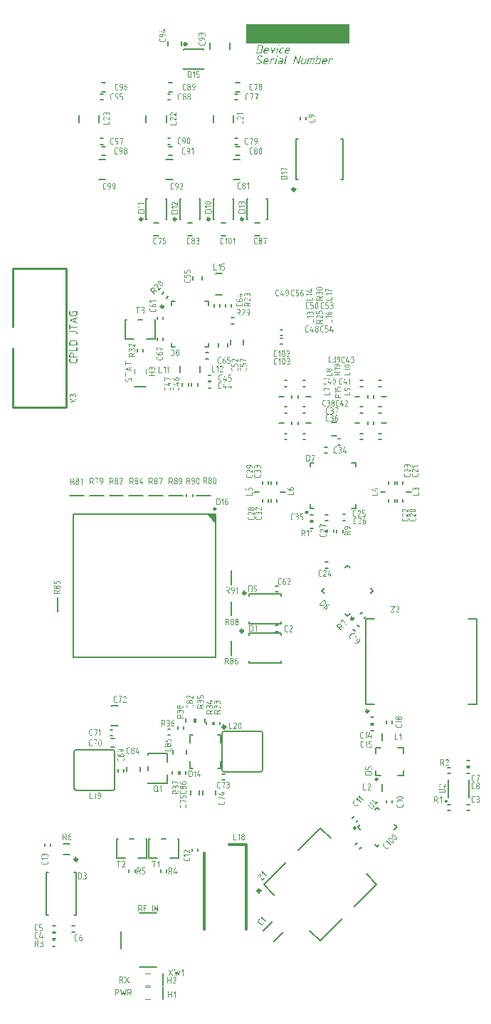
<source format=gto>
G04*
G04 #@! TF.GenerationSoftware,Altium Limited,Altium Designer,21.7.2 (23)*
G04*
G04 Layer_Color=65535*
%FSLAX43Y43*%
%MOMM*%
G71*
G04*
G04 #@! TF.SameCoordinates,E45341BC-5B8A-4208-AAAD-0714A86AB049*
G04*
G04*
G04 #@! TF.FilePolarity,Positive*
G04*
G01*
G75*
%ADD10C,0.350*%
%ADD11C,0.250*%
%ADD12C,0.150*%
%ADD13C,0.200*%
%ADD14C,0.100*%
%ADD15C,0.178*%
%ADD16C,0.254*%
%ADD17C,0.300*%
G36*
X75000Y114000D02*
X74000Y115000D01*
X75000D01*
Y114000D01*
D02*
G37*
G36*
X90875Y171000D02*
X78625D01*
Y173250D01*
X90875D01*
Y171000D01*
D02*
G37*
G36*
X82479Y170812D02*
X82489Y170808D01*
X82498Y170801D01*
X82507Y170792D01*
X82513Y170779D01*
X82515Y170762D01*
Y170760D01*
Y170756D01*
X82511Y170747D01*
X82498Y170695D01*
Y170693D01*
X82496Y170690D01*
X82487Y170677D01*
X82481Y170669D01*
X82472Y170662D01*
X82461Y170658D01*
X82448Y170656D01*
X82440D01*
X82431Y170660D01*
X82422Y170664D01*
X82413Y170669D01*
X82403Y170679D01*
X82398Y170692D01*
X82396Y170708D01*
Y170710D01*
Y170714D01*
X82398Y170723D01*
X82413Y170775D01*
Y170777D01*
X82415Y170781D01*
X82418Y170788D01*
X82422Y170795D01*
X82429Y170801D01*
X82439Y170808D01*
X82450Y170812D01*
X82463Y170814D01*
X82470D01*
X82479Y170812D01*
D02*
G37*
G36*
X82066Y170497D02*
X82076Y170492D01*
X82085Y170486D01*
X82094Y170477D01*
X82100Y170464D01*
X82102Y170445D01*
Y170443D01*
Y170436D01*
X82098Y170427D01*
X82094Y170418D01*
X81715Y169797D01*
X81713Y169795D01*
X81711Y169792D01*
X81700Y169781D01*
X81683Y169768D01*
X81674Y169764D01*
X81663Y169762D01*
X81655D01*
X81648Y169764D01*
X81639Y169768D01*
X81629Y169773D01*
X81622Y169782D01*
X81615Y169794D01*
X81613Y169810D01*
X81563Y170447D01*
Y170449D01*
Y170451D01*
X81565Y170460D01*
X81568Y170471D01*
X81578Y170482D01*
X81579Y170484D01*
X81589Y170492D01*
X81600Y170497D01*
X81615Y170499D01*
X81622D01*
X81631Y170497D01*
X81641Y170493D01*
X81650Y170486D01*
X81659Y170479D01*
X81665Y170466D01*
X81668Y170449D01*
X81705Y169979D01*
X82005Y170471D01*
Y170473D01*
X82009Y170475D01*
X82016Y170486D01*
X82031Y170495D01*
X82039Y170497D01*
X82050Y170499D01*
X82057D01*
X82066Y170497D01*
D02*
G37*
G36*
X83613D02*
X83626Y170495D01*
X83638Y170492D01*
X83668Y170482D01*
X83683Y170477D01*
X83700Y170468D01*
X83716Y170458D01*
X83731Y170445D01*
X83746Y170431D01*
X83761Y170414D01*
X83772Y170394D01*
X83783Y170371D01*
Y170369D01*
X83785Y170364D01*
X83788Y170356D01*
X83792Y170347D01*
X83794Y170334D01*
X83798Y170321D01*
X83800Y170292D01*
Y170290D01*
Y170286D01*
Y170281D01*
Y170273D01*
X83796Y170255D01*
X83792Y170234D01*
X83750Y170079D01*
X83313D01*
X83285Y169971D01*
Y169968D01*
X83283Y169958D01*
X83281Y169947D01*
Y169934D01*
Y169931D01*
X83283Y169923D01*
X83285Y169914D01*
X83292Y169901D01*
X83301Y169888D01*
X83316Y169879D01*
X83339Y169871D01*
X83351Y169868D01*
X83633D01*
X83640Y169866D01*
X83651Y169860D01*
X83661Y169855D01*
X83670Y169845D01*
X83676Y169832D01*
X83677Y169814D01*
Y169812D01*
Y169807D01*
X83676Y169797D01*
X83670Y169788D01*
X83664Y169779D01*
X83655Y169770D01*
X83642Y169764D01*
X83624Y169762D01*
X83327D01*
X83314Y169764D01*
X83298Y169768D01*
X83279Y169773D01*
X83259Y169782D01*
X83239Y169794D01*
X83220Y169810D01*
X83218Y169812D01*
X83213Y169819D01*
X83205Y169831D01*
X83196Y169844D01*
X83187Y169862D01*
X83179Y169881D01*
X83174Y169905D01*
X83172Y169929D01*
Y169931D01*
Y169932D01*
Y169942D01*
X83174Y169957D01*
X83177Y169971D01*
X83246Y170234D01*
Y170236D01*
X83248Y170240D01*
X83250Y170247D01*
X83253Y170258D01*
X83257Y170269D01*
X83263Y170282D01*
X83276Y170314D01*
X83292Y170347D01*
X83313Y170381D01*
X83337Y170412D01*
X83350Y170425D01*
X83364Y170438D01*
X83366D01*
X83368Y170440D01*
X83379Y170447D01*
X83398Y170456D01*
X83422Y170469D01*
X83455Y170481D01*
X83494Y170490D01*
X83538Y170497D01*
X83590Y170499D01*
X83603D01*
X83613Y170497D01*
D02*
G37*
G36*
X83048D02*
X83059Y170492D01*
X83068Y170486D01*
X83077Y170477D01*
X83083Y170464D01*
X83085Y170445D01*
Y170443D01*
Y170438D01*
X83083Y170429D01*
X83077Y170419D01*
X83072Y170410D01*
X83063Y170401D01*
X83050Y170395D01*
X83031Y170394D01*
X82842D01*
X82835Y170392D01*
X82816Y170388D01*
X82794Y170381D01*
X82770Y170368D01*
X82759Y170360D01*
X82748Y170349D01*
X82739Y170336D01*
X82729Y170323D01*
X82720Y170306D01*
X82715Y170288D01*
X82631Y169971D01*
Y169968D01*
X82629Y169958D01*
X82627Y169947D01*
Y169938D01*
Y169934D01*
X82629Y169927D01*
X82631Y169916D01*
X82639Y169903D01*
X82648Y169890D01*
X82663Y169879D01*
X82685Y169871D01*
X82698Y169868D01*
X82870D01*
X82879Y169866D01*
X82889Y169860D01*
X82898Y169855D01*
X82907Y169845D01*
X82913Y169832D01*
X82914Y169814D01*
Y169812D01*
Y169807D01*
X82913Y169797D01*
X82909Y169788D01*
X82902Y169779D01*
X82892Y169770D01*
X82879Y169764D01*
X82863Y169762D01*
X82674D01*
X82661Y169764D01*
X82644Y169768D01*
X82626Y169773D01*
X82605Y169782D01*
X82585Y169794D01*
X82566Y169810D01*
X82565Y169812D01*
X82559Y169819D01*
X82552Y169831D01*
X82542Y169844D01*
X82533Y169862D01*
X82526Y169881D01*
X82520Y169905D01*
X82518Y169929D01*
Y169931D01*
Y169932D01*
Y169942D01*
X82520Y169957D01*
X82524Y169971D01*
X82607Y170288D01*
Y170290D01*
X82609Y170294D01*
X82611Y170301D01*
X82615Y170312D01*
X82620Y170323D01*
X82626Y170336D01*
X82640Y170366D01*
X82659Y170399D01*
X82683Y170429D01*
X82715Y170456D01*
X82731Y170468D01*
X82750Y170477D01*
X82752Y170479D01*
X82759Y170481D01*
X82770Y170484D01*
X82787Y170488D01*
X82805Y170492D01*
X82827Y170495D01*
X82853Y170499D01*
X83040D01*
X83048Y170497D01*
D02*
G37*
G36*
X82390D02*
X82402Y170492D01*
X82413Y170482D01*
X82415Y170481D01*
X82422Y170473D01*
X82427Y170460D01*
X82429Y170445D01*
Y170443D01*
Y170440D01*
X82427Y170431D01*
X82259Y169801D01*
Y169799D01*
X82257Y169795D01*
X82253Y169788D01*
X82248Y169782D01*
X82242Y169775D01*
X82233Y169768D01*
X82222Y169764D01*
X82207Y169762D01*
X82203D01*
X82194Y169764D01*
X82183Y169768D01*
X82170Y169777D01*
X82168Y169779D01*
X82163Y169786D01*
X82157Y169797D01*
X82155Y169812D01*
Y169814D01*
Y169818D01*
X82159Y169827D01*
X82328Y170458D01*
Y170460D01*
X82329Y170464D01*
X82333Y170471D01*
X82339Y170479D01*
X82344Y170486D01*
X82353Y170493D01*
X82365Y170497D01*
X82378Y170499D01*
X82381D01*
X82390Y170497D01*
D02*
G37*
G36*
X81105D02*
X81118Y170495D01*
X81131Y170492D01*
X81161Y170482D01*
X81176Y170477D01*
X81192Y170468D01*
X81209Y170458D01*
X81224Y170445D01*
X81239Y170431D01*
X81254Y170414D01*
X81265Y170394D01*
X81276Y170371D01*
Y170369D01*
X81278Y170364D01*
X81281Y170356D01*
X81285Y170347D01*
X81287Y170334D01*
X81291Y170321D01*
X81292Y170292D01*
Y170290D01*
Y170286D01*
Y170281D01*
Y170273D01*
X81289Y170255D01*
X81285Y170234D01*
X81242Y170079D01*
X80805D01*
X80778Y169971D01*
Y169968D01*
X80776Y169958D01*
X80774Y169947D01*
Y169934D01*
Y169931D01*
X80776Y169923D01*
X80778Y169914D01*
X80785Y169901D01*
X80794Y169888D01*
X80809Y169879D01*
X80831Y169871D01*
X80844Y169868D01*
X81126D01*
X81133Y169866D01*
X81144Y169860D01*
X81154Y169855D01*
X81163Y169845D01*
X81168Y169832D01*
X81170Y169814D01*
Y169812D01*
Y169807D01*
X81168Y169797D01*
X81163Y169788D01*
X81157Y169779D01*
X81148Y169770D01*
X81135Y169764D01*
X81117Y169762D01*
X80820D01*
X80807Y169764D01*
X80791Y169768D01*
X80772Y169773D01*
X80752Y169782D01*
X80731Y169794D01*
X80713Y169810D01*
X80711Y169812D01*
X80705Y169819D01*
X80698Y169831D01*
X80689Y169844D01*
X80680Y169862D01*
X80672Y169881D01*
X80667Y169905D01*
X80665Y169929D01*
Y169931D01*
Y169932D01*
Y169942D01*
X80667Y169957D01*
X80670Y169971D01*
X80739Y170234D01*
Y170236D01*
X80741Y170240D01*
X80742Y170247D01*
X80746Y170258D01*
X80750Y170269D01*
X80755Y170282D01*
X80768Y170314D01*
X80785Y170347D01*
X80805Y170381D01*
X80830Y170412D01*
X80842Y170425D01*
X80857Y170438D01*
X80859D01*
X80861Y170440D01*
X80872Y170447D01*
X80891Y170456D01*
X80915Y170469D01*
X80948Y170481D01*
X80987Y170490D01*
X81031Y170497D01*
X81083Y170499D01*
X81096D01*
X81105Y170497D01*
D02*
G37*
G36*
X80418Y170812D02*
X80435Y170810D01*
X80454Y170805D01*
X80476Y170797D01*
X80502Y170784D01*
X80526Y170768D01*
X80550Y170743D01*
X80552Y170740D01*
X80559Y170732D01*
X80570Y170718D01*
X80581Y170699D01*
X80593Y170677D01*
X80604Y170651D01*
X80611Y170621D01*
X80613Y170592D01*
Y170588D01*
Y170579D01*
X80611Y170566D01*
X80607Y170551D01*
X80467Y170025D01*
Y170021D01*
X80463Y170014D01*
X80457Y170001D01*
X80452Y169984D01*
X80441Y169964D01*
X80430Y169942D01*
X80415Y169918D01*
X80396Y169894D01*
X80376Y169869D01*
X80350Y169845D01*
X80322Y169823D01*
X80291Y169803D01*
X80256Y169786D01*
X80215Y169773D01*
X80170Y169766D01*
X80122Y169762D01*
X79791D01*
X79781Y169764D01*
X79770Y169768D01*
X79759Y169777D01*
X79757Y169779D01*
X79756Y169788D01*
X79754Y169799D01*
X79756Y169814D01*
X80009Y170762D01*
Y170764D01*
X80013Y170769D01*
X80017Y170779D01*
X80022Y170788D01*
X80031Y170797D01*
X80044Y170806D01*
X80059Y170812D01*
X80078Y170814D01*
X80409D01*
X80418Y170812D01*
D02*
G37*
G36*
X82335Y169550D02*
X82344Y169546D01*
X82353Y169539D01*
X82363Y169530D01*
X82368Y169517D01*
X82370Y169500D01*
Y169498D01*
Y169494D01*
X82366Y169485D01*
X82353Y169433D01*
Y169431D01*
X82352Y169428D01*
X82342Y169415D01*
X82337Y169407D01*
X82328Y169400D01*
X82316Y169396D01*
X82303Y169394D01*
X82296D01*
X82287Y169398D01*
X82278Y169402D01*
X82268Y169407D01*
X82259Y169417D01*
X82253Y169430D01*
X82252Y169446D01*
Y169448D01*
Y169452D01*
X82253Y169461D01*
X82268Y169513D01*
Y169515D01*
X82270Y169518D01*
X82274Y169526D01*
X82278Y169533D01*
X82285Y169539D01*
X82294Y169546D01*
X82305Y169550D01*
X82318Y169552D01*
X82326D01*
X82335Y169550D01*
D02*
G37*
G36*
X80296D02*
X80322Y169548D01*
X80352Y169544D01*
X80385Y169541D01*
X80418Y169533D01*
X80452Y169524D01*
X80454D01*
X80459Y169522D01*
X80467Y169518D01*
X80478Y169515D01*
X80502Y169505D01*
X80528Y169492D01*
X80530D01*
X80531Y169491D01*
X80543Y169481D01*
X80552Y169467D01*
X80554Y169457D01*
X80555Y169446D01*
Y169443D01*
X80554Y169433D01*
X80550Y169422D01*
X80541Y169409D01*
X80539Y169407D01*
X80531Y169402D01*
X80518Y169396D01*
X80504Y169394D01*
X80496D01*
X80489Y169396D01*
X80480Y169400D01*
X80478D01*
X80476Y169402D01*
X80470Y169404D01*
X80461Y169407D01*
X80452Y169411D01*
X80441Y169415D01*
X80428Y169418D01*
X80411Y169424D01*
X80376Y169431D01*
X80333Y169439D01*
X80285Y169444D01*
X80231Y169446D01*
X80220D01*
X80213Y169444D01*
X80193Y169441D01*
X80167Y169433D01*
X80137Y169422D01*
X80107Y169404D01*
X80093Y169393D01*
X80078Y169378D01*
X80063Y169363D01*
X80050Y169344D01*
X80048Y169343D01*
X80044Y169337D01*
X80041Y169326D01*
X80035Y169315D01*
X80028Y169298D01*
X80024Y169280D01*
X80020Y169261D01*
X80018Y169239D01*
Y169235D01*
X80020Y169228D01*
X80022Y169217D01*
X80026Y169202D01*
X80033Y169187D01*
X80043Y169170D01*
X80057Y169155D01*
X80076Y169143D01*
X80341Y168991D01*
X80343D01*
X80344Y168989D01*
X80355Y168981D01*
X80370Y168968D01*
X80389Y168950D01*
X80407Y168926D01*
X80422Y168896D01*
X80433Y168861D01*
X80435Y168841D01*
X80437Y168820D01*
Y168818D01*
Y168817D01*
Y168811D01*
X80435Y168804D01*
X80433Y168783D01*
X80428Y168757D01*
X80418Y168728D01*
X80405Y168694D01*
X80387Y168659D01*
X80363Y168622D01*
X80361Y168620D01*
X80359Y168617D01*
X80354Y168611D01*
X80346Y168604D01*
X80337Y168594D01*
X80324Y168583D01*
X80311Y168572D01*
X80294Y168561D01*
X80276Y168550D01*
X80256Y168539D01*
X80233Y168528D01*
X80209Y168519D01*
X80181Y168511D01*
X80152Y168506D01*
X80120Y168502D01*
X80087Y168500D01*
X80067D01*
X80057Y168502D01*
X80044D01*
X80017Y168506D01*
X79983Y168511D01*
X79948Y168520D01*
X79911Y168531D01*
X79874Y168548D01*
X79872Y168550D01*
X79865Y168554D01*
X79856Y168559D01*
X79843Y168567D01*
X79828Y168576D01*
X79809Y168589D01*
X79769Y168617D01*
X79765Y168620D01*
X79759Y168628D01*
X79754Y168641D01*
X79750Y168657D01*
Y168659D01*
Y168661D01*
X79752Y168670D01*
X79756Y168681D01*
X79765Y168693D01*
X79767Y168694D01*
X79776Y168702D01*
X79787Y168707D01*
X79802Y168709D01*
X79806D01*
X79813Y168707D01*
X79822Y168706D01*
X79833Y168700D01*
X79835Y168698D01*
X79839Y168696D01*
X79846Y168691D01*
X79857Y168685D01*
X79869Y168678D01*
X79883Y168670D01*
X79900Y168661D01*
X79919Y168654D01*
X79961Y168635D01*
X80009Y168620D01*
X80061Y168609D01*
X80087Y168607D01*
X80115Y168606D01*
X80126D01*
X80133Y168607D01*
X80154Y168611D01*
X80178Y168619D01*
X80206Y168630D01*
X80235Y168646D01*
X80250Y168657D01*
X80265Y168670D01*
X80280Y168685D01*
X80293Y168702D01*
X80294Y168704D01*
X80298Y168711D01*
X80304Y168720D01*
X80311Y168735D01*
X80318Y168752D01*
X80324Y168772D01*
X80328Y168794D01*
X80330Y168818D01*
Y168820D01*
Y168828D01*
X80326Y168839D01*
X80322Y168854D01*
X80315Y168868D01*
X80304Y168883D01*
X80289Y168900D01*
X80268Y168913D01*
X80004Y169065D01*
X80002Y169067D01*
X79996Y169068D01*
X79989Y169076D01*
X79980Y169083D01*
X79968Y169094D01*
X79957Y169105D01*
X79946Y169122D01*
X79935Y169139D01*
X79933Y169141D01*
X79931Y169148D01*
X79928Y169157D01*
X79924Y169170D01*
X79919Y169185D01*
X79915Y169202D01*
X79913Y169220D01*
X79911Y169239D01*
Y169241D01*
Y169244D01*
Y169250D01*
X79913Y169257D01*
X79915Y169278D01*
X79922Y169305D01*
X79931Y169337D01*
X79946Y169372D01*
X79968Y169407D01*
X79981Y169426D01*
X79996Y169444D01*
X79998Y169446D01*
X80000Y169450D01*
X80007Y169454D01*
X80015Y169461D01*
X80024Y169468D01*
X80035Y169478D01*
X80050Y169489D01*
X80067Y169498D01*
X80083Y169507D01*
X80104Y169518D01*
X80148Y169535D01*
X80174Y169542D01*
X80200Y169548D01*
X80230Y169550D01*
X80259Y169552D01*
X80278D01*
X80296Y169550D01*
D02*
G37*
G36*
X88899Y169235D02*
X88908Y169230D01*
X88918Y169224D01*
X88927Y169215D01*
X88932Y169202D01*
X88934Y169183D01*
Y169181D01*
Y169180D01*
X88932Y169170D01*
X88905Y169065D01*
Y169063D01*
X88903Y169059D01*
X88895Y169046D01*
X88888Y169039D01*
X88881Y169031D01*
X88869Y169028D01*
X88856Y169026D01*
X88853D01*
X88843Y169028D01*
X88832Y169031D01*
X88818Y169041D01*
X88816Y169043D01*
X88810Y169050D01*
X88803Y169061D01*
X88801Y169076D01*
Y169078D01*
Y169081D01*
X88805Y169093D01*
X88816Y169131D01*
X88595D01*
X88436Y168539D01*
Y168537D01*
X88434Y168533D01*
X88425Y168520D01*
X88419Y168513D01*
X88410Y168506D01*
X88399Y168502D01*
X88386Y168500D01*
X88382D01*
X88373Y168502D01*
X88362Y168506D01*
X88349Y168515D01*
X88347Y168517D01*
X88342Y168524D01*
X88336Y168535D01*
X88334Y168550D01*
Y168552D01*
Y168556D01*
X88336Y168567D01*
X88505Y169196D01*
Y169198D01*
X88507Y169202D01*
X88510Y169209D01*
X88516Y169217D01*
X88523Y169224D01*
X88531Y169231D01*
X88544Y169235D01*
X88557Y169237D01*
X88890D01*
X88899Y169235D01*
D02*
G37*
G36*
X81922Y169235D02*
X81931Y169230D01*
X81941Y169224D01*
X81950Y169215D01*
X81955Y169202D01*
X81957Y169183D01*
Y169181D01*
Y169180D01*
X81955Y169170D01*
X81928Y169065D01*
Y169063D01*
X81926Y169059D01*
X81918Y169046D01*
X81911Y169039D01*
X81903Y169031D01*
X81892Y169028D01*
X81879Y169026D01*
X81876D01*
X81866Y169028D01*
X81855Y169031D01*
X81841Y169041D01*
X81839Y169043D01*
X81833Y169050D01*
X81826Y169061D01*
X81824Y169076D01*
Y169078D01*
Y169081D01*
X81828Y169093D01*
X81839Y169131D01*
X81618D01*
X81459Y168539D01*
Y168537D01*
X81457Y168533D01*
X81448Y168520D01*
X81442Y168513D01*
X81433Y168506D01*
X81422Y168502D01*
X81409Y168500D01*
X81405D01*
X81396Y168502D01*
X81385Y168506D01*
X81372Y168515D01*
X81370Y168517D01*
X81365Y168524D01*
X81359Y168535D01*
X81357Y168550D01*
Y168552D01*
Y168556D01*
X81359Y168567D01*
X81528Y169196D01*
Y169198D01*
X81529Y169202D01*
X81533Y169209D01*
X81539Y169217D01*
X81546Y169224D01*
X81554Y169231D01*
X81566Y169235D01*
X81579Y169237D01*
X81913D01*
X81922Y169235D01*
D02*
G37*
G36*
X85061Y169550D02*
X85070Y169546D01*
X85079Y169539D01*
X85088Y169530D01*
X85094Y169517D01*
X85096Y169500D01*
Y169498D01*
Y169494D01*
X85094Y169485D01*
X84840Y168539D01*
Y168537D01*
X84838Y168533D01*
X84829Y168520D01*
X84824Y168513D01*
X84814Y168506D01*
X84803Y168502D01*
X84790Y168500D01*
X84785D01*
X84777Y168502D01*
X84770Y168506D01*
X84761Y168509D01*
X84753Y168515D01*
X84746Y168524D01*
X84740Y168537D01*
X84501Y169313D01*
X84294Y168539D01*
Y168537D01*
X84292Y168533D01*
X84283Y168520D01*
X84277Y168513D01*
X84268Y168506D01*
X84257Y168502D01*
X84244Y168500D01*
X84240D01*
X84231Y168502D01*
X84220Y168506D01*
X84207Y168515D01*
X84205Y168517D01*
X84200Y168524D01*
X84194Y168535D01*
X84192Y168550D01*
Y168552D01*
Y168556D01*
X84194Y168567D01*
X84448Y169513D01*
Y169515D01*
X84450Y169518D01*
X84459Y169533D01*
X84464Y169539D01*
X84474Y169546D01*
X84485Y169550D01*
X84498Y169552D01*
X84503D01*
X84511Y169550D01*
X84518Y169548D01*
X84527Y169542D01*
X84535Y169537D01*
X84542Y169528D01*
X84548Y169515D01*
X84787Y168739D01*
X84994Y169513D01*
Y169515D01*
X84996Y169518D01*
X85005Y169533D01*
X85011Y169539D01*
X85020Y169546D01*
X85031Y169550D01*
X85044Y169552D01*
X85051D01*
X85061Y169550D01*
D02*
G37*
G36*
X85738Y169235D02*
X85748Y169231D01*
X85757Y169224D01*
X85766Y169215D01*
X85772Y169202D01*
X85773Y169185D01*
Y169183D01*
Y169180D01*
Y169174D01*
X85772Y169168D01*
X85605Y168552D01*
Y168550D01*
X85601Y168544D01*
X85598Y168535D01*
X85592Y168526D01*
X85583Y168517D01*
X85570Y168507D01*
X85555Y168502D01*
X85536Y168500D01*
X85255D01*
X85242Y168502D01*
X85225Y168506D01*
X85207Y168511D01*
X85186Y168520D01*
X85166Y168531D01*
X85148Y168548D01*
X85146Y168550D01*
X85140Y168557D01*
X85133Y168569D01*
X85124Y168581D01*
X85114Y168600D01*
X85107Y168619D01*
X85101Y168643D01*
X85099Y168667D01*
Y168669D01*
Y168670D01*
Y168680D01*
X85101Y168694D01*
X85105Y168709D01*
X85235Y169196D01*
Y169198D01*
X85236Y169202D01*
X85240Y169209D01*
X85244Y169217D01*
X85251Y169224D01*
X85261Y169231D01*
X85272Y169235D01*
X85285Y169237D01*
X85294D01*
X85301Y169235D01*
X85312Y169231D01*
X85322Y169224D01*
X85331Y169215D01*
X85336Y169202D01*
X85338Y169185D01*
Y169183D01*
Y169180D01*
X85335Y169170D01*
X85212Y168709D01*
Y168706D01*
X85211Y168696D01*
X85209Y168685D01*
Y168672D01*
Y168669D01*
X85211Y168661D01*
X85212Y168652D01*
X85220Y168639D01*
X85229Y168626D01*
X85244Y168617D01*
X85266Y168609D01*
X85279Y168606D01*
X85512D01*
X85672Y169196D01*
Y169198D01*
X85673Y169202D01*
X85677Y169209D01*
X85683Y169217D01*
X85688Y169224D01*
X85698Y169231D01*
X85709Y169235D01*
X85722Y169237D01*
X85729D01*
X85738Y169235D01*
D02*
G37*
G36*
X88047Y169235D02*
X88060Y169233D01*
X88073Y169230D01*
X88103Y169220D01*
X88118Y169215D01*
X88134Y169205D01*
X88151Y169196D01*
X88166Y169183D01*
X88181Y169168D01*
X88195Y169152D01*
X88207Y169131D01*
X88218Y169109D01*
Y169107D01*
X88219Y169102D01*
X88223Y169094D01*
X88227Y169085D01*
X88229Y169072D01*
X88232Y169059D01*
X88234Y169030D01*
Y169028D01*
Y169024D01*
Y169018D01*
Y169011D01*
X88231Y168993D01*
X88227Y168972D01*
X88184Y168817D01*
X87747D01*
X87720Y168709D01*
Y168706D01*
X87718Y168696D01*
X87716Y168685D01*
Y168672D01*
Y168669D01*
X87718Y168661D01*
X87720Y168652D01*
X87727Y168639D01*
X87736Y168626D01*
X87751Y168617D01*
X87773Y168609D01*
X87786Y168606D01*
X88068D01*
X88075Y168604D01*
X88086Y168598D01*
X88095Y168593D01*
X88105Y168583D01*
X88110Y168570D01*
X88112Y168552D01*
Y168550D01*
Y168544D01*
X88110Y168535D01*
X88105Y168526D01*
X88099Y168517D01*
X88090Y168507D01*
X88077Y168502D01*
X88058Y168500D01*
X87762D01*
X87749Y168502D01*
X87733Y168506D01*
X87714Y168511D01*
X87694Y168520D01*
X87673Y168531D01*
X87655Y168548D01*
X87653Y168550D01*
X87647Y168557D01*
X87640Y168569D01*
X87631Y168581D01*
X87621Y168600D01*
X87614Y168619D01*
X87608Y168643D01*
X87607Y168667D01*
Y168669D01*
Y168670D01*
Y168680D01*
X87608Y168694D01*
X87612Y168709D01*
X87681Y168972D01*
Y168974D01*
X87683Y168978D01*
X87684Y168985D01*
X87688Y168996D01*
X87692Y169007D01*
X87697Y169020D01*
X87710Y169052D01*
X87727Y169085D01*
X87747Y169118D01*
X87771Y169150D01*
X87784Y169163D01*
X87799Y169176D01*
X87801D01*
X87803Y169178D01*
X87814Y169185D01*
X87832Y169194D01*
X87857Y169207D01*
X87890Y169218D01*
X87929Y169228D01*
X87973Y169235D01*
X88025Y169237D01*
X88038D01*
X88047Y169235D01*
D02*
G37*
G36*
X87131Y169550D02*
X87140Y169546D01*
X87149Y169539D01*
X87158Y169530D01*
X87164Y169517D01*
X87166Y169500D01*
Y169498D01*
Y169494D01*
X87164Y169485D01*
X87097Y169237D01*
X87327D01*
X87340Y169235D01*
X87357Y169231D01*
X87375Y169224D01*
X87396Y169217D01*
X87416Y169204D01*
X87434Y169187D01*
X87436Y169185D01*
X87442Y169178D01*
X87451Y169168D01*
X87460Y169154D01*
X87468Y169137D01*
X87477Y169117D01*
X87483Y169094D01*
X87484Y169068D01*
Y169067D01*
Y169065D01*
Y169055D01*
X87481Y169041D01*
X87477Y169026D01*
X87392Y168709D01*
Y168707D01*
X87390Y168704D01*
X87388Y168698D01*
X87386Y168691D01*
X87379Y168670D01*
X87368Y168646D01*
X87355Y168619D01*
X87338Y168593D01*
X87320Y168567D01*
X87297Y168546D01*
X87294Y168544D01*
X87286Y168539D01*
X87271Y168531D01*
X87251Y168524D01*
X87225Y168515D01*
X87196Y168507D01*
X87158Y168502D01*
X87118Y168500D01*
X86857Y168500D01*
X86847Y168502D01*
X86836Y168506D01*
X86823Y168515D01*
X86821Y168519D01*
X86816Y168526D01*
X86810Y168537D01*
X86809Y168552D01*
Y168554D01*
Y168556D01*
Y168565D01*
X87064Y169513D01*
Y169515D01*
X87066Y169518D01*
X87070Y169526D01*
X87073Y169533D01*
X87081Y169539D01*
X87090Y169546D01*
X87101Y169550D01*
X87114Y169552D01*
X87121D01*
X87131Y169550D01*
D02*
G37*
G36*
X86579Y169235D02*
X86596Y169231D01*
X86614Y169224D01*
X86634Y169217D01*
X86655Y169204D01*
X86673Y169187D01*
X86675Y169185D01*
X86681Y169178D01*
X86688Y169168D01*
X86697Y169154D01*
X86707Y169137D01*
X86714Y169117D01*
X86720Y169094D01*
X86721Y169068D01*
Y169067D01*
Y169065D01*
Y169055D01*
X86718Y169041D01*
X86714Y169026D01*
X86584Y168539D01*
Y168537D01*
X86583Y168533D01*
X86573Y168520D01*
X86568Y168513D01*
X86559Y168506D01*
X86547Y168502D01*
X86534Y168500D01*
X86531D01*
X86522Y168502D01*
X86509Y168506D01*
X86496Y168515D01*
X86494Y168517D01*
X86488Y168524D01*
X86483Y168535D01*
X86481Y168550D01*
Y168552D01*
Y168556D01*
X86484Y168565D01*
X86607Y169024D01*
Y169026D01*
X86609Y169028D01*
X86610Y169037D01*
X86612Y169050D01*
Y169065D01*
Y169068D01*
X86610Y169076D01*
X86609Y169085D01*
X86601Y169098D01*
X86592Y169111D01*
X86575Y169120D01*
X86555Y169128D01*
X86540Y169131D01*
X86416D01*
X86257Y168539D01*
Y168537D01*
X86255Y168533D01*
X86246Y168520D01*
X86240Y168513D01*
X86231Y168506D01*
X86220Y168502D01*
X86207Y168500D01*
X86203D01*
X86194Y168502D01*
X86183Y168506D01*
X86170Y168515D01*
X86168Y168517D01*
X86162Y168524D01*
X86155Y168535D01*
X86153Y168550D01*
Y168552D01*
Y168556D01*
X86157Y168565D01*
X86309Y169131D01*
X86088D01*
X85929Y168539D01*
Y168537D01*
X85927Y168533D01*
X85918Y168520D01*
X85912Y168513D01*
X85903Y168506D01*
X85892Y168502D01*
X85879Y168500D01*
X85875D01*
X85866Y168502D01*
X85855Y168506D01*
X85842Y168515D01*
X85840Y168517D01*
X85835Y168524D01*
X85829Y168535D01*
X85827Y168550D01*
Y168552D01*
Y168556D01*
X85829Y168567D01*
X85997Y169196D01*
Y169198D01*
X85999Y169202D01*
X86003Y169209D01*
X86009Y169217D01*
X86016Y169224D01*
X86023Y169231D01*
X86036Y169235D01*
X86049Y169237D01*
X86566D01*
X86579Y169235D01*
D02*
G37*
G36*
X83426Y169550D02*
X83435Y169546D01*
X83444Y169539D01*
X83453Y169530D01*
X83459Y169517D01*
X83461Y169500D01*
Y169498D01*
Y169494D01*
X83457Y169485D01*
X83235Y168657D01*
Y168656D01*
Y168650D01*
X83233Y168643D01*
Y168633D01*
Y168631D01*
Y168630D01*
X83237Y168620D01*
X83240Y168615D01*
X83246Y168609D01*
X83253Y168607D01*
X83263Y168606D01*
X83272D01*
X83279Y168604D01*
X83290Y168598D01*
X83300Y168593D01*
X83309Y168583D01*
X83314Y168570D01*
X83316Y168552D01*
Y168550D01*
Y168544D01*
X83314Y168535D01*
X83309Y168526D01*
X83303Y168517D01*
X83294Y168507D01*
X83281Y168502D01*
X83263Y168500D01*
X83253D01*
X83242Y168502D01*
X83229Y168504D01*
X83214Y168509D01*
X83198Y168515D01*
X83181Y168524D01*
X83164Y168535D01*
X83163Y168537D01*
X83159Y168543D01*
X83151Y168550D01*
X83144Y168561D01*
X83137Y168574D01*
X83129Y168589D01*
X83126Y168607D01*
X83124Y168626D01*
Y168628D01*
Y168635D01*
X83126Y168646D01*
X83127Y168657D01*
X83357Y169513D01*
Y169515D01*
X83359Y169518D01*
X83363Y169526D01*
X83368Y169533D01*
X83376Y169539D01*
X83383Y169546D01*
X83396Y169550D01*
X83409Y169552D01*
X83416D01*
X83426Y169550D01*
D02*
G37*
G36*
X82872Y169235D02*
X82889Y169231D01*
X82907Y169224D01*
X82927Y169217D01*
X82948Y169204D01*
X82966Y169187D01*
X82968Y169185D01*
X82974Y169178D01*
X82981Y169168D01*
X82990Y169154D01*
X83000Y169137D01*
X83007Y169117D01*
X83013Y169094D01*
X83014Y169068D01*
Y169067D01*
Y169065D01*
Y169055D01*
X83013Y169041D01*
X83009Y169026D01*
X82877Y168539D01*
Y168537D01*
X82876Y168533D01*
X82866Y168520D01*
X82861Y168513D01*
X82852Y168506D01*
X82840Y168502D01*
X82827Y168500D01*
X82529D01*
X82516Y168502D01*
X82500Y168506D01*
X82481Y168511D01*
X82463Y168520D01*
X82442Y168531D01*
X82424Y168548D01*
X82422Y168550D01*
X82416Y168557D01*
X82409Y168569D01*
X82400Y168581D01*
X82390Y168600D01*
X82383Y168619D01*
X82378Y168643D01*
X82376Y168667D01*
Y168669D01*
Y168672D01*
Y168678D01*
X82378Y168687D01*
X82379Y168709D01*
X82385Y168737D01*
X82396Y168767D01*
X82409Y168798D01*
X82429Y168830D01*
X82440Y168844D01*
X82455Y168857D01*
X82459Y168861D01*
X82468Y168868D01*
X82485Y168878D01*
X82509Y168891D01*
X82537Y168902D01*
X82570Y168913D01*
X82611Y168920D01*
X82655Y168922D01*
X82874D01*
X82902Y169026D01*
Y169028D01*
Y169030D01*
X82903Y169039D01*
X82905Y169050D01*
Y169063D01*
Y169067D01*
X82903Y169074D01*
X82902Y169085D01*
X82894Y169098D01*
X82885Y169109D01*
X82868Y169120D01*
X82848Y169128D01*
X82833Y169131D01*
X82607D01*
X82598Y169135D01*
X82589Y169139D01*
X82579Y169144D01*
X82570Y169154D01*
X82565Y169167D01*
X82563Y169183D01*
Y169185D01*
Y169193D01*
X82566Y169200D01*
X82570Y169211D01*
X82576Y169220D01*
X82585Y169230D01*
X82598Y169235D01*
X82615Y169237D01*
X82859D01*
X82872Y169235D01*
D02*
G37*
G36*
X82246D02*
X82257Y169230D01*
X82268Y169220D01*
X82270Y169218D01*
X82278Y169211D01*
X82283Y169198D01*
X82285Y169183D01*
Y169181D01*
Y169178D01*
X82283Y169168D01*
X82115Y168539D01*
Y168537D01*
X82113Y168533D01*
X82109Y168526D01*
X82103Y168520D01*
X82098Y168513D01*
X82089Y168506D01*
X82078Y168502D01*
X82063Y168500D01*
X82059D01*
X82050Y168502D01*
X82039Y168506D01*
X82026Y168515D01*
X82024Y168517D01*
X82018Y168524D01*
X82013Y168535D01*
X82011Y168550D01*
Y168552D01*
Y168556D01*
X82015Y168565D01*
X82183Y169196D01*
Y169198D01*
X82185Y169202D01*
X82189Y169209D01*
X82194Y169217D01*
X82200Y169224D01*
X82209Y169231D01*
X82220Y169235D01*
X82233Y169237D01*
X82237D01*
X82246Y169235D01*
D02*
G37*
G36*
X81070D02*
X81083Y169233D01*
X81096Y169230D01*
X81126Y169220D01*
X81141Y169215D01*
X81157Y169205D01*
X81174Y169196D01*
X81189Y169183D01*
X81204Y169168D01*
X81218Y169152D01*
X81229Y169131D01*
X81241Y169109D01*
Y169107D01*
X81242Y169102D01*
X81246Y169094D01*
X81250Y169085D01*
X81252Y169072D01*
X81255Y169059D01*
X81257Y169030D01*
Y169028D01*
Y169024D01*
Y169018D01*
Y169011D01*
X81254Y168993D01*
X81250Y168972D01*
X81207Y168817D01*
X80770D01*
X80742Y168709D01*
Y168706D01*
X80741Y168696D01*
X80739Y168685D01*
Y168672D01*
Y168669D01*
X80741Y168661D01*
X80742Y168652D01*
X80750Y168639D01*
X80759Y168626D01*
X80774Y168617D01*
X80796Y168609D01*
X80809Y168606D01*
X81091D01*
X81098Y168604D01*
X81109Y168598D01*
X81118Y168593D01*
X81128Y168583D01*
X81133Y168570D01*
X81135Y168552D01*
Y168550D01*
Y168544D01*
X81133Y168535D01*
X81128Y168526D01*
X81122Y168517D01*
X81113Y168507D01*
X81100Y168502D01*
X81081Y168500D01*
X80785D01*
X80772Y168502D01*
X80755Y168506D01*
X80737Y168511D01*
X80717Y168520D01*
X80696Y168531D01*
X80678Y168548D01*
X80676Y168550D01*
X80670Y168557D01*
X80663Y168569D01*
X80654Y168581D01*
X80644Y168600D01*
X80637Y168619D01*
X80631Y168643D01*
X80630Y168667D01*
Y168669D01*
Y168670D01*
Y168680D01*
X80631Y168694D01*
X80635Y168709D01*
X80704Y168972D01*
Y168974D01*
X80705Y168978D01*
X80707Y168985D01*
X80711Y168996D01*
X80715Y169007D01*
X80720Y169020D01*
X80733Y169052D01*
X80750Y169085D01*
X80770Y169118D01*
X80794Y169150D01*
X80807Y169163D01*
X80822Y169176D01*
X80824D01*
X80826Y169178D01*
X80837Y169185D01*
X80855Y169194D01*
X80880Y169207D01*
X80913Y169218D01*
X80952Y169228D01*
X80996Y169235D01*
X81048Y169237D01*
X81061D01*
X81070Y169235D01*
D02*
G37*
G36*
X64265Y133194D02*
X64272Y133189D01*
X64279Y133185D01*
X64286Y133178D01*
X64290Y133169D01*
X64291Y133155D01*
Y132998D01*
X64961D01*
X64963D01*
X64967D01*
X64974Y132997D01*
X64981Y132993D01*
X64988Y132988D01*
X64994Y132981D01*
X64999Y132972D01*
X65000Y132958D01*
Y132952D01*
X64997Y132945D01*
X64994Y132938D01*
X64990Y132932D01*
X64983Y132925D01*
X64974Y132920D01*
X64961Y132919D01*
X64291D01*
Y132755D01*
X64289Y132748D01*
X64286Y132742D01*
X64282Y132735D01*
X64275Y132728D01*
X64265Y132723D01*
X64252Y132722D01*
X64251D01*
X64246D01*
X64240Y132725D01*
X64232Y132728D01*
X64225Y132732D01*
X64218Y132739D01*
X64214Y132748D01*
X64212Y132761D01*
Y133162D01*
X64214Y133167D01*
X64218Y133176D01*
X64222Y133183D01*
X64229Y133189D01*
X64239Y133194D01*
X64252Y133195D01*
X64254D01*
X64258D01*
X64265Y133194D01*
D02*
G37*
G36*
X64974Y132561D02*
X64981Y132558D01*
X64988Y132553D01*
X64994Y132546D01*
X64999Y132536D01*
X65000Y132524D01*
Y132520D01*
X64999Y132514D01*
X64997Y132509D01*
X64993Y132503D01*
X64989Y132496D01*
X64982Y132490D01*
X64974Y132486D01*
X64803Y132429D01*
Y132145D01*
X64974Y132088D01*
X64975D01*
X64978Y132087D01*
X64986Y132080D01*
X64992Y132074D01*
X64996Y132069D01*
X64999Y132061D01*
X65000Y132051D01*
Y132045D01*
X64997Y132038D01*
X64994Y132031D01*
X64990Y132025D01*
X64983Y132018D01*
X64974Y132013D01*
X64961Y132012D01*
X64960D01*
X64957D01*
X64949Y132013D01*
X64244Y132248D01*
X64243D01*
X64239Y132251D01*
X64234Y132253D01*
X64228Y132257D01*
X64222Y132262D01*
X64218Y132269D01*
X64214Y132277D01*
X64212Y132287D01*
Y132291D01*
X64214Y132296D01*
X64216Y132302D01*
X64219Y132309D01*
X64225Y132316D01*
X64233Y132321D01*
X64243Y132325D01*
X64949Y132561D01*
X64950D01*
X64953Y132563D01*
X64961D01*
X64963D01*
X64967D01*
X64974Y132561D01*
D02*
G37*
G36*
X64265Y131853D02*
X64272Y131848D01*
X64279Y131844D01*
X64286Y131837D01*
X64290Y131828D01*
X64291Y131814D01*
Y131657D01*
X64961D01*
X64963D01*
X64967D01*
X64974Y131656D01*
X64981Y131651D01*
X64988Y131647D01*
X64994Y131640D01*
X64999Y131631D01*
X65000Y131617D01*
Y131611D01*
X64997Y131604D01*
X64994Y131597D01*
X64990Y131590D01*
X64983Y131583D01*
X64974Y131579D01*
X64961Y131578D01*
X64291D01*
Y131414D01*
X64289Y131407D01*
X64286Y131400D01*
X64282Y131393D01*
X64275Y131387D01*
X64265Y131382D01*
X64252Y131381D01*
X64251D01*
X64246D01*
X64240Y131384D01*
X64232Y131387D01*
X64225Y131391D01*
X64218Y131398D01*
X64214Y131407D01*
X64212Y131420D01*
Y131821D01*
X64214Y131826D01*
X64218Y131835D01*
X64222Y131841D01*
X64229Y131848D01*
X64239Y131853D01*
X64252Y131854D01*
X64254D01*
X64258D01*
X64265Y131853D01*
D02*
G37*
G36*
X64817Y131222D02*
X64832Y131220D01*
X64852Y131216D01*
X64874Y131209D01*
X64896Y131198D01*
X64921Y131184D01*
X64943Y131165D01*
X64946Y131162D01*
X64951Y131155D01*
X64961Y131142D01*
X64971Y131126D01*
X64982Y131105D01*
X64992Y131081D01*
X64997Y131054D01*
X65000Y131025D01*
Y131011D01*
X64999Y131000D01*
X64997Y130987D01*
X64996Y130973D01*
X64993Y130957D01*
X64989Y130937D01*
X64979Y130897D01*
X64972Y130876D01*
X64964Y130854D01*
X64954Y130832D01*
X64942Y130810D01*
X64929Y130787D01*
X64914Y130767D01*
X64911Y130764D01*
X64906Y130758D01*
X64895Y130753D01*
X64889Y130751D01*
X64882Y130750D01*
X64881D01*
X64879D01*
X64872Y130751D01*
X64864Y130754D01*
X64856Y130761D01*
X64854Y130762D01*
X64849Y130769D01*
X64845Y130778D01*
X64843Y130789D01*
Y130790D01*
X64845Y130796D01*
X64846Y130803D01*
X64850Y130811D01*
X64852Y130812D01*
X64854Y130818D01*
X64859Y130826D01*
X64864Y130837D01*
X64872Y130853D01*
X64882Y130872D01*
X64892Y130894D01*
X64904Y130921D01*
Y130923D01*
X64907Y130929D01*
X64910Y130939D01*
X64913Y130951D01*
X64915Y130966D01*
X64918Y130984D01*
X64920Y131004D01*
X64921Y131025D01*
Y131033D01*
X64920Y131043D01*
X64917Y131054D01*
X64913Y131068D01*
X64907Y131081D01*
X64899Y131095D01*
X64888Y131109D01*
X64886Y131111D01*
X64881Y131115D01*
X64874Y131120D01*
X64864Y131127D01*
X64852Y131133D01*
X64838Y131138D01*
X64821Y131142D01*
X64803Y131144D01*
X64802D01*
X64800D01*
X64791Y131142D01*
X64778Y131141D01*
X64763Y131136D01*
X64746Y131127D01*
X64728Y131116D01*
X64712Y131099D01*
X64705Y131088D01*
X64698Y131077D01*
X64584Y130857D01*
Y130855D01*
X64581Y130853D01*
X64578Y130847D01*
X64574Y130840D01*
X64560Y130824D01*
X64552Y130814D01*
X64542Y130804D01*
X64530Y130793D01*
X64517Y130783D01*
X64504Y130775D01*
X64487Y130767D01*
X64470Y130760D01*
X64451Y130754D01*
X64431Y130751D01*
X64409Y130750D01*
X64408D01*
X64405D01*
X64401D01*
X64395Y130751D01*
X64380Y130753D01*
X64362Y130757D01*
X64340Y130764D01*
X64316Y130774D01*
X64293Y130787D01*
X64271Y130807D01*
X64268Y130810D01*
X64261Y130818D01*
X64252Y130829D01*
X64241Y130846D01*
X64230Y130866D01*
X64222Y130890D01*
X64215Y130918D01*
X64212Y130947D01*
Y130969D01*
X64214Y130982D01*
X64215Y130994D01*
X64216Y131009D01*
X64218Y131026D01*
X64223Y131059D01*
X64230Y131095D01*
X64241Y131129D01*
X64248Y131145D01*
X64255Y131159D01*
Y131161D01*
X64258Y131163D01*
X64265Y131172D01*
X64276Y131179D01*
X64283Y131181D01*
X64291Y131183D01*
X64294D01*
X64301Y131181D01*
X64309Y131177D01*
X64319Y131170D01*
X64320Y131169D01*
X64325Y131163D01*
X64329Y131155D01*
X64330Y131144D01*
Y131140D01*
X64329Y131134D01*
X64326Y131127D01*
Y131126D01*
X64325Y131123D01*
X64323Y131119D01*
X64320Y131112D01*
X64318Y131104D01*
X64315Y131094D01*
X64308Y131070D01*
X64302Y131043D01*
X64297Y131012D01*
X64293Y130980D01*
X64291Y130947D01*
Y130939D01*
X64293Y130929D01*
X64295Y130918D01*
X64300Y130904D01*
X64307Y130890D01*
X64315Y130876D01*
X64326Y130862D01*
X64327Y130861D01*
X64332Y130857D01*
X64340Y130851D01*
X64350Y130846D01*
X64362Y130840D01*
X64376Y130835D01*
X64391Y130830D01*
X64409Y130829D01*
X64411D01*
X64412D01*
X64420Y130830D01*
X64434Y130832D01*
X64449Y130837D01*
X64466Y130844D01*
X64484Y130855D01*
X64501Y130872D01*
X64508Y130882D01*
X64515Y130893D01*
X64628Y131115D01*
Y131116D01*
X64631Y131119D01*
X64634Y131124D01*
X64639Y131131D01*
X64652Y131149D01*
X64660Y131159D01*
X64671Y131169D01*
X64682Y131179D01*
X64695Y131188D01*
X64710Y131198D01*
X64725Y131206D01*
X64742Y131213D01*
X64761Y131219D01*
X64781Y131222D01*
X64803Y131223D01*
X64804D01*
X64807D01*
X64811D01*
X64817Y131222D01*
D02*
G37*
G36*
X64313Y58536D02*
X64320Y58532D01*
X64327Y58528D01*
X64334Y58521D01*
X64338Y58511D01*
X64340Y58498D01*
Y58496D01*
X64338Y58489D01*
X64182Y57782D01*
Y57781D01*
X64180Y57776D01*
X64177Y57772D01*
X64175Y57767D01*
X64169Y57760D01*
X64162Y57756D01*
X64154Y57751D01*
X64143Y57750D01*
X64139D01*
X64133Y57751D01*
X64128Y57754D01*
X64121Y57758D01*
X64114Y57764D01*
X64108Y57772D01*
X64103Y57783D01*
X63986Y58136D01*
X63868Y57783D01*
Y57782D01*
X63865Y57778D01*
X63863Y57772D01*
X63858Y57767D01*
X63853Y57761D01*
X63846Y57756D01*
X63838Y57751D01*
X63828Y57750D01*
X63822D01*
X63817Y57751D01*
X63811Y57754D01*
X63804Y57758D01*
X63799Y57764D01*
X63793Y57772D01*
X63789Y57783D01*
X63631Y58489D01*
Y58491D01*
Y58492D01*
Y58498D01*
Y58499D01*
Y58504D01*
X63634Y58510D01*
X63637Y58518D01*
X63641Y58525D01*
X63648Y58532D01*
X63657Y58536D01*
X63670Y58538D01*
X63675D01*
X63681Y58536D01*
X63686Y58534D01*
X63693Y58531D01*
X63700Y58525D01*
X63705Y58517D01*
X63709Y58507D01*
X63835Y57937D01*
X63946Y58269D01*
Y58270D01*
X63949Y58274D01*
X63951Y58280D01*
X63956Y58285D01*
X63960Y58291D01*
X63967Y58296D01*
X63975Y58301D01*
X63985Y58302D01*
X63989D01*
X63994Y58301D01*
X64001Y58298D01*
X64007Y58294D01*
X64014Y58288D01*
X64019Y58280D01*
X64025Y58269D01*
X64134Y57937D01*
X64262Y58507D01*
Y58509D01*
X64263Y58511D01*
X64266Y58517D01*
X64269Y58522D01*
X64275Y58528D01*
X64281Y58534D01*
X64290Y58536D01*
X64301Y58538D01*
X64306D01*
X64313Y58536D01*
D02*
G37*
G36*
X64750D02*
X64759D01*
X64768Y58534D01*
X64792Y58529D01*
X64818Y58521D01*
X64846Y58509D01*
X64860Y58500D01*
X64874Y58492D01*
X64887Y58481D01*
X64901Y58468D01*
X64903Y58467D01*
X64904Y58466D01*
X64908Y58461D01*
X64912Y58456D01*
X64918Y58449D01*
X64924Y58441D01*
X64936Y58421D01*
X64949Y58398D01*
X64960Y58369D01*
X64968Y58337D01*
X64969Y58319D01*
X64971Y58301D01*
Y58299D01*
Y58294D01*
X64969Y58285D01*
X64968Y58274D01*
X64967Y58262D01*
X64964Y58246D01*
X64958Y58230D01*
X64953Y58212D01*
X64946Y58194D01*
X64936Y58176D01*
X64925Y58158D01*
X64911Y58140D01*
X64894Y58123D01*
X64875Y58108D01*
X64853Y58094D01*
X64828Y58081D01*
X64965Y57807D01*
X64967Y57805D01*
X64968Y57801D01*
X64969Y57796D01*
X64971Y57789D01*
Y57786D01*
X64969Y57779D01*
X64965Y57771D01*
X64958Y57761D01*
X64955Y57760D01*
X64950Y57756D01*
X64942Y57751D01*
X64930Y57750D01*
X64926D01*
X64922Y57751D01*
X64917Y57753D01*
X64911Y57756D01*
X64904Y57758D01*
X64899Y57764D01*
X64894Y57771D01*
X64749Y58065D01*
X64577D01*
Y57789D01*
Y57787D01*
Y57783D01*
X64575Y57776D01*
X64571Y57769D01*
X64567Y57762D01*
X64560Y57756D01*
X64550Y57751D01*
X64537Y57750D01*
X64531D01*
X64524Y57753D01*
X64517Y57756D01*
X64510Y57760D01*
X64503Y57767D01*
X64499Y57776D01*
X64498Y57789D01*
Y58498D01*
Y58499D01*
Y58504D01*
X64501Y58510D01*
X64503Y58518D01*
X64507Y58525D01*
X64514Y58532D01*
X64524Y58536D01*
X64537Y58538D01*
X64743D01*
X64750Y58536D01*
D02*
G37*
G36*
X63252D02*
X63261D01*
X63270Y58534D01*
X63294Y58529D01*
X63320Y58521D01*
X63348Y58509D01*
X63362Y58500D01*
X63376Y58492D01*
X63390Y58481D01*
X63404Y58468D01*
X63405Y58467D01*
X63406Y58466D01*
X63411Y58461D01*
X63415Y58456D01*
X63420Y58449D01*
X63426Y58441D01*
X63438Y58421D01*
X63451Y58398D01*
X63462Y58369D01*
X63470Y58337D01*
X63472Y58319D01*
X63473Y58301D01*
Y58299D01*
Y58296D01*
Y58291D01*
X63472Y58283D01*
Y58274D01*
X63470Y58265D01*
X63465Y58240D01*
X63456Y58213D01*
X63445Y58184D01*
X63429Y58156D01*
X63417Y58142D01*
X63406Y58130D01*
X63405D01*
X63404Y58127D01*
X63399Y58124D01*
X63395Y58120D01*
X63380Y58109D01*
X63361Y58098D01*
X63336Y58086D01*
X63306Y58075D01*
X63273Y58068D01*
X63255Y58066D01*
X63236Y58065D01*
X63079D01*
Y57789D01*
Y57787D01*
Y57783D01*
X63078Y57776D01*
X63074Y57769D01*
X63069Y57762D01*
X63062Y57756D01*
X63053Y57751D01*
X63039Y57750D01*
X63033D01*
X63026Y57753D01*
X63019Y57756D01*
X63012Y57760D01*
X63006Y57767D01*
X63001Y57776D01*
X63000Y57789D01*
Y58498D01*
Y58499D01*
Y58504D01*
X63003Y58510D01*
X63006Y58518D01*
X63010Y58525D01*
X63017Y58532D01*
X63026Y58536D01*
X63039Y58538D01*
X63245D01*
X63252Y58536D01*
D02*
G37*
G36*
X64655Y60036D02*
X64662Y60032D01*
X64669Y60028D01*
X64676Y60021D01*
X64680Y60011D01*
X64682Y59998D01*
Y59996D01*
Y59991D01*
X64679Y59984D01*
X64676Y59977D01*
X64454Y59644D01*
X64676Y59311D01*
X64677Y59310D01*
X64679Y59304D01*
X64680Y59297D01*
X64682Y59289D01*
Y59287D01*
Y59283D01*
X64680Y59276D01*
X64677Y59269D01*
X64672Y59262D01*
X64665Y59256D01*
X64655Y59251D01*
X64643Y59250D01*
X64640D01*
X64630Y59253D01*
X64621Y59257D01*
X64615Y59261D01*
X64609Y59267D01*
X64407Y59572D01*
X64203Y59267D01*
X64200Y59264D01*
X64195Y59258D01*
X64184Y59253D01*
X64177Y59251D01*
X64170Y59250D01*
X64164D01*
X64157Y59253D01*
X64150Y59256D01*
X64143Y59260D01*
X64137Y59267D01*
X64132Y59276D01*
X64131Y59289D01*
Y59292D01*
X64132Y59296D01*
X64134Y59304D01*
X64137Y59311D01*
X64358Y59644D01*
X64137Y59977D01*
X64135Y59978D01*
X64134Y59984D01*
X64132Y59989D01*
X64131Y59998D01*
Y59999D01*
Y60004D01*
X64134Y60010D01*
X64137Y60018D01*
X64141Y60025D01*
X64148Y60032D01*
X64157Y60036D01*
X64170Y60038D01*
X64174D01*
X64182Y60035D01*
X64192Y60031D01*
X64198Y60025D01*
X64203Y60020D01*
X64407Y59715D01*
X64609Y60020D01*
Y60021D01*
X64612Y60022D01*
X64618Y60029D01*
X64629Y60035D01*
X64636Y60036D01*
X64643Y60038D01*
X64648D01*
X64655Y60036D01*
D02*
G37*
G36*
X63752D02*
X63761D01*
X63770Y60034D01*
X63794Y60029D01*
X63820Y60021D01*
X63848Y60009D01*
X63862Y60000D01*
X63876Y59992D01*
X63890Y59981D01*
X63904Y59968D01*
X63905Y59967D01*
X63906Y59966D01*
X63910Y59961D01*
X63915Y59956D01*
X63920Y59949D01*
X63926Y59941D01*
X63938Y59921D01*
X63951Y59898D01*
X63962Y59869D01*
X63970Y59837D01*
X63972Y59819D01*
X63973Y59801D01*
Y59799D01*
Y59794D01*
X63972Y59785D01*
X63970Y59774D01*
X63969Y59762D01*
X63966Y59746D01*
X63960Y59730D01*
X63955Y59712D01*
X63948Y59694D01*
X63938Y59676D01*
X63927Y59658D01*
X63913Y59640D01*
X63897Y59623D01*
X63877Y59608D01*
X63855Y59594D01*
X63830Y59581D01*
X63967Y59307D01*
X63969Y59305D01*
X63970Y59301D01*
X63972Y59296D01*
X63973Y59289D01*
Y59286D01*
X63972Y59279D01*
X63967Y59271D01*
X63960Y59261D01*
X63958Y59260D01*
X63952Y59256D01*
X63944Y59251D01*
X63933Y59250D01*
X63929D01*
X63924Y59251D01*
X63919Y59253D01*
X63913Y59256D01*
X63906Y59258D01*
X63901Y59264D01*
X63897Y59271D01*
X63751Y59565D01*
X63579D01*
Y59289D01*
Y59287D01*
Y59283D01*
X63578Y59276D01*
X63574Y59269D01*
X63569Y59262D01*
X63562Y59256D01*
X63553Y59251D01*
X63539Y59250D01*
X63533D01*
X63526Y59253D01*
X63519Y59256D01*
X63512Y59260D01*
X63506Y59267D01*
X63501Y59276D01*
X63500Y59289D01*
Y59998D01*
Y59999D01*
Y60004D01*
X63503Y60010D01*
X63506Y60018D01*
X63510Y60025D01*
X63517Y60032D01*
X63526Y60036D01*
X63539Y60038D01*
X63745D01*
X63752Y60036D01*
D02*
G37*
G36*
X68088Y68536D02*
X68097Y68532D01*
X68103Y68528D01*
X68110Y68521D01*
X68115Y68511D01*
X68116Y68498D01*
Y67789D01*
Y67787D01*
Y67783D01*
X68115Y67776D01*
X68110Y67769D01*
X68106Y67762D01*
X68099Y67756D01*
X68090Y67751D01*
X68076Y67750D01*
X68072D01*
X68063Y67753D01*
X68051Y67758D01*
X68045Y67762D01*
X68041Y67769D01*
X67722Y68346D01*
Y67789D01*
Y67787D01*
Y67783D01*
X67721Y67776D01*
X67717Y67769D01*
X67712Y67762D01*
X67705Y67756D01*
X67696Y67751D01*
X67682Y67750D01*
X67676D01*
X67669Y67753D01*
X67662Y67756D01*
X67656Y67760D01*
X67649Y67767D01*
X67644Y67776D01*
X67643Y67789D01*
Y68498D01*
Y68499D01*
Y68504D01*
X67646Y68510D01*
X67649Y68518D01*
X67653Y68525D01*
X67660Y68532D01*
X67669Y68536D01*
X67682Y68538D01*
X67686D01*
X67690Y68536D01*
X67696Y68535D01*
X67701Y68532D01*
X67707Y68528D01*
X67712Y68522D01*
X67718Y68514D01*
X68037Y67941D01*
Y68498D01*
Y68499D01*
Y68504D01*
X68040Y68510D01*
X68042Y68518D01*
X68047Y68525D01*
X68054Y68532D01*
X68063Y68536D01*
X68076Y68538D01*
X68083D01*
X68088Y68536D01*
D02*
G37*
G36*
X67457D02*
X67466Y68532D01*
X67472Y68528D01*
X67479Y68521D01*
X67484Y68511D01*
X67485Y68498D01*
Y67789D01*
Y67787D01*
Y67783D01*
X67484Y67776D01*
X67479Y67769D01*
X67475Y67762D01*
X67468Y67756D01*
X67459Y67751D01*
X67445Y67750D01*
X67439D01*
X67432Y67753D01*
X67425Y67756D01*
X67418Y67760D01*
X67411Y67767D01*
X67407Y67776D01*
X67406Y67789D01*
Y68498D01*
Y68499D01*
Y68504D01*
X67409Y68510D01*
X67411Y68518D01*
X67416Y68525D01*
X67423Y68532D01*
X67432Y68536D01*
X67445Y68538D01*
X67452D01*
X67457Y68536D01*
D02*
G37*
G36*
X66747D02*
X66755Y68532D01*
X66762Y68528D01*
X66769Y68521D01*
X66773Y68511D01*
X66775Y68498D01*
Y68496D01*
Y68492D01*
X66773Y68485D01*
X66769Y68478D01*
X66765Y68471D01*
X66758Y68464D01*
X66749Y68460D01*
X66735Y68459D01*
X66460D01*
Y68223D01*
X66742D01*
X66747Y68222D01*
X66755Y68217D01*
X66762Y68213D01*
X66769Y68206D01*
X66773Y68197D01*
X66775Y68183D01*
Y68181D01*
Y68177D01*
X66773Y68170D01*
X66769Y68163D01*
X66765Y68156D01*
X66758Y68149D01*
X66749Y68145D01*
X66735Y68144D01*
X66460D01*
Y67789D01*
Y67787D01*
Y67783D01*
X66459Y67776D01*
X66455Y67769D01*
X66450Y67762D01*
X66443Y67756D01*
X66434Y67751D01*
X66420Y67750D01*
X66414D01*
X66407Y67753D01*
X66400Y67756D01*
X66393Y67760D01*
X66387Y67767D01*
X66382Y67776D01*
X66381Y67789D01*
Y68498D01*
Y68499D01*
Y68504D01*
X66384Y68510D01*
X66387Y68518D01*
X66391Y68525D01*
X66398Y68532D01*
X66407Y68536D01*
X66420Y68538D01*
X66742D01*
X66747Y68536D01*
D02*
G37*
G36*
X66002D02*
X66011D01*
X66020Y68534D01*
X66044Y68529D01*
X66070Y68521D01*
X66098Y68509D01*
X66112Y68500D01*
X66126Y68492D01*
X66140Y68481D01*
X66154Y68468D01*
X66155Y68467D01*
X66156Y68466D01*
X66161Y68461D01*
X66165Y68456D01*
X66170Y68449D01*
X66176Y68441D01*
X66188Y68421D01*
X66201Y68398D01*
X66212Y68369D01*
X66220Y68337D01*
X66222Y68319D01*
X66223Y68301D01*
Y68299D01*
Y68294D01*
X66222Y68285D01*
X66220Y68274D01*
X66219Y68262D01*
X66216Y68246D01*
X66210Y68230D01*
X66205Y68212D01*
X66198Y68194D01*
X66188Y68176D01*
X66177Y68158D01*
X66163Y68140D01*
X66147Y68123D01*
X66127Y68108D01*
X66105Y68094D01*
X66080Y68081D01*
X66217Y67807D01*
X66219Y67805D01*
X66220Y67801D01*
X66222Y67796D01*
X66223Y67789D01*
Y67786D01*
X66222Y67779D01*
X66217Y67771D01*
X66210Y67761D01*
X66208Y67760D01*
X66202Y67756D01*
X66194Y67751D01*
X66183Y67750D01*
X66179D01*
X66174Y67751D01*
X66169Y67753D01*
X66163Y67756D01*
X66156Y67758D01*
X66151Y67764D01*
X66147Y67771D01*
X66001Y68065D01*
X65829D01*
Y67789D01*
Y67787D01*
Y67783D01*
X65828Y67776D01*
X65824Y67769D01*
X65819Y67762D01*
X65812Y67756D01*
X65803Y67751D01*
X65789Y67750D01*
X65783D01*
X65776Y67753D01*
X65769Y67756D01*
X65762Y67760D01*
X65756Y67767D01*
X65751Y67776D01*
X65750Y67789D01*
Y68498D01*
Y68499D01*
Y68504D01*
X65753Y68510D01*
X65756Y68518D01*
X65760Y68525D01*
X65767Y68532D01*
X65776Y68536D01*
X65789Y68538D01*
X65995D01*
X66002Y68536D01*
D02*
G37*
G36*
X58468Y139157D02*
X58477Y139152D01*
X58485Y139147D01*
X58493Y139138D01*
X58498Y139127D01*
X58500Y139110D01*
Y138817D01*
X58498Y138810D01*
X58497Y138792D01*
X58492Y138769D01*
X58483Y138742D01*
X58472Y138715D01*
X58455Y138685D01*
X58432Y138659D01*
X58428Y138655D01*
X58418Y138649D01*
X58405Y138637D01*
X58385Y138625D01*
X58360Y138612D01*
X58332Y138600D01*
X58298Y138594D01*
X58263Y138590D01*
X57790D01*
X57789D01*
X57785D01*
X57780D01*
X57774Y138592D01*
X57755Y138594D01*
X57734Y138599D01*
X57707Y138607D01*
X57679Y138619D01*
X57650Y138635D01*
X57624Y138659D01*
X57620Y138662D01*
X57612Y138672D01*
X57602Y138685D01*
X57589Y138705D01*
X57575Y138730D01*
X57565Y138759D01*
X57557Y138792D01*
X57554Y138827D01*
Y139118D01*
X57555Y139125D01*
X57560Y139135D01*
X57565Y139143D01*
X57574Y139152D01*
X57585Y139157D01*
X57602Y139158D01*
X57604D01*
X57609D01*
X57617Y139157D01*
X57625Y139152D01*
X57634Y139147D01*
X57642Y139138D01*
X57647Y139127D01*
X57649Y139110D01*
Y138817D01*
X57650Y138805D01*
X57654Y138792D01*
X57659Y138775D01*
X57667Y138759D01*
X57677Y138742D01*
X57690Y138725D01*
X57692Y138724D01*
X57697Y138719D01*
X57707Y138712D01*
X57719Y138705D01*
X57734Y138699D01*
X57750Y138692D01*
X57770Y138687D01*
X57792Y138685D01*
X58263D01*
X58267D01*
X58273D01*
X58285Y138687D01*
X58298Y138690D01*
X58315Y138695D01*
X58332Y138702D01*
X58348Y138712D01*
X58365Y138725D01*
X58367Y138727D01*
X58372Y138734D01*
X58378Y138742D01*
X58385Y138754D01*
X58392Y138769D01*
X58398Y138785D01*
X58403Y138805D01*
X58405Y138827D01*
Y139063D01*
X58027D01*
Y138962D01*
X58023Y138953D01*
X58020Y138945D01*
X58015Y138937D01*
X58007Y138928D01*
X57995Y138923D01*
X57980Y138922D01*
X57978D01*
X57972D01*
X57965Y138925D01*
X57955Y138928D01*
X57947Y138933D01*
X57938Y138942D01*
X57933Y138953D01*
X57932Y138968D01*
Y139118D01*
X57933Y139125D01*
X57938Y139135D01*
X57943Y139143D01*
X57952Y139152D01*
X57963Y139157D01*
X57980Y139158D01*
X58453D01*
X58455D01*
X58460D01*
X58468Y139157D01*
D02*
G37*
G36*
Y138397D02*
X58477Y138394D01*
X58485Y138387D01*
X58493Y138379D01*
X58498Y138367D01*
X58500Y138352D01*
Y138347D01*
X58498Y138340D01*
X58497Y138334D01*
X58492Y138327D01*
X58487Y138319D01*
X58478Y138312D01*
X58468Y138307D01*
X58263Y138239D01*
Y137897D01*
X58468Y137829D01*
X58470D01*
X58473Y137827D01*
X58483Y137819D01*
X58490Y137812D01*
X58495Y137805D01*
X58498Y137795D01*
X58500Y137784D01*
Y137777D01*
X58497Y137769D01*
X58493Y137760D01*
X58488Y137752D01*
X58480Y137744D01*
X58468Y137739D01*
X58453Y137737D01*
X58452D01*
X58448D01*
X58438Y137739D01*
X57592Y138020D01*
X57590D01*
X57585Y138024D01*
X57580Y138027D01*
X57572Y138032D01*
X57565Y138037D01*
X57560Y138045D01*
X57555Y138055D01*
X57554Y138067D01*
Y138072D01*
X57555Y138079D01*
X57559Y138085D01*
X57562Y138094D01*
X57569Y138102D01*
X57579Y138109D01*
X57590Y138114D01*
X58438Y138397D01*
X58440D01*
X58443Y138399D01*
X58453D01*
X58455D01*
X58460D01*
X58468Y138397D01*
D02*
G37*
G36*
X57617Y137546D02*
X57625Y137541D01*
X57634Y137536D01*
X57642Y137527D01*
X57647Y137516D01*
X57649Y137499D01*
Y137311D01*
X58453D01*
X58455D01*
X58460D01*
X58468Y137309D01*
X58477Y137304D01*
X58485Y137299D01*
X58493Y137291D01*
X58498Y137279D01*
X58500Y137262D01*
Y137256D01*
X58497Y137247D01*
X58493Y137239D01*
X58488Y137231D01*
X58480Y137222D01*
X58468Y137217D01*
X58453Y137216D01*
X57649D01*
Y137019D01*
X57645Y137011D01*
X57642Y137002D01*
X57637Y136994D01*
X57629Y136986D01*
X57617Y136981D01*
X57602Y136979D01*
X57600D01*
X57594D01*
X57587Y136982D01*
X57577Y136986D01*
X57569Y136991D01*
X57560Y136999D01*
X57555Y137011D01*
X57554Y137026D01*
Y137507D01*
X57555Y137514D01*
X57560Y137524D01*
X57565Y137532D01*
X57574Y137541D01*
X57585Y137546D01*
X57602Y137547D01*
X57604D01*
X57609D01*
X57617Y137546D01*
D02*
G37*
G36*
X58280Y136787D02*
X58298Y136786D01*
X58322Y136781D01*
X58348Y136772D01*
X58377Y136759D01*
X58405Y136742D01*
X58432Y136719D01*
X58435Y136716D01*
X58442Y136707D01*
X58453Y136692D01*
X58465Y136672D01*
X58478Y136649D01*
X58490Y136621D01*
X58497Y136587D01*
X58500Y136552D01*
Y136451D01*
X58497Y136442D01*
X58493Y136434D01*
X58488Y136426D01*
X58480Y136417D01*
X58468Y136412D01*
X58453Y136411D01*
X58452D01*
X58445D01*
X58438Y136414D01*
X58428Y136417D01*
X58420Y136422D01*
X58412Y136431D01*
X58407Y136442D01*
X58405Y136457D01*
Y136562D01*
X58403Y136572D01*
X58400Y136587D01*
X58395Y136602D01*
X58388Y136619D01*
X58378Y136636D01*
X58365Y136652D01*
X58363Y136654D01*
X58357Y136659D01*
X58348Y136666D01*
X58337Y136674D01*
X58322Y136681D01*
X58305Y136687D01*
X58285Y136692D01*
X58263Y136694D01*
X57602D01*
X57600D01*
X57594D01*
X57587Y136697D01*
X57577Y136701D01*
X57569Y136706D01*
X57560Y136714D01*
X57555Y136726D01*
X57554Y136741D01*
Y136749D01*
X57555Y136756D01*
X57560Y136766D01*
X57565Y136774D01*
X57574Y136782D01*
X57585Y136787D01*
X57602Y136789D01*
X58263D01*
X58265D01*
X58268D01*
X58273D01*
X58280Y136787D01*
D02*
G37*
G36*
Y135651D02*
X58298Y135649D01*
X58322Y135644D01*
X58348Y135636D01*
X58375Y135623D01*
X58405Y135606D01*
X58432Y135583D01*
X58435Y135579D01*
X58442Y135571D01*
X58453Y135556D01*
X58465Y135536D01*
X58478Y135511D01*
X58490Y135483D01*
X58497Y135449D01*
X58500Y135414D01*
Y135124D01*
X58497Y135116D01*
X58493Y135108D01*
X58488Y135099D01*
X58480Y135091D01*
X58468Y135086D01*
X58453Y135084D01*
X57602D01*
X57600D01*
X57594D01*
X57587Y135088D01*
X57577Y135091D01*
X57569Y135096D01*
X57560Y135104D01*
X57555Y135116D01*
X57554Y135131D01*
Y135424D01*
X57555Y135431D01*
X57557Y135449D01*
X57562Y135473D01*
X57570Y135499D01*
X57584Y135528D01*
X57600Y135556D01*
X57624Y135583D01*
X57627Y135586D01*
X57635Y135594D01*
X57650Y135604D01*
X57670Y135618D01*
X57694Y135631D01*
X57722Y135641D01*
X57755Y135649D01*
X57790Y135653D01*
X58263D01*
X58265D01*
X58268D01*
X58273D01*
X58280Y135651D01*
D02*
G37*
G36*
X58468Y134893D02*
X58477Y134888D01*
X58485Y134883D01*
X58493Y134875D01*
X58498Y134863D01*
X58500Y134846D01*
Y134461D01*
X58497Y134453D01*
X58493Y134445D01*
X58488Y134436D01*
X58480Y134428D01*
X58468Y134423D01*
X58453Y134421D01*
X57602D01*
X57600D01*
X57594D01*
X57587Y134425D01*
X57577Y134428D01*
X57569Y134433D01*
X57560Y134441D01*
X57555Y134453D01*
X57554Y134468D01*
Y134476D01*
X57555Y134483D01*
X57560Y134493D01*
X57565Y134501D01*
X57574Y134510D01*
X57585Y134515D01*
X57602Y134516D01*
X58405D01*
Y134855D01*
X58407Y134861D01*
X58412Y134871D01*
X58417Y134880D01*
X58425Y134888D01*
X58437Y134893D01*
X58453Y134895D01*
X58455D01*
X58460D01*
X58468Y134893D01*
D02*
G37*
G36*
X57860Y134230D02*
X57870D01*
X57882Y134228D01*
X57912Y134221D01*
X57943Y134211D01*
X57978Y134198D01*
X58012Y134178D01*
X58028Y134165D01*
X58043Y134151D01*
Y134150D01*
X58047Y134148D01*
X58050Y134143D01*
X58055Y134138D01*
X58068Y134120D01*
X58082Y134096D01*
X58097Y134066D01*
X58110Y134031D01*
X58118Y133991D01*
X58120Y133970D01*
X58122Y133946D01*
Y133758D01*
X58453D01*
X58455D01*
X58460D01*
X58468Y133756D01*
X58477Y133751D01*
X58485Y133746D01*
X58493Y133738D01*
X58498Y133726D01*
X58500Y133710D01*
Y133703D01*
X58497Y133695D01*
X58493Y133686D01*
X58488Y133678D01*
X58480Y133670D01*
X58468Y133665D01*
X58453Y133663D01*
X57602D01*
X57600D01*
X57594D01*
X57587Y133667D01*
X57577Y133670D01*
X57569Y133675D01*
X57560Y133683D01*
X57555Y133695D01*
X57554Y133710D01*
Y133958D01*
X57555Y133966D01*
Y133976D01*
X57559Y133988D01*
X57564Y134016D01*
X57574Y134048D01*
X57589Y134081D01*
X57599Y134098D01*
X57609Y134115D01*
X57622Y134131D01*
X57637Y134148D01*
X57639Y134150D01*
X57640Y134151D01*
X57645Y134156D01*
X57652Y134161D01*
X57660Y134168D01*
X57670Y134175D01*
X57694Y134190D01*
X57722Y134205D01*
X57757Y134218D01*
X57795Y134228D01*
X57817Y134230D01*
X57839Y134231D01*
X57840D01*
X57843D01*
X57850D01*
X57860Y134230D01*
D02*
G37*
G36*
X58468Y133472D02*
X58477Y133467D01*
X58485Y133462D01*
X58493Y133453D01*
X58498Y133442D01*
X58500Y133425D01*
Y133227D01*
X58498Y133220D01*
X58497Y133202D01*
X58492Y133178D01*
X58483Y133152D01*
X58472Y133125D01*
X58455Y133095D01*
X58432Y133068D01*
X58428Y133065D01*
X58418Y133058D01*
X58405Y133047D01*
X58385Y133035D01*
X58360Y133022D01*
X58332Y133010D01*
X58298Y133003D01*
X58263Y133000D01*
X57790D01*
X57789D01*
X57785D01*
X57780D01*
X57774Y133002D01*
X57755Y133003D01*
X57734Y133008D01*
X57707Y133017D01*
X57679Y133028D01*
X57650Y133045D01*
X57624Y133068D01*
X57620Y133072D01*
X57612Y133082D01*
X57602Y133095D01*
X57589Y133115D01*
X57575Y133140D01*
X57565Y133168D01*
X57557Y133202D01*
X57554Y133237D01*
Y133433D01*
X57555Y133440D01*
X57560Y133450D01*
X57565Y133458D01*
X57574Y133467D01*
X57585Y133472D01*
X57602Y133473D01*
X57604D01*
X57609D01*
X57617Y133472D01*
X57625Y133467D01*
X57634Y133462D01*
X57642Y133453D01*
X57647Y133442D01*
X57649Y133425D01*
Y133227D01*
X57650Y133215D01*
X57654Y133202D01*
X57659Y133185D01*
X57667Y133168D01*
X57677Y133152D01*
X57690Y133135D01*
X57692Y133133D01*
X57697Y133128D01*
X57707Y133122D01*
X57719Y133115D01*
X57734Y133108D01*
X57750Y133102D01*
X57770Y133097D01*
X57792Y133095D01*
X58263D01*
X58267D01*
X58273D01*
X58285Y133097D01*
X58298Y133100D01*
X58315Y133105D01*
X58332Y133112D01*
X58348Y133122D01*
X58365Y133135D01*
X58367Y133137D01*
X58372Y133143D01*
X58378Y133152D01*
X58385Y133163D01*
X58392Y133178D01*
X58398Y133195D01*
X58403Y133215D01*
X58405Y133237D01*
Y133433D01*
X58407Y133440D01*
X58412Y133450D01*
X58417Y133458D01*
X58425Y133467D01*
X58437Y133472D01*
X58453Y133473D01*
X58455D01*
X58460D01*
X58468Y133472D01*
D02*
G37*
G36*
X79060Y120848D02*
X79074Y120846D01*
X79090Y120843D01*
X79110Y120839D01*
X79132Y120834D01*
X79154Y120825D01*
X79179Y120816D01*
X79205Y120803D01*
X79232Y120788D01*
X79258Y120770D01*
X79284Y120749D01*
X79309Y120724D01*
X79334Y120695D01*
X79356Y120662D01*
X79358Y120659D01*
X79362Y120652D01*
X79369Y120641D01*
X79374Y120628D01*
X79381Y120613D01*
X79388Y120598D01*
X79392Y120585D01*
X79394Y120573D01*
Y120570D01*
X79392Y120563D01*
X79390Y120555D01*
X79383Y120545D01*
X79380Y120544D01*
X79374Y120540D01*
X79366Y120534D01*
X79355Y120533D01*
X79354D01*
X79351D01*
X79345Y120534D01*
X79340Y120535D01*
X79334Y120538D01*
X79329Y120541D01*
X79325Y120547D01*
X79322Y120553D01*
X79320Y120555D01*
X79319Y120560D01*
X79316Y120569D01*
X79312Y120578D01*
X79301Y120602D01*
X79295Y120613D01*
X79288Y120624D01*
X79287Y120626D01*
X79284Y120630D01*
X79280Y120637D01*
X79273Y120645D01*
X79265Y120655D01*
X79255Y120666D01*
X79244Y120677D01*
X79232Y120689D01*
X79218Y120703D01*
X79201Y120716D01*
X79184Y120727D01*
X79165Y120738D01*
X79146Y120748D01*
X79125Y120756D01*
X79103Y120763D01*
X79079Y120767D01*
Y120644D01*
X79078Y120638D01*
X79076Y120623D01*
X79072Y120603D01*
X79065Y120581D01*
X79055Y120559D01*
X79042Y120534D01*
X79022Y120512D01*
X79019Y120509D01*
X79011Y120504D01*
X79000Y120494D01*
X78983Y120484D01*
X78963Y120473D01*
X78939Y120463D01*
X78911Y120458D01*
X78882Y120455D01*
X78804D01*
X78803D01*
X78800D01*
X78796D01*
X78791Y120456D01*
X78775Y120458D01*
X78756Y120462D01*
X78734Y120469D01*
X78710Y120479D01*
X78687Y120492D01*
X78664Y120512D01*
X78662Y120515D01*
X78655Y120523D01*
X78646Y120534D01*
X78635Y120551D01*
X78624Y120572D01*
X78616Y120595D01*
X78609Y120623D01*
X78606Y120652D01*
Y120660D01*
X78608Y120666D01*
X78609Y120681D01*
X78613Y120701D01*
X78620Y120721D01*
X78631Y120745D01*
X78645Y120768D01*
X78664Y120791D01*
X78667Y120793D01*
X78674Y120800D01*
X78687Y120809D01*
X78703Y120820D01*
X78723Y120831D01*
X78746Y120839D01*
X78774Y120846D01*
X78803Y120849D01*
X79040D01*
X79043D01*
X79049D01*
X79060Y120848D01*
D02*
G37*
G36*
X79368Y120296D02*
X79374Y120291D01*
X79381Y120287D01*
X79388Y120280D01*
X79392Y120271D01*
X79394Y120257D01*
Y119936D01*
X79391Y119929D01*
X79388Y119922D01*
X79384Y119916D01*
X79377Y119909D01*
X79368Y119904D01*
X79355Y119903D01*
X79352D01*
X79348Y119904D01*
X79340Y119906D01*
X79333Y119909D01*
X78868Y120198D01*
X78867Y120200D01*
X78863Y120201D01*
X78856Y120204D01*
X78847Y120208D01*
X78838Y120212D01*
X78827Y120215D01*
X78816Y120216D01*
X78803Y120218D01*
X78800D01*
X78795D01*
X78786Y120216D01*
X78774Y120214D01*
X78761Y120210D01*
X78748Y120203D01*
X78734Y120194D01*
X78720Y120183D01*
X78718Y120182D01*
X78714Y120178D01*
X78709Y120169D01*
X78702Y120160D01*
X78696Y120147D01*
X78691Y120133D01*
X78687Y120117D01*
X78685Y120099D01*
Y120096D01*
X78687Y120088D01*
X78691Y120075D01*
X78698Y120058D01*
X78703Y120049D01*
X78709Y120039D01*
X78717Y120029D01*
X78727Y120018D01*
X78738Y120007D01*
X78752Y119997D01*
X78766Y119986D01*
X78784Y119975D01*
X78785D01*
X78786Y119974D01*
X78793Y119967D01*
X78800Y119957D01*
X78802Y119950D01*
X78803Y119942D01*
Y119936D01*
X78800Y119929D01*
X78798Y119922D01*
X78793Y119916D01*
X78786Y119909D01*
X78777Y119904D01*
X78764Y119903D01*
X78763D01*
X78759D01*
X78748Y119906D01*
X78746Y119907D01*
X78742Y119909D01*
X78735Y119913D01*
X78725Y119920D01*
X78714Y119927D01*
X78703Y119935D01*
X78689Y119946D01*
X78677Y119957D01*
X78663Y119971D01*
X78651Y119986D01*
X78639Y120002D01*
X78628Y120018D01*
X78619Y120038D01*
X78612Y120057D01*
X78608Y120078D01*
X78606Y120100D01*
Y120108D01*
X78608Y120114D01*
X78609Y120129D01*
X78613Y120147D01*
X78620Y120169D01*
X78631Y120193D01*
X78645Y120216D01*
X78664Y120239D01*
X78667Y120241D01*
X78674Y120248D01*
X78687Y120257D01*
X78703Y120268D01*
X78724Y120279D01*
X78748Y120287D01*
X78774Y120294D01*
X78803Y120297D01*
X78806D01*
X78813D01*
X78824Y120296D01*
X78839Y120293D01*
X78856Y120289D01*
X78875Y120282D01*
X78896Y120273D01*
X78917Y120261D01*
X79315Y120013D01*
Y120264D01*
X79316Y120269D01*
X79320Y120278D01*
X79325Y120284D01*
X79331Y120291D01*
X79341Y120296D01*
X79355Y120297D01*
X79356D01*
X79361D01*
X79368Y120296D01*
D02*
G37*
G36*
Y119744D02*
X79374Y119739D01*
X79381Y119735D01*
X79388Y119728D01*
X79392Y119719D01*
X79394Y119705D01*
Y119540D01*
X79392Y119534D01*
X79391Y119519D01*
X79387Y119499D01*
X79380Y119477D01*
X79370Y119455D01*
X79356Y119430D01*
X79337Y119408D01*
X79334Y119405D01*
X79326Y119400D01*
X79315Y119390D01*
X79298Y119380D01*
X79277Y119369D01*
X79254Y119359D01*
X79226Y119354D01*
X79197Y119351D01*
X78803D01*
X78802D01*
X78799D01*
X78795D01*
X78789Y119353D01*
X78774Y119354D01*
X78756Y119358D01*
X78734Y119365D01*
X78710Y119375D01*
X78687Y119389D01*
X78664Y119408D01*
X78662Y119411D01*
X78655Y119419D01*
X78646Y119430D01*
X78635Y119447D01*
X78624Y119468D01*
X78616Y119491D01*
X78609Y119519D01*
X78606Y119548D01*
Y119712D01*
X78608Y119717D01*
X78612Y119726D01*
X78616Y119732D01*
X78623Y119739D01*
X78632Y119744D01*
X78646Y119745D01*
X78648D01*
X78652D01*
X78659Y119744D01*
X78666Y119739D01*
X78673Y119735D01*
X78680Y119728D01*
X78684Y119719D01*
X78685Y119705D01*
Y119540D01*
X78687Y119530D01*
X78689Y119519D01*
X78694Y119505D01*
X78700Y119491D01*
X78709Y119477D01*
X78720Y119463D01*
X78721Y119462D01*
X78725Y119458D01*
X78734Y119452D01*
X78743Y119447D01*
X78756Y119441D01*
X78770Y119436D01*
X78786Y119432D01*
X78804Y119430D01*
X79197D01*
X79200D01*
X79205D01*
X79215Y119432D01*
X79226Y119434D01*
X79240Y119438D01*
X79254Y119444D01*
X79268Y119452D01*
X79282Y119463D01*
X79283Y119465D01*
X79287Y119470D01*
X79293Y119477D01*
X79298Y119487D01*
X79304Y119499D01*
X79309Y119513D01*
X79313Y119530D01*
X79315Y119548D01*
Y119712D01*
X79316Y119717D01*
X79320Y119726D01*
X79325Y119732D01*
X79331Y119739D01*
X79341Y119744D01*
X79355Y119745D01*
X79356D01*
X79361D01*
X79368Y119744D01*
D02*
G37*
G36*
X80161Y120848D02*
X80176Y120846D01*
X80195Y120842D01*
X80218Y120835D01*
X80240Y120824D01*
X80265Y120810D01*
X80287Y120791D01*
X80290Y120788D01*
X80295Y120781D01*
X80305Y120768D01*
X80315Y120752D01*
X80326Y120731D01*
X80336Y120707D01*
X80341Y120681D01*
X80344Y120652D01*
Y120488D01*
X80341Y120481D01*
X80338Y120474D01*
X80334Y120468D01*
X80327Y120461D01*
X80318Y120456D01*
X80305Y120455D01*
X80304D01*
X80298D01*
X80293Y120458D01*
X80284Y120461D01*
X80277Y120465D01*
X80270Y120472D01*
X80266Y120481D01*
X80265Y120494D01*
Y120659D01*
X80263Y120669D01*
X80261Y120680D01*
X80256Y120694D01*
X80251Y120707D01*
X80243Y120721D01*
X80232Y120735D01*
X80230Y120737D01*
X80225Y120741D01*
X80218Y120746D01*
X80208Y120753D01*
X80195Y120759D01*
X80182Y120764D01*
X80165Y120768D01*
X80147Y120770D01*
X80069D01*
X80066D01*
X80061D01*
X80051Y120768D01*
X80040Y120766D01*
X80026Y120762D01*
X80012Y120755D01*
X79999Y120746D01*
X79985Y120734D01*
X79983Y120732D01*
X79979Y120728D01*
X79974Y120720D01*
X79967Y120710D01*
X79961Y120698D01*
X79956Y120684D01*
X79951Y120669D01*
X79950Y120651D01*
Y120566D01*
X79947Y120559D01*
X79944Y120552D01*
X79940Y120545D01*
X79933Y120538D01*
X79924Y120534D01*
X79911Y120533D01*
X79910D01*
X79904D01*
X79899Y120535D01*
X79890Y120538D01*
X79883Y120542D01*
X79877Y120549D01*
X79872Y120559D01*
X79871Y120572D01*
Y120659D01*
X79870Y120669D01*
X79867Y120680D01*
X79863Y120694D01*
X79857Y120707D01*
X79849Y120721D01*
X79838Y120735D01*
X79836Y120737D01*
X79831Y120741D01*
X79824Y120746D01*
X79814Y120753D01*
X79802Y120759D01*
X79788Y120764D01*
X79771Y120768D01*
X79753Y120770D01*
X79750D01*
X79745D01*
X79736Y120768D01*
X79724Y120766D01*
X79711Y120762D01*
X79698Y120755D01*
X79684Y120746D01*
X79670Y120735D01*
X79668Y120734D01*
X79664Y120730D01*
X79659Y120721D01*
X79652Y120712D01*
X79646Y120699D01*
X79641Y120685D01*
X79637Y120669D01*
X79635Y120651D01*
Y120488D01*
X79632Y120481D01*
X79630Y120474D01*
X79625Y120468D01*
X79619Y120461D01*
X79609Y120456D01*
X79596Y120455D01*
X79595D01*
X79589D01*
X79584Y120458D01*
X79576Y120461D01*
X79569Y120465D01*
X79562Y120472D01*
X79558Y120481D01*
X79556Y120494D01*
Y120660D01*
X79558Y120666D01*
X79559Y120681D01*
X79563Y120699D01*
X79570Y120721D01*
X79581Y120745D01*
X79595Y120768D01*
X79614Y120791D01*
X79617Y120793D01*
X79624Y120800D01*
X79637Y120809D01*
X79653Y120820D01*
X79674Y120831D01*
X79698Y120839D01*
X79724Y120846D01*
X79753Y120849D01*
X79754D01*
X79757D01*
X79763D01*
X79770Y120848D01*
X79778Y120846D01*
X79788Y120845D01*
X79810Y120839D01*
X79835Y120829D01*
X79847Y120824D01*
X79861Y120816D01*
X79874Y120806D01*
X79888Y120796D01*
X79900Y120784D01*
X79911Y120770D01*
Y120771D01*
X79914Y120773D01*
X79917Y120777D01*
X79922Y120782D01*
X79935Y120795D01*
X79953Y120810D01*
X79976Y120824D01*
X80003Y120836D01*
X80018Y120842D01*
X80035Y120846D01*
X80051Y120848D01*
X80069Y120849D01*
X80147D01*
X80148D01*
X80151D01*
X80155D01*
X80161Y120848D01*
D02*
G37*
G36*
Y120296D02*
X80176Y120294D01*
X80195Y120290D01*
X80218Y120283D01*
X80240Y120272D01*
X80265Y120258D01*
X80287Y120239D01*
X80290Y120236D01*
X80295Y120229D01*
X80305Y120216D01*
X80315Y120200D01*
X80326Y120179D01*
X80336Y120155D01*
X80341Y120129D01*
X80344Y120100D01*
Y119936D01*
X80341Y119929D01*
X80338Y119922D01*
X80334Y119916D01*
X80327Y119909D01*
X80318Y119904D01*
X80305Y119903D01*
X80304D01*
X80298D01*
X80293Y119906D01*
X80284Y119909D01*
X80277Y119913D01*
X80270Y119920D01*
X80266Y119929D01*
X80265Y119942D01*
Y120107D01*
X80263Y120117D01*
X80261Y120128D01*
X80256Y120142D01*
X80251Y120155D01*
X80243Y120169D01*
X80232Y120183D01*
X80230Y120185D01*
X80225Y120189D01*
X80218Y120194D01*
X80208Y120201D01*
X80195Y120207D01*
X80182Y120212D01*
X80165Y120216D01*
X80147Y120218D01*
X80069D01*
X80066D01*
X80061D01*
X80051Y120216D01*
X80040Y120214D01*
X80026Y120210D01*
X80012Y120203D01*
X79999Y120194D01*
X79985Y120182D01*
X79983Y120180D01*
X79979Y120176D01*
X79974Y120168D01*
X79967Y120158D01*
X79961Y120146D01*
X79956Y120132D01*
X79951Y120117D01*
X79950Y120099D01*
Y120014D01*
X79947Y120007D01*
X79944Y120000D01*
X79940Y119993D01*
X79933Y119986D01*
X79924Y119982D01*
X79911Y119981D01*
X79910D01*
X79904D01*
X79899Y119984D01*
X79890Y119986D01*
X79883Y119990D01*
X79877Y119997D01*
X79872Y120007D01*
X79871Y120020D01*
Y120107D01*
X79870Y120117D01*
X79867Y120128D01*
X79863Y120142D01*
X79857Y120155D01*
X79849Y120169D01*
X79838Y120183D01*
X79836Y120185D01*
X79831Y120189D01*
X79824Y120194D01*
X79814Y120201D01*
X79802Y120207D01*
X79788Y120212D01*
X79771Y120216D01*
X79753Y120218D01*
X79750D01*
X79745D01*
X79736Y120216D01*
X79724Y120214D01*
X79711Y120210D01*
X79698Y120203D01*
X79684Y120194D01*
X79670Y120183D01*
X79668Y120182D01*
X79664Y120178D01*
X79659Y120169D01*
X79652Y120160D01*
X79646Y120147D01*
X79641Y120133D01*
X79637Y120117D01*
X79635Y120099D01*
Y119936D01*
X79632Y119929D01*
X79630Y119922D01*
X79625Y119916D01*
X79619Y119909D01*
X79609Y119904D01*
X79596Y119903D01*
X79595D01*
X79589D01*
X79584Y119906D01*
X79576Y119909D01*
X79569Y119913D01*
X79562Y119920D01*
X79558Y119929D01*
X79556Y119942D01*
Y120108D01*
X79558Y120114D01*
X79559Y120129D01*
X79563Y120147D01*
X79570Y120169D01*
X79581Y120193D01*
X79595Y120216D01*
X79614Y120239D01*
X79617Y120241D01*
X79624Y120248D01*
X79637Y120257D01*
X79653Y120268D01*
X79674Y120279D01*
X79698Y120287D01*
X79724Y120294D01*
X79753Y120297D01*
X79754D01*
X79757D01*
X79763D01*
X79770Y120296D01*
X79778Y120294D01*
X79788Y120293D01*
X79810Y120287D01*
X79835Y120278D01*
X79847Y120272D01*
X79861Y120264D01*
X79874Y120254D01*
X79888Y120244D01*
X79900Y120232D01*
X79911Y120218D01*
Y120219D01*
X79914Y120221D01*
X79917Y120225D01*
X79922Y120230D01*
X79935Y120243D01*
X79953Y120258D01*
X79976Y120272D01*
X80003Y120284D01*
X80018Y120290D01*
X80035Y120294D01*
X80051Y120296D01*
X80069Y120297D01*
X80147D01*
X80148D01*
X80151D01*
X80155D01*
X80161Y120296D01*
D02*
G37*
G36*
X80318Y119744D02*
X80324Y119739D01*
X80331Y119735D01*
X80338Y119728D01*
X80342Y119719D01*
X80344Y119705D01*
Y119540D01*
X80342Y119534D01*
X80341Y119519D01*
X80337Y119499D01*
X80330Y119477D01*
X80320Y119455D01*
X80306Y119430D01*
X80287Y119408D01*
X80284Y119405D01*
X80276Y119400D01*
X80265Y119390D01*
X80248Y119380D01*
X80227Y119369D01*
X80204Y119359D01*
X80176Y119354D01*
X80147Y119351D01*
X79753D01*
X79752D01*
X79749D01*
X79745D01*
X79739Y119353D01*
X79724Y119354D01*
X79706Y119358D01*
X79684Y119365D01*
X79660Y119375D01*
X79637Y119389D01*
X79614Y119408D01*
X79612Y119411D01*
X79605Y119419D01*
X79596Y119430D01*
X79585Y119447D01*
X79574Y119468D01*
X79566Y119491D01*
X79559Y119519D01*
X79556Y119548D01*
Y119712D01*
X79558Y119717D01*
X79562Y119726D01*
X79566Y119732D01*
X79573Y119739D01*
X79582Y119744D01*
X79596Y119745D01*
X79598D01*
X79602D01*
X79609Y119744D01*
X79616Y119739D01*
X79623Y119735D01*
X79630Y119728D01*
X79634Y119719D01*
X79635Y119705D01*
Y119540D01*
X79637Y119530D01*
X79639Y119519D01*
X79644Y119505D01*
X79650Y119491D01*
X79659Y119477D01*
X79670Y119463D01*
X79671Y119462D01*
X79675Y119458D01*
X79684Y119452D01*
X79693Y119447D01*
X79706Y119441D01*
X79720Y119436D01*
X79736Y119432D01*
X79754Y119430D01*
X80147D01*
X80150D01*
X80155D01*
X80165Y119432D01*
X80176Y119434D01*
X80190Y119438D01*
X80204Y119444D01*
X80218Y119452D01*
X80232Y119463D01*
X80233Y119465D01*
X80237Y119470D01*
X80243Y119477D01*
X80248Y119487D01*
X80254Y119499D01*
X80259Y119513D01*
X80263Y119530D01*
X80265Y119548D01*
Y119712D01*
X80266Y119717D01*
X80270Y119726D01*
X80275Y119732D01*
X80281Y119739D01*
X80291Y119744D01*
X80305Y119745D01*
X80306D01*
X80311D01*
X80318Y119744D01*
D02*
G37*
G36*
X79161Y118172D02*
X79176Y118170D01*
X79195Y118166D01*
X79218Y118159D01*
X79240Y118148D01*
X79265Y118134D01*
X79287Y118115D01*
X79290Y118112D01*
X79295Y118105D01*
X79305Y118092D01*
X79315Y118076D01*
X79326Y118055D01*
X79336Y118031D01*
X79341Y118005D01*
X79344Y117976D01*
Y117812D01*
X79341Y117805D01*
X79338Y117798D01*
X79334Y117792D01*
X79327Y117785D01*
X79318Y117780D01*
X79305Y117779D01*
X79304D01*
X79298D01*
X79293Y117782D01*
X79284Y117785D01*
X79277Y117789D01*
X79270Y117796D01*
X79266Y117805D01*
X79265Y117818D01*
Y117984D01*
X79263Y117993D01*
X79261Y118005D01*
X79256Y118018D01*
X79251Y118031D01*
X79243Y118045D01*
X79232Y118059D01*
X79230Y118061D01*
X79225Y118065D01*
X79218Y118070D01*
X79208Y118077D01*
X79195Y118083D01*
X79182Y118088D01*
X79165Y118092D01*
X79147Y118094D01*
X79069D01*
X79066D01*
X79061D01*
X79051Y118092D01*
X79040Y118090D01*
X79026Y118086D01*
X79012Y118079D01*
X78999Y118070D01*
X78985Y118059D01*
X78983Y118058D01*
X78979Y118054D01*
X78974Y118045D01*
X78967Y118036D01*
X78961Y118023D01*
X78956Y118009D01*
X78951Y117994D01*
X78950Y117976D01*
Y117812D01*
X78947Y117805D01*
X78944Y117798D01*
X78940Y117792D01*
X78933Y117785D01*
X78924Y117780D01*
X78911Y117779D01*
X78596D01*
X78595D01*
X78589D01*
X78584Y117782D01*
X78576Y117785D01*
X78569Y117789D01*
X78562Y117796D01*
X78558Y117805D01*
X78556Y117818D01*
Y118101D01*
X78558Y118106D01*
X78562Y118115D01*
X78566Y118122D01*
X78573Y118129D01*
X78582Y118133D01*
X78596Y118134D01*
X78598D01*
X78602D01*
X78609Y118133D01*
X78616Y118129D01*
X78623Y118124D01*
X78630Y118117D01*
X78634Y118108D01*
X78635Y118094D01*
Y117858D01*
X78871D01*
Y117984D01*
X78872Y117990D01*
X78874Y118005D01*
X78878Y118025D01*
X78885Y118045D01*
X78896Y118069D01*
X78910Y118092D01*
X78929Y118115D01*
X78932Y118117D01*
X78939Y118124D01*
X78951Y118133D01*
X78968Y118144D01*
X78989Y118155D01*
X79012Y118163D01*
X79040Y118170D01*
X79069Y118173D01*
X79147D01*
X79148D01*
X79151D01*
X79155D01*
X79161Y118172D01*
D02*
G37*
G36*
X79318Y117620D02*
X79324Y117615D01*
X79331Y117611D01*
X79338Y117604D01*
X79342Y117595D01*
X79344Y117581D01*
Y117260D01*
X79341Y117253D01*
X79338Y117246D01*
X79334Y117240D01*
X79327Y117233D01*
X79318Y117228D01*
X79305Y117227D01*
X78596D01*
X78595D01*
X78589D01*
X78584Y117230D01*
X78576Y117233D01*
X78569Y117237D01*
X78562Y117244D01*
X78558Y117253D01*
X78556Y117266D01*
Y117273D01*
X78558Y117278D01*
X78562Y117287D01*
X78566Y117294D01*
X78573Y117301D01*
X78582Y117305D01*
X78596Y117306D01*
X79265D01*
Y117588D01*
X79266Y117593D01*
X79270Y117602D01*
X79275Y117608D01*
X79281Y117615D01*
X79291Y117620D01*
X79305Y117621D01*
X79306D01*
X79311D01*
X79318Y117620D01*
D02*
G37*
G36*
X84111Y118222D02*
X84126Y118220D01*
X84145Y118216D01*
X84168Y118209D01*
X84191Y118198D01*
X84215Y118184D01*
X84237Y118165D01*
X84240Y118162D01*
X84245Y118155D01*
X84255Y118142D01*
X84265Y118126D01*
X84276Y118105D01*
X84286Y118081D01*
X84291Y118055D01*
X84294Y118026D01*
Y118018D01*
X84292Y118012D01*
X84291Y117997D01*
X84287Y117977D01*
X84280Y117955D01*
X84270Y117932D01*
X84256Y117908D01*
X84237Y117886D01*
X84234Y117883D01*
X84227Y117878D01*
X84215Y117868D01*
X84198Y117858D01*
X84179Y117847D01*
X84154Y117837D01*
X84127Y117832D01*
X84098Y117829D01*
X83861D01*
X83860D01*
X83856D01*
X83849D01*
X83839Y117830D01*
X83826Y117832D01*
X83814Y117833D01*
X83799Y117836D01*
X83782Y117840D01*
X83746Y117851D01*
X83727Y117858D01*
X83706Y117867D01*
X83686Y117876D01*
X83666Y117889D01*
X83646Y117903D01*
X83627Y117918D01*
X83625Y117919D01*
X83624Y117921D01*
X83620Y117925D01*
X83614Y117930D01*
X83600Y117944D01*
X83584Y117962D01*
X83566Y117986D01*
X83548Y118011D01*
X83530Y118038D01*
X83516Y118069D01*
Y118070D01*
X83514Y118073D01*
X83510Y118081D01*
X83508Y118093D01*
X83506Y118104D01*
Y118111D01*
X83508Y118116D01*
X83512Y118124D01*
X83516Y118131D01*
X83523Y118138D01*
X83532Y118142D01*
X83546Y118144D01*
X83548D01*
X83551D01*
X83556Y118142D01*
X83562Y118141D01*
X83573Y118136D01*
X83577Y118131D01*
X83580Y118124D01*
Y118123D01*
X83581Y118120D01*
X83582Y118116D01*
X83584Y118109D01*
X83588Y118102D01*
X83591Y118093D01*
X83600Y118072D01*
X83616Y118048D01*
X83634Y118022D01*
X83656Y117995D01*
X83670Y117983D01*
X83685Y117971D01*
X83686D01*
X83688Y117968D01*
X83696Y117962D01*
X83710Y117954D01*
X83727Y117944D01*
X83747Y117933D01*
X83770Y117923D01*
X83795Y117916D01*
X83821Y117911D01*
Y118034D01*
X83822Y118040D01*
X83824Y118055D01*
X83828Y118075D01*
X83835Y118097D01*
X83846Y118120D01*
X83860Y118144D01*
X83879Y118166D01*
X83882Y118169D01*
X83889Y118174D01*
X83901Y118184D01*
X83918Y118195D01*
X83939Y118205D01*
X83962Y118215D01*
X83989Y118220D01*
X84019Y118223D01*
X84097D01*
X84098D01*
X84101D01*
X84105D01*
X84111Y118222D01*
D02*
G37*
G36*
X84268Y117670D02*
X84274Y117665D01*
X84281Y117661D01*
X84288Y117654D01*
X84292Y117645D01*
X84294Y117631D01*
Y117310D01*
X84291Y117303D01*
X84288Y117297D01*
X84284Y117290D01*
X84277Y117283D01*
X84268Y117278D01*
X84255Y117277D01*
X83546D01*
X83545D01*
X83539D01*
X83534Y117280D01*
X83526Y117283D01*
X83519Y117287D01*
X83512Y117294D01*
X83508Y117303D01*
X83506Y117316D01*
Y117323D01*
X83508Y117328D01*
X83512Y117337D01*
X83516Y117344D01*
X83523Y117351D01*
X83532Y117355D01*
X83546Y117356D01*
X84215D01*
Y117638D01*
X84216Y117643D01*
X84220Y117652D01*
X84225Y117658D01*
X84231Y117665D01*
X84241Y117670D01*
X84255Y117671D01*
X84256D01*
X84261D01*
X84268Y117670D01*
D02*
G37*
G36*
X98011Y120948D02*
X98026Y120946D01*
X98045Y120942D01*
X98068Y120935D01*
X98090Y120924D01*
X98115Y120910D01*
X98137Y120891D01*
X98140Y120888D01*
X98145Y120881D01*
X98155Y120868D01*
X98165Y120852D01*
X98176Y120831D01*
X98186Y120807D01*
X98191Y120781D01*
X98194Y120752D01*
Y120588D01*
X98191Y120581D01*
X98188Y120574D01*
X98184Y120568D01*
X98177Y120561D01*
X98168Y120556D01*
X98155Y120555D01*
X98154D01*
X98148D01*
X98143Y120558D01*
X98134Y120561D01*
X98127Y120565D01*
X98120Y120572D01*
X98116Y120581D01*
X98115Y120594D01*
Y120759D01*
X98113Y120769D01*
X98111Y120780D01*
X98106Y120794D01*
X98101Y120807D01*
X98093Y120821D01*
X98082Y120835D01*
X98080Y120837D01*
X98075Y120841D01*
X98068Y120846D01*
X98058Y120853D01*
X98045Y120859D01*
X98032Y120864D01*
X98015Y120868D01*
X97997Y120870D01*
X97919D01*
X97916D01*
X97911D01*
X97901Y120868D01*
X97890Y120866D01*
X97876Y120862D01*
X97862Y120855D01*
X97849Y120846D01*
X97835Y120834D01*
X97833Y120832D01*
X97829Y120828D01*
X97824Y120820D01*
X97817Y120810D01*
X97811Y120798D01*
X97806Y120784D01*
X97801Y120769D01*
X97800Y120751D01*
Y120666D01*
X97797Y120659D01*
X97794Y120652D01*
X97790Y120645D01*
X97783Y120638D01*
X97774Y120634D01*
X97761Y120633D01*
X97760D01*
X97754D01*
X97749Y120635D01*
X97740Y120638D01*
X97733Y120642D01*
X97726Y120649D01*
X97722Y120659D01*
X97721Y120672D01*
Y120759D01*
X97720Y120769D01*
X97717Y120780D01*
X97713Y120794D01*
X97707Y120807D01*
X97699Y120821D01*
X97688Y120835D01*
X97686Y120837D01*
X97681Y120841D01*
X97674Y120846D01*
X97664Y120853D01*
X97652Y120859D01*
X97638Y120864D01*
X97621Y120868D01*
X97603Y120870D01*
X97600D01*
X97595D01*
X97586Y120868D01*
X97574Y120866D01*
X97561Y120862D01*
X97548Y120855D01*
X97534Y120846D01*
X97520Y120835D01*
X97518Y120834D01*
X97514Y120830D01*
X97509Y120821D01*
X97502Y120812D01*
X97496Y120799D01*
X97491Y120785D01*
X97487Y120769D01*
X97485Y120751D01*
Y120588D01*
X97482Y120581D01*
X97480Y120574D01*
X97475Y120568D01*
X97469Y120561D01*
X97459Y120556D01*
X97446Y120555D01*
X97445D01*
X97439D01*
X97434Y120558D01*
X97426Y120561D01*
X97419Y120565D01*
X97412Y120572D01*
X97408Y120581D01*
X97406Y120594D01*
Y120760D01*
X97408Y120766D01*
X97409Y120781D01*
X97413Y120799D01*
X97420Y120821D01*
X97431Y120845D01*
X97445Y120868D01*
X97464Y120891D01*
X97467Y120893D01*
X97474Y120900D01*
X97487Y120909D01*
X97503Y120920D01*
X97524Y120931D01*
X97548Y120939D01*
X97574Y120946D01*
X97603Y120949D01*
X97604D01*
X97607D01*
X97613D01*
X97620Y120948D01*
X97628Y120946D01*
X97638Y120945D01*
X97660Y120939D01*
X97685Y120929D01*
X97697Y120924D01*
X97711Y120916D01*
X97724Y120906D01*
X97738Y120896D01*
X97750Y120884D01*
X97761Y120870D01*
Y120871D01*
X97764Y120873D01*
X97767Y120877D01*
X97772Y120882D01*
X97785Y120895D01*
X97803Y120910D01*
X97826Y120924D01*
X97853Y120936D01*
X97868Y120942D01*
X97885Y120946D01*
X97901Y120948D01*
X97919Y120949D01*
X97997D01*
X97998D01*
X98001D01*
X98005D01*
X98011Y120948D01*
D02*
G37*
G36*
X98168Y120396D02*
X98174Y120391D01*
X98181Y120387D01*
X98188Y120380D01*
X98192Y120371D01*
X98194Y120357D01*
Y120036D01*
X98191Y120029D01*
X98188Y120022D01*
X98184Y120016D01*
X98177Y120009D01*
X98168Y120004D01*
X98155Y120003D01*
X98152D01*
X98148Y120004D01*
X98140Y120006D01*
X98133Y120009D01*
X97668Y120298D01*
X97667Y120300D01*
X97663Y120301D01*
X97656Y120304D01*
X97647Y120308D01*
X97638Y120312D01*
X97627Y120315D01*
X97616Y120316D01*
X97603Y120318D01*
X97600D01*
X97595D01*
X97586Y120316D01*
X97574Y120314D01*
X97561Y120310D01*
X97548Y120303D01*
X97534Y120294D01*
X97520Y120283D01*
X97518Y120282D01*
X97514Y120278D01*
X97509Y120269D01*
X97502Y120260D01*
X97496Y120247D01*
X97491Y120233D01*
X97487Y120217D01*
X97485Y120199D01*
Y120196D01*
X97487Y120188D01*
X97491Y120175D01*
X97498Y120158D01*
X97503Y120149D01*
X97509Y120139D01*
X97517Y120129D01*
X97527Y120118D01*
X97538Y120107D01*
X97552Y120097D01*
X97566Y120086D01*
X97584Y120075D01*
X97585D01*
X97586Y120074D01*
X97593Y120067D01*
X97600Y120057D01*
X97602Y120050D01*
X97603Y120042D01*
Y120036D01*
X97600Y120029D01*
X97598Y120022D01*
X97593Y120016D01*
X97586Y120009D01*
X97577Y120004D01*
X97564Y120003D01*
X97563D01*
X97559D01*
X97548Y120006D01*
X97546Y120007D01*
X97542Y120009D01*
X97535Y120013D01*
X97525Y120020D01*
X97514Y120027D01*
X97503Y120035D01*
X97489Y120046D01*
X97477Y120057D01*
X97463Y120071D01*
X97451Y120086D01*
X97439Y120102D01*
X97428Y120118D01*
X97419Y120138D01*
X97412Y120157D01*
X97408Y120178D01*
X97406Y120200D01*
Y120208D01*
X97408Y120214D01*
X97409Y120229D01*
X97413Y120247D01*
X97420Y120269D01*
X97431Y120293D01*
X97445Y120316D01*
X97464Y120339D01*
X97467Y120341D01*
X97474Y120348D01*
X97487Y120357D01*
X97503Y120368D01*
X97524Y120379D01*
X97548Y120387D01*
X97574Y120394D01*
X97603Y120397D01*
X97606D01*
X97613D01*
X97624Y120396D01*
X97639Y120393D01*
X97656Y120389D01*
X97675Y120382D01*
X97696Y120373D01*
X97717Y120361D01*
X98115Y120113D01*
Y120364D01*
X98116Y120369D01*
X98120Y120378D01*
X98125Y120384D01*
X98131Y120391D01*
X98141Y120396D01*
X98155Y120397D01*
X98156D01*
X98161D01*
X98168Y120396D01*
D02*
G37*
G36*
Y119844D02*
X98174Y119839D01*
X98181Y119835D01*
X98188Y119828D01*
X98192Y119819D01*
X98194Y119805D01*
Y119640D01*
X98192Y119634D01*
X98191Y119619D01*
X98187Y119600D01*
X98180Y119577D01*
X98170Y119555D01*
X98156Y119530D01*
X98137Y119508D01*
X98134Y119505D01*
X98126Y119500D01*
X98115Y119490D01*
X98098Y119480D01*
X98077Y119469D01*
X98054Y119459D01*
X98026Y119454D01*
X97997Y119451D01*
X97603D01*
X97602D01*
X97599D01*
X97595D01*
X97589Y119452D01*
X97574Y119454D01*
X97556Y119458D01*
X97534Y119465D01*
X97510Y119475D01*
X97487Y119489D01*
X97464Y119508D01*
X97462Y119511D01*
X97455Y119519D01*
X97446Y119530D01*
X97435Y119547D01*
X97424Y119568D01*
X97416Y119591D01*
X97409Y119619D01*
X97406Y119648D01*
Y119812D01*
X97408Y119817D01*
X97412Y119826D01*
X97416Y119832D01*
X97423Y119839D01*
X97432Y119844D01*
X97446Y119845D01*
X97448D01*
X97452D01*
X97459Y119844D01*
X97466Y119839D01*
X97473Y119835D01*
X97480Y119828D01*
X97484Y119819D01*
X97485Y119805D01*
Y119640D01*
X97487Y119630D01*
X97489Y119619D01*
X97493Y119605D01*
X97500Y119591D01*
X97509Y119577D01*
X97520Y119563D01*
X97521Y119562D01*
X97525Y119558D01*
X97534Y119552D01*
X97543Y119547D01*
X97556Y119541D01*
X97570Y119536D01*
X97586Y119532D01*
X97604Y119530D01*
X97997D01*
X98000D01*
X98005D01*
X98015Y119532D01*
X98026Y119534D01*
X98040Y119538D01*
X98054Y119544D01*
X98068Y119552D01*
X98082Y119563D01*
X98083Y119565D01*
X98087Y119570D01*
X98093Y119577D01*
X98098Y119587D01*
X98104Y119600D01*
X98109Y119613D01*
X98113Y119630D01*
X98115Y119648D01*
Y119812D01*
X98116Y119817D01*
X98120Y119826D01*
X98125Y119832D01*
X98131Y119839D01*
X98141Y119844D01*
X98155Y119845D01*
X98156D01*
X98161D01*
X98168Y119844D01*
D02*
G37*
G36*
X99068Y120769D02*
X99074Y120765D01*
X99081Y120761D01*
X99088Y120754D01*
X99092Y120744D01*
X99094Y120730D01*
Y120725D01*
X99091Y120718D01*
X99088Y120711D01*
X99084Y120704D01*
X99077Y120697D01*
X99068Y120693D01*
X99055Y120691D01*
X98441D01*
X98532Y120600D01*
X98534Y120599D01*
X98538Y120593D01*
X98542Y120583D01*
X98543Y120572D01*
Y120567D01*
X98541Y120560D01*
X98538Y120553D01*
X98534Y120546D01*
X98527Y120539D01*
X98517Y120535D01*
X98503Y120533D01*
X98502D01*
X98500D01*
X98493Y120535D01*
X98485Y120538D01*
X98475Y120544D01*
X98321Y120698D01*
X98320Y120700D01*
X98319Y120701D01*
X98313Y120708D01*
X98309Y120718D01*
X98306Y120725D01*
Y120737D01*
X98308Y120743D01*
X98312Y120751D01*
X98316Y120758D01*
X98323Y120765D01*
X98332Y120769D01*
X98346Y120771D01*
X99055D01*
X99056D01*
X99061D01*
X99068Y120769D01*
D02*
G37*
G36*
Y120374D02*
X99074Y120370D01*
X99081Y120366D01*
X99088Y120359D01*
X99092Y120349D01*
X99094Y120335D01*
Y120015D01*
X99091Y120008D01*
X99088Y120001D01*
X99084Y119994D01*
X99077Y119987D01*
X99068Y119983D01*
X99055Y119981D01*
X99052D01*
X99048Y119983D01*
X99040Y119984D01*
X99033Y119987D01*
X98568Y120277D01*
X98567Y120278D01*
X98563Y120280D01*
X98556Y120282D01*
X98547Y120287D01*
X98538Y120291D01*
X98527Y120293D01*
X98516Y120295D01*
X98503Y120296D01*
X98500D01*
X98495D01*
X98486Y120295D01*
X98474Y120292D01*
X98461Y120288D01*
X98448Y120281D01*
X98434Y120273D01*
X98420Y120262D01*
X98418Y120260D01*
X98414Y120256D01*
X98409Y120248D01*
X98402Y120238D01*
X98396Y120226D01*
X98391Y120212D01*
X98387Y120195D01*
X98385Y120177D01*
Y120174D01*
X98387Y120166D01*
X98391Y120153D01*
X98398Y120137D01*
X98403Y120127D01*
X98409Y120117D01*
X98417Y120108D01*
X98427Y120097D01*
X98438Y120085D01*
X98452Y120076D01*
X98466Y120065D01*
X98484Y120054D01*
X98485D01*
X98486Y120052D01*
X98493Y120045D01*
X98500Y120036D01*
X98502Y120029D01*
X98503Y120020D01*
Y120015D01*
X98500Y120008D01*
X98498Y120001D01*
X98493Y119994D01*
X98486Y119987D01*
X98477Y119983D01*
X98464Y119981D01*
X98463D01*
X98459D01*
X98448Y119984D01*
X98446Y119986D01*
X98442Y119987D01*
X98435Y119991D01*
X98425Y119998D01*
X98414Y120005D01*
X98403Y120013D01*
X98389Y120024D01*
X98377Y120036D01*
X98363Y120049D01*
X98351Y120065D01*
X98339Y120080D01*
X98328Y120097D01*
X98319Y120116D01*
X98312Y120135D01*
X98308Y120156D01*
X98306Y120178D01*
Y120187D01*
X98308Y120192D01*
X98309Y120207D01*
X98313Y120226D01*
X98320Y120248D01*
X98331Y120271D01*
X98345Y120295D01*
X98364Y120317D01*
X98367Y120320D01*
X98374Y120327D01*
X98387Y120335D01*
X98403Y120346D01*
X98424Y120357D01*
X98448Y120366D01*
X98474Y120373D01*
X98503Y120375D01*
X98506D01*
X98513D01*
X98524Y120374D01*
X98539Y120371D01*
X98556Y120367D01*
X98575Y120360D01*
X98596Y120352D01*
X98617Y120339D01*
X99015Y120091D01*
Y120342D01*
X99016Y120348D01*
X99020Y120356D01*
X99025Y120363D01*
X99031Y120370D01*
X99041Y120374D01*
X99055Y120375D01*
X99056D01*
X99061D01*
X99068Y120374D01*
D02*
G37*
G36*
Y119822D02*
X99074Y119818D01*
X99081Y119814D01*
X99088Y119807D01*
X99092Y119797D01*
X99094Y119783D01*
Y119618D01*
X99092Y119613D01*
X99091Y119597D01*
X99087Y119578D01*
X99080Y119556D01*
X99070Y119533D01*
X99056Y119509D01*
X99037Y119486D01*
X99034Y119484D01*
X99026Y119478D01*
X99015Y119468D01*
X98998Y119459D01*
X98977Y119447D01*
X98954Y119438D01*
X98926Y119432D01*
X98897Y119429D01*
X98503D01*
X98502D01*
X98499D01*
X98495D01*
X98489Y119431D01*
X98474Y119432D01*
X98456Y119436D01*
X98434Y119443D01*
X98410Y119453D01*
X98387Y119467D01*
X98364Y119486D01*
X98362Y119489D01*
X98355Y119497D01*
X98346Y119509D01*
X98335Y119525D01*
X98324Y119546D01*
X98316Y119570D01*
X98309Y119597D01*
X98306Y119626D01*
Y119790D01*
X98308Y119796D01*
X98312Y119804D01*
X98316Y119811D01*
X98323Y119818D01*
X98332Y119822D01*
X98346Y119823D01*
X98348D01*
X98352D01*
X98359Y119822D01*
X98366Y119818D01*
X98373Y119814D01*
X98380Y119807D01*
X98384Y119797D01*
X98385Y119783D01*
Y119618D01*
X98387Y119608D01*
X98389Y119597D01*
X98394Y119583D01*
X98400Y119570D01*
X98409Y119556D01*
X98420Y119542D01*
X98421Y119540D01*
X98425Y119536D01*
X98434Y119531D01*
X98443Y119525D01*
X98456Y119520D01*
X98470Y119514D01*
X98486Y119510D01*
X98504Y119509D01*
X98897D01*
X98900D01*
X98905D01*
X98915Y119510D01*
X98926Y119513D01*
X98940Y119517D01*
X98954Y119522D01*
X98968Y119531D01*
X98982Y119542D01*
X98983Y119543D01*
X98987Y119549D01*
X98993Y119556D01*
X98998Y119565D01*
X99004Y119578D01*
X99009Y119592D01*
X99013Y119608D01*
X99015Y119626D01*
Y119790D01*
X99016Y119796D01*
X99020Y119804D01*
X99025Y119811D01*
X99031Y119818D01*
X99041Y119822D01*
X99055Y119823D01*
X99056D01*
X99061D01*
X99068Y119822D01*
D02*
G37*
G36*
X94109Y118211D02*
X94116Y118207D01*
X94123Y118203D01*
X94130Y118196D01*
X94134Y118186D01*
X94136Y118172D01*
Y118095D01*
X94255D01*
X94256D01*
X94261D01*
X94268Y118093D01*
X94274Y118089D01*
X94281Y118085D01*
X94288Y118078D01*
X94292Y118068D01*
X94294Y118054D01*
Y118049D01*
X94291Y118042D01*
X94288Y118035D01*
X94284Y118028D01*
X94277Y118021D01*
X94268Y118017D01*
X94255Y118016D01*
X94136D01*
Y117773D01*
X94133Y117766D01*
X94130Y117759D01*
X94126Y117752D01*
X94119Y117745D01*
X94109Y117741D01*
X94097Y117740D01*
X94096D01*
X94093D01*
X94086D01*
X93535Y117898D01*
X93534D01*
X93531Y117899D01*
X93526Y117902D01*
X93520Y117906D01*
X93516Y117911D01*
X93510Y117917D01*
X93508Y117927D01*
X93506Y117936D01*
Y117942D01*
X93508Y117949D01*
X93512Y117956D01*
X93516Y117963D01*
X93523Y117970D01*
X93532Y117974D01*
X93546Y117975D01*
X93548D01*
X93549D01*
X93557Y117974D01*
X94057Y117831D01*
Y118016D01*
X93939D01*
X93937D01*
X93932D01*
X93926Y118018D01*
X93918Y118021D01*
X93911Y118025D01*
X93904Y118032D01*
X93900Y118042D01*
X93899Y118054D01*
Y118061D01*
X93900Y118067D01*
X93904Y118075D01*
X93908Y118082D01*
X93915Y118089D01*
X93925Y118093D01*
X93939Y118095D01*
X94057D01*
Y118179D01*
X94058Y118185D01*
X94062Y118193D01*
X94066Y118200D01*
X94073Y118207D01*
X94083Y118211D01*
X94097Y118212D01*
X94098D01*
X94102D01*
X94109Y118211D01*
D02*
G37*
G36*
X94268Y117580D02*
X94274Y117576D01*
X94281Y117572D01*
X94288Y117565D01*
X94292Y117555D01*
X94294Y117541D01*
Y117221D01*
X94291Y117214D01*
X94288Y117207D01*
X94284Y117200D01*
X94277Y117193D01*
X94268Y117189D01*
X94255Y117188D01*
X93546D01*
X93545D01*
X93539D01*
X93534Y117190D01*
X93526Y117193D01*
X93519Y117197D01*
X93512Y117204D01*
X93508Y117214D01*
X93506Y117226D01*
Y117233D01*
X93508Y117239D01*
X93512Y117247D01*
X93516Y117254D01*
X93523Y117261D01*
X93532Y117265D01*
X93546Y117267D01*
X94215D01*
Y117548D01*
X94216Y117554D01*
X94220Y117562D01*
X94225Y117569D01*
X94231Y117576D01*
X94241Y117580D01*
X94255Y117581D01*
X94256D01*
X94261D01*
X94268Y117580D01*
D02*
G37*
G36*
X99011Y118172D02*
X99026Y118170D01*
X99045Y118166D01*
X99068Y118159D01*
X99090Y118148D01*
X99115Y118134D01*
X99137Y118115D01*
X99140Y118112D01*
X99145Y118105D01*
X99155Y118092D01*
X99165Y118076D01*
X99176Y118055D01*
X99186Y118031D01*
X99191Y118005D01*
X99194Y117976D01*
Y117812D01*
X99191Y117805D01*
X99188Y117798D01*
X99184Y117792D01*
X99177Y117785D01*
X99168Y117780D01*
X99155Y117779D01*
X99154D01*
X99148D01*
X99143Y117782D01*
X99134Y117785D01*
X99127Y117789D01*
X99120Y117796D01*
X99116Y117805D01*
X99115Y117818D01*
Y117983D01*
X99113Y117993D01*
X99111Y118004D01*
X99106Y118018D01*
X99101Y118031D01*
X99093Y118045D01*
X99082Y118059D01*
X99080Y118061D01*
X99075Y118065D01*
X99068Y118070D01*
X99058Y118077D01*
X99045Y118083D01*
X99032Y118088D01*
X99015Y118092D01*
X98997Y118094D01*
X98919D01*
X98916D01*
X98911D01*
X98901Y118092D01*
X98890Y118090D01*
X98876Y118086D01*
X98862Y118079D01*
X98849Y118070D01*
X98835Y118058D01*
X98833Y118056D01*
X98829Y118052D01*
X98824Y118044D01*
X98817Y118034D01*
X98811Y118022D01*
X98806Y118008D01*
X98801Y117993D01*
X98800Y117975D01*
Y117890D01*
X98797Y117883D01*
X98794Y117876D01*
X98790Y117869D01*
X98783Y117862D01*
X98774Y117858D01*
X98761Y117857D01*
X98760D01*
X98754D01*
X98749Y117859D01*
X98740Y117862D01*
X98733Y117866D01*
X98727Y117873D01*
X98722Y117883D01*
X98721Y117896D01*
Y117983D01*
X98720Y117993D01*
X98717Y118004D01*
X98713Y118018D01*
X98707Y118031D01*
X98699Y118045D01*
X98688Y118059D01*
X98686Y118061D01*
X98681Y118065D01*
X98674Y118070D01*
X98664Y118077D01*
X98652Y118083D01*
X98638Y118088D01*
X98621Y118092D01*
X98603Y118094D01*
X98600D01*
X98595D01*
X98586Y118092D01*
X98574Y118090D01*
X98561Y118086D01*
X98548Y118079D01*
X98534Y118070D01*
X98520Y118059D01*
X98518Y118058D01*
X98514Y118054D01*
X98509Y118045D01*
X98502Y118036D01*
X98496Y118023D01*
X98491Y118009D01*
X98487Y117993D01*
X98485Y117975D01*
Y117812D01*
X98482Y117805D01*
X98480Y117798D01*
X98475Y117792D01*
X98469Y117785D01*
X98459Y117780D01*
X98446Y117779D01*
X98445D01*
X98439D01*
X98434Y117782D01*
X98426Y117785D01*
X98419Y117789D01*
X98412Y117796D01*
X98408Y117805D01*
X98406Y117818D01*
Y117984D01*
X98408Y117990D01*
X98409Y118005D01*
X98413Y118023D01*
X98420Y118045D01*
X98431Y118069D01*
X98445Y118092D01*
X98464Y118115D01*
X98467Y118117D01*
X98474Y118124D01*
X98487Y118133D01*
X98503Y118144D01*
X98524Y118155D01*
X98548Y118163D01*
X98574Y118170D01*
X98603Y118173D01*
X98604D01*
X98607D01*
X98613D01*
X98620Y118172D01*
X98628Y118170D01*
X98638Y118169D01*
X98660Y118163D01*
X98685Y118154D01*
X98697Y118148D01*
X98711Y118140D01*
X98724Y118130D01*
X98738Y118120D01*
X98750Y118108D01*
X98761Y118094D01*
Y118095D01*
X98764Y118097D01*
X98767Y118101D01*
X98772Y118106D01*
X98785Y118119D01*
X98803Y118134D01*
X98826Y118148D01*
X98853Y118160D01*
X98868Y118166D01*
X98885Y118170D01*
X98901Y118172D01*
X98919Y118173D01*
X98997D01*
X98998D01*
X99001D01*
X99005D01*
X99011Y118172D01*
D02*
G37*
G36*
X99168Y117620D02*
X99174Y117615D01*
X99181Y117611D01*
X99188Y117604D01*
X99192Y117595D01*
X99194Y117581D01*
Y117260D01*
X99191Y117253D01*
X99188Y117247D01*
X99184Y117240D01*
X99177Y117233D01*
X99168Y117228D01*
X99155Y117227D01*
X98446D01*
X98445D01*
X98439D01*
X98434Y117230D01*
X98426Y117233D01*
X98419Y117237D01*
X98412Y117244D01*
X98408Y117253D01*
X98406Y117266D01*
Y117273D01*
X98408Y117278D01*
X98412Y117287D01*
X98416Y117294D01*
X98423Y117301D01*
X98432Y117305D01*
X98446Y117306D01*
X99115D01*
Y117588D01*
X99116Y117593D01*
X99120Y117602D01*
X99125Y117608D01*
X99131Y117615D01*
X99141Y117620D01*
X99155Y117621D01*
X99156D01*
X99161D01*
X99168Y117620D01*
D02*
G37*
G36*
X87035Y137422D02*
X87051Y137421D01*
X87069Y137417D01*
X87091Y137410D01*
X87114Y137399D01*
X87138Y137385D01*
X87160Y137366D01*
X87163Y137363D01*
X87170Y137356D01*
X87178Y137343D01*
X87189Y137327D01*
X87200Y137306D01*
X87209Y137282D01*
X87216Y137256D01*
X87218Y137227D01*
Y137226D01*
Y137223D01*
Y137217D01*
X87217Y137210D01*
X87216Y137202D01*
X87214Y137192D01*
X87209Y137170D01*
X87199Y137145D01*
X87193Y137133D01*
X87185Y137119D01*
X87175Y137106D01*
X87166Y137092D01*
X87153Y137080D01*
X87139Y137069D01*
X87142Y137067D01*
X87149Y137061D01*
X87159Y137052D01*
X87170Y137040D01*
X87182Y137024D01*
X87193Y137006D01*
X87203Y136986D01*
X87210Y136963D01*
Y136962D01*
X87211Y136956D01*
X87213Y136948D01*
X87214Y136936D01*
X87216Y136918D01*
X87217Y136895D01*
Y136882D01*
X87218Y136866D01*
Y136851D01*
Y136833D01*
Y136832D01*
Y136829D01*
Y136825D01*
X87217Y136819D01*
X87216Y136804D01*
X87211Y136785D01*
X87205Y136762D01*
X87193Y136740D01*
X87180Y136715D01*
X87160Y136693D01*
X87157Y136690D01*
X87150Y136685D01*
X87138Y136675D01*
X87121Y136665D01*
X87101Y136654D01*
X87077Y136644D01*
X87051Y136639D01*
X87021Y136636D01*
X87013D01*
X87008Y136638D01*
X86992Y136639D01*
X86973Y136643D01*
X86951Y136650D01*
X86929Y136660D01*
X86904Y136674D01*
X86881Y136693D01*
X86879Y136696D01*
X86873Y136704D01*
X86863Y136715D01*
X86854Y136732D01*
X86843Y136753D01*
X86833Y136776D01*
X86827Y136804D01*
X86825Y136833D01*
Y136911D01*
Y136912D01*
Y136915D01*
Y136920D01*
X86826Y136927D01*
X86827Y136936D01*
X86829Y136945D01*
X86834Y136968D01*
X86844Y136993D01*
X86858Y137019D01*
X86866Y137033D01*
X86877Y137045D01*
X86888Y137058D01*
X86902Y137069D01*
X86901Y137070D01*
X86899Y137072D01*
X86890Y137080D01*
X86877Y137092D01*
X86863Y137110D01*
X86850Y137134D01*
X86837Y137160D01*
X86827Y137192D01*
X86826Y137209D01*
X86825Y137227D01*
Y137228D01*
Y137231D01*
Y137235D01*
X86826Y137241D01*
X86827Y137256D01*
X86831Y137274D01*
X86838Y137296D01*
X86848Y137320D01*
X86862Y137343D01*
X86881Y137366D01*
X86884Y137368D01*
X86893Y137375D01*
X86904Y137384D01*
X86920Y137395D01*
X86941Y137406D01*
X86965Y137414D01*
X86992Y137421D01*
X87021Y137424D01*
X87030D01*
X87035Y137422D01*
D02*
G37*
G36*
X86403D02*
X86410Y137418D01*
X86417Y137414D01*
X86424Y137407D01*
X86428Y137398D01*
X86429Y137384D01*
Y137382D01*
Y137381D01*
X86428Y137373D01*
X86285Y136873D01*
X86470D01*
Y136991D01*
Y136993D01*
Y136998D01*
X86472Y137004D01*
X86475Y137012D01*
X86479Y137019D01*
X86486Y137026D01*
X86496Y137030D01*
X86508Y137031D01*
X86515D01*
X86521Y137030D01*
X86529Y137026D01*
X86536Y137022D01*
X86543Y137015D01*
X86547Y137005D01*
X86549Y136991D01*
Y136873D01*
X86633D01*
X86639Y136872D01*
X86647Y136868D01*
X86654Y136864D01*
X86661Y136857D01*
X86665Y136847D01*
X86666Y136833D01*
Y136832D01*
Y136828D01*
X86665Y136821D01*
X86661Y136814D01*
X86657Y136807D01*
X86650Y136800D01*
X86640Y136796D01*
X86626Y136794D01*
X86549D01*
Y136675D01*
Y136674D01*
Y136669D01*
X86547Y136662D01*
X86543Y136656D01*
X86539Y136649D01*
X86532Y136642D01*
X86522Y136638D01*
X86508Y136636D01*
X86503D01*
X86496Y136639D01*
X86489Y136642D01*
X86482Y136646D01*
X86475Y136653D01*
X86471Y136662D01*
X86470Y136675D01*
Y136794D01*
X86227D01*
X86220Y136797D01*
X86213Y136800D01*
X86206Y136804D01*
X86199Y136811D01*
X86195Y136821D01*
X86194Y136833D01*
Y136834D01*
Y136837D01*
Y136844D01*
X86352Y137395D01*
Y137396D01*
X86353Y137399D01*
X86356Y137404D01*
X86360Y137410D01*
X86366Y137414D01*
X86371Y137420D01*
X86381Y137422D01*
X86390Y137424D01*
X86396D01*
X86403Y137422D01*
D02*
G37*
G36*
X86008D02*
X86016Y137418D01*
X86023Y137414D01*
X86030Y137407D01*
X86034Y137398D01*
X86035Y137384D01*
Y137382D01*
Y137378D01*
X86034Y137371D01*
X86030Y137364D01*
X86026Y137357D01*
X86019Y137350D01*
X86009Y137346D01*
X85995Y137345D01*
X85830D01*
X85820Y137343D01*
X85809Y137341D01*
X85796Y137336D01*
X85782Y137330D01*
X85768Y137321D01*
X85754Y137310D01*
X85753Y137309D01*
X85748Y137305D01*
X85743Y137296D01*
X85737Y137287D01*
X85732Y137274D01*
X85726Y137260D01*
X85722Y137244D01*
X85721Y137226D01*
Y136833D01*
Y136830D01*
Y136825D01*
X85722Y136815D01*
X85725Y136804D01*
X85729Y136790D01*
X85734Y136776D01*
X85743Y136762D01*
X85754Y136748D01*
X85755Y136747D01*
X85761Y136743D01*
X85768Y136737D01*
X85777Y136732D01*
X85790Y136726D01*
X85804Y136721D01*
X85820Y136717D01*
X85839Y136715D01*
X86002D01*
X86008Y136714D01*
X86016Y136710D01*
X86023Y136705D01*
X86030Y136699D01*
X86034Y136689D01*
X86035Y136675D01*
Y136674D01*
Y136669D01*
X86034Y136662D01*
X86030Y136656D01*
X86026Y136649D01*
X86019Y136642D01*
X86009Y136638D01*
X85995Y136636D01*
X85830D01*
X85825Y136638D01*
X85809Y136639D01*
X85790Y136643D01*
X85768Y136650D01*
X85746Y136660D01*
X85721Y136674D01*
X85698Y136693D01*
X85696Y136696D01*
X85690Y136704D01*
X85680Y136715D01*
X85671Y136732D01*
X85660Y136753D01*
X85650Y136776D01*
X85644Y136804D01*
X85642Y136833D01*
Y137227D01*
Y137228D01*
Y137231D01*
Y137235D01*
X85643Y137241D01*
X85644Y137256D01*
X85649Y137274D01*
X85655Y137296D01*
X85665Y137320D01*
X85679Y137343D01*
X85698Y137366D01*
X85701Y137368D01*
X85710Y137375D01*
X85721Y137384D01*
X85737Y137395D01*
X85758Y137406D01*
X85782Y137414D01*
X85809Y137421D01*
X85839Y137424D01*
X86002D01*
X86008Y137422D01*
D02*
G37*
G36*
X72864Y119367D02*
X72871Y119365D01*
X72881Y119364D01*
X72891Y119359D01*
X72904Y119355D01*
X72916Y119348D01*
X72929Y119341D01*
X72943Y119330D01*
X72956Y119319D01*
X72970Y119303D01*
X72983Y119286D01*
X72995Y119265D01*
X73008Y119241D01*
X73018Y119214D01*
Y119213D01*
X73019Y119210D01*
X73021Y119204D01*
X73023Y119196D01*
X73026Y119186D01*
X73029Y119173D01*
X73032Y119159D01*
X73036Y119144D01*
X73039Y119127D01*
X73042Y119109D01*
X73045Y119087D01*
X73047Y119066D01*
X73052Y119020D01*
X73053Y118968D01*
Y118966D01*
Y118962D01*
Y118953D01*
Y118944D01*
X73052Y118931D01*
Y118917D01*
X73050Y118900D01*
X73049Y118883D01*
X73045Y118843D01*
X73038Y118803D01*
X73029Y118760D01*
X73018Y118719D01*
Y118718D01*
X73015Y118712D01*
X73012Y118705D01*
X73008Y118695D01*
X73002Y118684D01*
X72995Y118672D01*
X72978Y118643D01*
X72954Y118615D01*
X72942Y118602D01*
X72926Y118591D01*
X72911Y118581D01*
X72892Y118574D01*
X72874Y118569D01*
X72853Y118567D01*
X72847D01*
X72842Y118569D01*
X72835Y118570D01*
X72825Y118571D01*
X72813Y118576D01*
X72802Y118580D01*
X72789Y118587D01*
X72775Y118594D01*
X72763Y118604D01*
X72749Y118617D01*
X72734Y118632D01*
X72722Y118649D01*
X72709Y118669D01*
X72696Y118693D01*
X72687Y118719D01*
Y118721D01*
X72685Y118724D01*
X72684Y118731D01*
X72681Y118738D01*
X72678Y118748D01*
X72675Y118760D01*
X72672Y118774D01*
X72670Y118790D01*
X72667Y118807D01*
X72664Y118827D01*
X72661Y118846D01*
X72658Y118869D01*
X72654Y118915D01*
X72653Y118968D01*
Y118969D01*
Y118975D01*
Y118982D01*
Y118992D01*
X72654Y119004D01*
Y119018D01*
X72655Y119034D01*
X72657Y119052D01*
X72661Y119090D01*
X72667Y119132D01*
X72675Y119175D01*
X72687Y119216D01*
Y119217D01*
X72689Y119223D01*
X72692Y119230D01*
X72696Y119240D01*
X72702Y119251D01*
X72709Y119264D01*
X72727Y119292D01*
X72750Y119320D01*
X72764Y119333D01*
X72778Y119344D01*
X72795Y119354D01*
X72813Y119361D01*
X72832Y119367D01*
X72853Y119368D01*
X72858D01*
X72864Y119367D01*
D02*
G37*
G36*
X72306D02*
X72321Y119365D01*
X72341Y119361D01*
X72362Y119354D01*
X72386Y119343D01*
X72410Y119328D01*
X72433Y119309D01*
X72436Y119306D01*
X72443Y119299D01*
X72451Y119286D01*
X72462Y119269D01*
X72474Y119249D01*
X72482Y119226D01*
X72489Y119197D01*
X72492Y119168D01*
Y118927D01*
Y118924D01*
Y118918D01*
X72491Y118907D01*
X72489Y118893D01*
X72486Y118876D01*
X72482Y118856D01*
X72476Y118834D01*
X72468Y118811D01*
X72458Y118786D01*
X72445Y118759D01*
X72430Y118732D01*
X72412Y118705D01*
X72390Y118679D01*
X72365Y118653D01*
X72335Y118628D01*
X72302Y118605D01*
X72299Y118604D01*
X72292Y118600D01*
X72281Y118593D01*
X72268Y118587D01*
X72252Y118580D01*
X72237Y118573D01*
X72224Y118569D01*
X72211Y118567D01*
X72209D01*
X72202Y118569D01*
X72193Y118571D01*
X72183Y118578D01*
X72182Y118581D01*
X72178Y118587D01*
X72172Y118595D01*
X72171Y118607D01*
Y118608D01*
Y118611D01*
X72172Y118617D01*
X72173Y118622D01*
X72176Y118628D01*
X72179Y118633D01*
X72185Y118638D01*
X72192Y118641D01*
X72193Y118642D01*
X72199Y118643D01*
X72207Y118646D01*
X72217Y118650D01*
X72241Y118662D01*
X72252Y118667D01*
X72264Y118674D01*
X72265Y118676D01*
X72269Y118679D01*
X72276Y118683D01*
X72285Y118690D01*
X72295Y118698D01*
X72306Y118708D01*
X72317Y118719D01*
X72330Y118732D01*
X72344Y118746D01*
X72357Y118763D01*
X72368Y118780D01*
X72379Y118800D01*
X72389Y118820D01*
X72398Y118841D01*
X72405Y118863D01*
X72409Y118887D01*
X72283D01*
X72278Y118889D01*
X72262Y118890D01*
X72242Y118894D01*
X72220Y118901D01*
X72197Y118911D01*
X72172Y118925D01*
X72149Y118945D01*
X72147Y118948D01*
X72141Y118956D01*
X72131Y118968D01*
X72121Y118984D01*
X72110Y119006D01*
X72100Y119030D01*
X72094Y119058D01*
X72092Y119087D01*
Y119166D01*
Y119168D01*
Y119171D01*
Y119175D01*
X72093Y119180D01*
X72094Y119196D01*
X72099Y119216D01*
X72106Y119238D01*
X72116Y119262D01*
X72130Y119286D01*
X72149Y119309D01*
X72152Y119312D01*
X72161Y119319D01*
X72172Y119327D01*
X72189Y119338D01*
X72210Y119350D01*
X72234Y119358D01*
X72262Y119365D01*
X72292Y119368D01*
X72300D01*
X72306Y119367D01*
D02*
G37*
G36*
X71707D02*
X71715D01*
X71725Y119364D01*
X71749Y119359D01*
X71776Y119351D01*
X71804Y119338D01*
X71818Y119330D01*
X71832Y119321D01*
X71846Y119310D01*
X71860Y119297D01*
X71862Y119296D01*
X71863Y119295D01*
X71867Y119290D01*
X71872Y119285D01*
X71877Y119278D01*
X71883Y119269D01*
X71896Y119249D01*
X71908Y119226D01*
X71920Y119196D01*
X71928Y119163D01*
X71929Y119145D01*
X71931Y119127D01*
Y119125D01*
Y119120D01*
X71929Y119111D01*
X71928Y119100D01*
X71927Y119087D01*
X71924Y119072D01*
X71918Y119055D01*
X71913Y119037D01*
X71906Y119018D01*
X71896Y119000D01*
X71884Y118982D01*
X71870Y118963D01*
X71853Y118946D01*
X71834Y118931D01*
X71811Y118917D01*
X71786Y118904D01*
X71925Y118625D01*
X71927Y118624D01*
X71928Y118619D01*
X71929Y118614D01*
X71931Y118607D01*
Y118604D01*
X71929Y118597D01*
X71925Y118588D01*
X71918Y118578D01*
X71915Y118577D01*
X71910Y118573D01*
X71901Y118569D01*
X71890Y118567D01*
X71886D01*
X71882Y118569D01*
X71876Y118570D01*
X71870Y118573D01*
X71863Y118576D01*
X71858Y118581D01*
X71853Y118588D01*
X71705Y118887D01*
X71531D01*
Y118607D01*
Y118605D01*
Y118601D01*
X71529Y118594D01*
X71525Y118587D01*
X71521Y118580D01*
X71514Y118573D01*
X71504Y118569D01*
X71490Y118567D01*
X71484D01*
X71477Y118570D01*
X71470Y118573D01*
X71463Y118577D01*
X71456Y118584D01*
X71452Y118594D01*
X71450Y118607D01*
Y119327D01*
Y119328D01*
Y119334D01*
X71453Y119340D01*
X71456Y119348D01*
X71460Y119355D01*
X71467Y119362D01*
X71477Y119367D01*
X71490Y119368D01*
X71700D01*
X71707Y119367D01*
D02*
G37*
G36*
X83605Y134509D02*
X83621Y134508D01*
X83639Y134503D01*
X83662Y134496D01*
X83686Y134485D01*
X83710Y134471D01*
X83732Y134451D01*
X83735Y134448D01*
X83742Y134441D01*
X83751Y134429D01*
X83762Y134412D01*
X83773Y134391D01*
X83782Y134367D01*
X83789Y134340D01*
X83791Y134310D01*
Y134307D01*
Y134300D01*
X83790Y134289D01*
X83787Y134274D01*
X83783Y134257D01*
X83776Y134237D01*
X83767Y134216D01*
X83755Y134195D01*
X83502Y133790D01*
X83758D01*
X83763Y133789D01*
X83772Y133784D01*
X83779Y133780D01*
X83786Y133773D01*
X83790Y133763D01*
X83791Y133749D01*
Y133748D01*
Y133743D01*
X83790Y133736D01*
X83786Y133729D01*
X83782Y133722D01*
X83774Y133715D01*
X83765Y133711D01*
X83751Y133710D01*
X83425D01*
X83418Y133712D01*
X83411Y133715D01*
X83404Y133720D01*
X83397Y133727D01*
X83392Y133736D01*
X83391Y133749D01*
Y133752D01*
X83392Y133756D01*
X83394Y133765D01*
X83397Y133772D01*
X83691Y134244D01*
X83693Y134245D01*
X83694Y134250D01*
X83697Y134257D01*
X83701Y134265D01*
X83705Y134275D01*
X83708Y134286D01*
X83710Y134297D01*
X83711Y134310D01*
Y134313D01*
Y134319D01*
X83710Y134327D01*
X83707Y134340D01*
X83703Y134352D01*
X83696Y134367D01*
X83687Y134381D01*
X83676Y134395D01*
X83674Y134396D01*
X83670Y134400D01*
X83662Y134406D01*
X83652Y134413D01*
X83639Y134419D01*
X83625Y134424D01*
X83608Y134429D01*
X83590Y134430D01*
X83587D01*
X83579Y134429D01*
X83566Y134424D01*
X83549Y134417D01*
X83539Y134412D01*
X83529Y134406D01*
X83519Y134398D01*
X83508Y134388D01*
X83497Y134376D01*
X83487Y134362D01*
X83476Y134348D01*
X83464Y134330D01*
Y134329D01*
X83463Y134327D01*
X83456Y134320D01*
X83446Y134313D01*
X83439Y134312D01*
X83431Y134310D01*
X83425D01*
X83418Y134313D01*
X83411Y134316D01*
X83404Y134320D01*
X83397Y134327D01*
X83392Y134337D01*
X83391Y134350D01*
Y134351D01*
Y134355D01*
X83394Y134367D01*
X83395Y134368D01*
X83397Y134372D01*
X83401Y134379D01*
X83408Y134389D01*
X83415Y134400D01*
X83423Y134412D01*
X83435Y134426D01*
X83446Y134438D01*
X83460Y134453D01*
X83476Y134465D01*
X83491Y134477D01*
X83508Y134488D01*
X83528Y134498D01*
X83548Y134505D01*
X83569Y134509D01*
X83591Y134510D01*
X83600D01*
X83605Y134509D01*
D02*
G37*
G36*
X83041D02*
X83049Y134508D01*
X83058Y134506D01*
X83068Y134502D01*
X83081Y134498D01*
X83094Y134491D01*
X83106Y134484D01*
X83120Y134472D01*
X83133Y134461D01*
X83147Y134446D01*
X83160Y134429D01*
X83173Y134407D01*
X83185Y134383D01*
X83195Y134357D01*
Y134355D01*
X83197Y134352D01*
X83198Y134347D01*
X83201Y134338D01*
X83204Y134329D01*
X83206Y134316D01*
X83209Y134302D01*
X83213Y134286D01*
X83216Y134269D01*
X83219Y134251D01*
X83222Y134230D01*
X83225Y134209D01*
X83229Y134162D01*
X83230Y134110D01*
Y134109D01*
Y134104D01*
Y134096D01*
Y134086D01*
X83229Y134073D01*
Y134059D01*
X83228Y134042D01*
X83226Y134025D01*
X83222Y133986D01*
X83215Y133945D01*
X83206Y133903D01*
X83195Y133862D01*
Y133860D01*
X83192Y133855D01*
X83189Y133848D01*
X83185Y133838D01*
X83180Y133827D01*
X83173Y133814D01*
X83156Y133786D01*
X83132Y133758D01*
X83119Y133745D01*
X83103Y133734D01*
X83088Y133724D01*
X83070Y133717D01*
X83051Y133711D01*
X83030Y133710D01*
X83025D01*
X83019Y133711D01*
X83012Y133712D01*
X83002Y133714D01*
X82991Y133718D01*
X82979Y133722D01*
X82967Y133729D01*
X82953Y133736D01*
X82940Y133746D01*
X82926Y133759D01*
X82912Y133774D01*
X82899Y133791D01*
X82886Y133811D01*
X82874Y133835D01*
X82864Y133862D01*
Y133863D01*
X82862Y133866D01*
X82861Y133873D01*
X82858Y133880D01*
X82855Y133890D01*
X82853Y133903D01*
X82850Y133917D01*
X82847Y133932D01*
X82844Y133949D01*
X82841Y133969D01*
X82838Y133989D01*
X82836Y134011D01*
X82831Y134058D01*
X82830Y134110D01*
Y134111D01*
Y134117D01*
Y134124D01*
Y134134D01*
X82831Y134147D01*
Y134161D01*
X82833Y134176D01*
X82834Y134195D01*
X82838Y134233D01*
X82844Y134275D01*
X82853Y134317D01*
X82864Y134358D01*
Y134360D01*
X82867Y134365D01*
X82869Y134372D01*
X82874Y134382D01*
X82879Y134393D01*
X82886Y134406D01*
X82905Y134434D01*
X82927Y134462D01*
X82941Y134475D01*
X82955Y134486D01*
X82972Y134496D01*
X82991Y134503D01*
X83009Y134509D01*
X83030Y134510D01*
X83036D01*
X83041Y134509D01*
D02*
G37*
G36*
X82643D02*
X82651Y134505D01*
X82658Y134500D01*
X82665Y134493D01*
X82669Y134484D01*
X82671Y134469D01*
Y133749D01*
Y133748D01*
Y133743D01*
X82669Y133736D01*
X82665Y133729D01*
X82661Y133722D01*
X82654Y133715D01*
X82644Y133711D01*
X82630Y133710D01*
X82624D01*
X82617Y133712D01*
X82610Y133715D01*
X82603Y133720D01*
X82596Y133727D01*
X82592Y133736D01*
X82590Y133749D01*
Y134374D01*
X82497Y134281D01*
X82496Y134279D01*
X82490Y134275D01*
X82480Y134271D01*
X82469Y134269D01*
X82463D01*
X82456Y134272D01*
X82449Y134275D01*
X82442Y134279D01*
X82435Y134286D01*
X82431Y134296D01*
X82430Y134310D01*
Y134312D01*
Y134313D01*
X82431Y134320D01*
X82434Y134329D01*
X82441Y134338D01*
X82597Y134495D01*
X82599Y134496D01*
X82600Y134498D01*
X82607Y134503D01*
X82617Y134508D01*
X82624Y134510D01*
X82637D01*
X82643Y134509D01*
D02*
G37*
G36*
X82241D02*
X82249Y134505D01*
X82256Y134500D01*
X82263Y134493D01*
X82268Y134484D01*
X82269Y134469D01*
Y134468D01*
Y134464D01*
X82268Y134457D01*
X82263Y134450D01*
X82259Y134443D01*
X82252Y134436D01*
X82242Y134431D01*
X82228Y134430D01*
X82060D01*
X82050Y134429D01*
X82039Y134426D01*
X82025Y134422D01*
X82011Y134415D01*
X81997Y134406D01*
X81983Y134395D01*
X81981Y134393D01*
X81977Y134389D01*
X81971Y134381D01*
X81966Y134371D01*
X81960Y134358D01*
X81955Y134344D01*
X81950Y134327D01*
X81949Y134309D01*
Y133910D01*
Y133907D01*
Y133901D01*
X81950Y133891D01*
X81953Y133880D01*
X81957Y133866D01*
X81963Y133852D01*
X81971Y133838D01*
X81983Y133824D01*
X81984Y133822D01*
X81990Y133818D01*
X81997Y133813D01*
X82007Y133807D01*
X82019Y133801D01*
X82034Y133796D01*
X82050Y133791D01*
X82069Y133790D01*
X82235D01*
X82241Y133789D01*
X82249Y133784D01*
X82256Y133780D01*
X82263Y133773D01*
X82268Y133763D01*
X82269Y133749D01*
Y133748D01*
Y133743D01*
X82268Y133736D01*
X82263Y133729D01*
X82259Y133722D01*
X82252Y133715D01*
X82242Y133711D01*
X82228Y133710D01*
X82060D01*
X82055Y133711D01*
X82039Y133712D01*
X82019Y133717D01*
X81997Y133724D01*
X81974Y133734D01*
X81949Y133748D01*
X81926Y133767D01*
X81924Y133770D01*
X81918Y133779D01*
X81908Y133790D01*
X81898Y133807D01*
X81887Y133828D01*
X81877Y133852D01*
X81871Y133880D01*
X81869Y133910D01*
Y134310D01*
Y134312D01*
Y134314D01*
Y134319D01*
X81870Y134324D01*
X81871Y134340D01*
X81876Y134358D01*
X81883Y134381D01*
X81893Y134405D01*
X81907Y134429D01*
X81926Y134451D01*
X81929Y134454D01*
X81938Y134461D01*
X81949Y134469D01*
X81966Y134481D01*
X81987Y134492D01*
X82011Y134500D01*
X82039Y134508D01*
X82069Y134510D01*
X82235D01*
X82241Y134509D01*
D02*
G37*
G36*
X83625Y133579D02*
X83641Y133578D01*
X83659Y133573D01*
X83682Y133566D01*
X83706Y133555D01*
X83730Y133541D01*
X83752Y133521D01*
X83755Y133518D01*
X83762Y133511D01*
X83771Y133499D01*
X83782Y133482D01*
X83793Y133461D01*
X83802Y133437D01*
X83809Y133410D01*
X83811Y133380D01*
Y133379D01*
Y133376D01*
Y133370D01*
X83810Y133363D01*
X83809Y133355D01*
X83807Y133345D01*
X83802Y133322D01*
X83792Y133297D01*
X83786Y133284D01*
X83778Y133270D01*
X83768Y133258D01*
X83758Y133243D01*
X83745Y133231D01*
X83731Y133219D01*
X83732D01*
X83734Y133217D01*
X83738Y133214D01*
X83744Y133208D01*
X83756Y133196D01*
X83772Y133177D01*
X83786Y133153D01*
X83799Y133126D01*
X83804Y133111D01*
X83809Y133094D01*
X83810Y133077D01*
X83811Y133059D01*
Y132980D01*
Y132978D01*
Y132976D01*
Y132971D01*
X83810Y132966D01*
X83809Y132950D01*
X83804Y132930D01*
X83797Y132908D01*
X83786Y132885D01*
X83772Y132860D01*
X83752Y132837D01*
X83749Y132835D01*
X83742Y132829D01*
X83730Y132819D01*
X83713Y132809D01*
X83692Y132798D01*
X83668Y132788D01*
X83641Y132782D01*
X83611Y132780D01*
X83445D01*
X83438Y132782D01*
X83431Y132785D01*
X83424Y132790D01*
X83417Y132797D01*
X83412Y132806D01*
X83411Y132819D01*
Y132821D01*
Y132826D01*
X83414Y132832D01*
X83417Y132840D01*
X83421Y132847D01*
X83428Y132854D01*
X83438Y132859D01*
X83451Y132860D01*
X83618D01*
X83628Y132861D01*
X83639Y132864D01*
X83654Y132868D01*
X83668Y132874D01*
X83682Y132883D01*
X83696Y132894D01*
X83697Y132895D01*
X83701Y132901D01*
X83707Y132908D01*
X83714Y132918D01*
X83720Y132930D01*
X83725Y132945D01*
X83730Y132962D01*
X83731Y132980D01*
Y133059D01*
Y133062D01*
Y133067D01*
X83730Y133077D01*
X83727Y133088D01*
X83723Y133102D01*
X83716Y133117D01*
X83707Y133131D01*
X83694Y133145D01*
X83693Y133146D01*
X83689Y133150D01*
X83680Y133156D01*
X83670Y133163D01*
X83658Y133169D01*
X83644Y133174D01*
X83628Y133179D01*
X83610Y133180D01*
X83524D01*
X83517Y133183D01*
X83510Y133186D01*
X83503Y133190D01*
X83496Y133197D01*
X83491Y133207D01*
X83490Y133219D01*
Y133221D01*
Y133227D01*
X83493Y133232D01*
X83496Y133241D01*
X83500Y133248D01*
X83507Y133255D01*
X83517Y133259D01*
X83529Y133260D01*
X83618D01*
X83628Y133262D01*
X83639Y133265D01*
X83654Y133269D01*
X83668Y133274D01*
X83682Y133283D01*
X83696Y133294D01*
X83697Y133296D01*
X83701Y133301D01*
X83707Y133308D01*
X83714Y133318D01*
X83720Y133331D01*
X83725Y133345D01*
X83730Y133362D01*
X83731Y133380D01*
Y133383D01*
Y133389D01*
X83730Y133397D01*
X83727Y133410D01*
X83723Y133422D01*
X83716Y133437D01*
X83707Y133451D01*
X83696Y133465D01*
X83694Y133466D01*
X83690Y133470D01*
X83682Y133476D01*
X83672Y133483D01*
X83659Y133489D01*
X83645Y133494D01*
X83628Y133499D01*
X83610Y133500D01*
X83445D01*
X83438Y133503D01*
X83431Y133506D01*
X83424Y133510D01*
X83417Y133517D01*
X83412Y133527D01*
X83411Y133539D01*
Y133541D01*
Y133547D01*
X83414Y133552D01*
X83417Y133561D01*
X83421Y133568D01*
X83428Y133575D01*
X83438Y133579D01*
X83451Y133580D01*
X83620D01*
X83625Y133579D01*
D02*
G37*
G36*
X83061D02*
X83068Y133578D01*
X83078Y133576D01*
X83088Y133572D01*
X83101Y133568D01*
X83114Y133561D01*
X83126Y133554D01*
X83140Y133542D01*
X83153Y133531D01*
X83167Y133516D01*
X83180Y133499D01*
X83193Y133477D01*
X83205Y133453D01*
X83215Y133427D01*
Y133425D01*
X83217Y133422D01*
X83218Y133417D01*
X83221Y133408D01*
X83224Y133398D01*
X83226Y133386D01*
X83229Y133372D01*
X83233Y133356D01*
X83236Y133339D01*
X83239Y133321D01*
X83242Y133300D01*
X83245Y133279D01*
X83249Y133232D01*
X83250Y133180D01*
Y133179D01*
Y133174D01*
Y133166D01*
Y133156D01*
X83249Y133143D01*
Y133129D01*
X83248Y133112D01*
X83246Y133095D01*
X83242Y133056D01*
X83235Y133015D01*
X83226Y132973D01*
X83215Y132932D01*
Y132930D01*
X83212Y132925D01*
X83209Y132918D01*
X83205Y132908D01*
X83200Y132897D01*
X83193Y132884D01*
X83176Y132856D01*
X83152Y132828D01*
X83139Y132815D01*
X83123Y132804D01*
X83108Y132794D01*
X83090Y132787D01*
X83071Y132781D01*
X83050Y132780D01*
X83045D01*
X83039Y132781D01*
X83032Y132782D01*
X83022Y132784D01*
X83011Y132788D01*
X82999Y132792D01*
X82987Y132799D01*
X82973Y132806D01*
X82960Y132816D01*
X82946Y132829D01*
X82932Y132844D01*
X82919Y132861D01*
X82906Y132881D01*
X82894Y132905D01*
X82884Y132932D01*
Y132933D01*
X82882Y132936D01*
X82881Y132943D01*
X82878Y132950D01*
X82875Y132960D01*
X82873Y132973D01*
X82870Y132987D01*
X82867Y133002D01*
X82864Y133019D01*
X82861Y133039D01*
X82858Y133059D01*
X82856Y133081D01*
X82851Y133128D01*
X82850Y133180D01*
Y133181D01*
Y133187D01*
Y133194D01*
Y133204D01*
X82851Y133217D01*
Y133231D01*
X82853Y133246D01*
X82854Y133265D01*
X82858Y133303D01*
X82864Y133345D01*
X82873Y133387D01*
X82884Y133428D01*
Y133430D01*
X82887Y133435D01*
X82889Y133442D01*
X82894Y133452D01*
X82899Y133463D01*
X82906Y133476D01*
X82925Y133504D01*
X82947Y133532D01*
X82961Y133545D01*
X82975Y133556D01*
X82992Y133566D01*
X83011Y133573D01*
X83029Y133579D01*
X83050Y133580D01*
X83056D01*
X83061Y133579D01*
D02*
G37*
G36*
X82663D02*
X82671Y133575D01*
X82678Y133570D01*
X82685Y133563D01*
X82689Y133554D01*
X82691Y133539D01*
Y132819D01*
Y132818D01*
Y132813D01*
X82689Y132806D01*
X82685Y132799D01*
X82681Y132792D01*
X82674Y132785D01*
X82664Y132781D01*
X82650Y132780D01*
X82644D01*
X82637Y132782D01*
X82630Y132785D01*
X82623Y132790D01*
X82616Y132797D01*
X82612Y132806D01*
X82610Y132819D01*
Y133444D01*
X82517Y133351D01*
X82516Y133349D01*
X82510Y133345D01*
X82500Y133341D01*
X82489Y133339D01*
X82483D01*
X82476Y133342D01*
X82469Y133345D01*
X82462Y133349D01*
X82455Y133356D01*
X82451Y133366D01*
X82450Y133380D01*
Y133382D01*
Y133383D01*
X82451Y133390D01*
X82454Y133398D01*
X82461Y133408D01*
X82617Y133565D01*
X82619Y133566D01*
X82620Y133568D01*
X82627Y133573D01*
X82637Y133578D01*
X82644Y133580D01*
X82657D01*
X82663Y133579D01*
D02*
G37*
G36*
X82261D02*
X82269Y133575D01*
X82276Y133570D01*
X82283Y133563D01*
X82288Y133554D01*
X82289Y133539D01*
Y133538D01*
Y133534D01*
X82288Y133527D01*
X82283Y133520D01*
X82279Y133513D01*
X82272Y133506D01*
X82262Y133501D01*
X82248Y133500D01*
X82080D01*
X82070Y133499D01*
X82059Y133496D01*
X82045Y133492D01*
X82031Y133484D01*
X82017Y133476D01*
X82003Y133465D01*
X82001Y133463D01*
X81997Y133459D01*
X81991Y133451D01*
X81986Y133441D01*
X81980Y133428D01*
X81975Y133414D01*
X81970Y133397D01*
X81969Y133379D01*
Y132980D01*
Y132977D01*
Y132971D01*
X81970Y132962D01*
X81973Y132950D01*
X81977Y132936D01*
X81983Y132922D01*
X81991Y132908D01*
X82003Y132894D01*
X82004Y132892D01*
X82010Y132888D01*
X82017Y132883D01*
X82027Y132877D01*
X82039Y132871D01*
X82054Y132866D01*
X82070Y132861D01*
X82089Y132860D01*
X82255D01*
X82261Y132859D01*
X82269Y132854D01*
X82276Y132850D01*
X82283Y132843D01*
X82288Y132833D01*
X82289Y132819D01*
Y132818D01*
Y132813D01*
X82288Y132806D01*
X82283Y132799D01*
X82279Y132792D01*
X82272Y132785D01*
X82262Y132781D01*
X82248Y132780D01*
X82080D01*
X82075Y132781D01*
X82059Y132782D01*
X82039Y132787D01*
X82017Y132794D01*
X81994Y132804D01*
X81969Y132818D01*
X81946Y132837D01*
X81944Y132840D01*
X81938Y132849D01*
X81928Y132860D01*
X81918Y132877D01*
X81907Y132898D01*
X81897Y132922D01*
X81891Y132950D01*
X81889Y132980D01*
Y133380D01*
Y133382D01*
Y133384D01*
Y133389D01*
X81890Y133394D01*
X81891Y133410D01*
X81896Y133428D01*
X81903Y133451D01*
X81913Y133475D01*
X81927Y133499D01*
X81946Y133521D01*
X81949Y133524D01*
X81958Y133531D01*
X81969Y133539D01*
X81986Y133551D01*
X82007Y133562D01*
X82031Y133570D01*
X82059Y133578D01*
X82089Y133580D01*
X82255D01*
X82261Y133579D01*
D02*
G37*
G36*
X83716Y107392D02*
X83731Y107391D01*
X83749Y107387D01*
X83771Y107380D01*
X83795Y107369D01*
X83818Y107355D01*
X83841Y107336D01*
X83843Y107333D01*
X83850Y107326D01*
X83859Y107313D01*
X83870Y107297D01*
X83881Y107276D01*
X83889Y107252D01*
X83896Y107226D01*
X83899Y107197D01*
Y107194D01*
Y107187D01*
X83898Y107176D01*
X83895Y107161D01*
X83891Y107144D01*
X83884Y107125D01*
X83875Y107104D01*
X83863Y107083D01*
X83615Y106685D01*
X83866D01*
X83871Y106684D01*
X83879Y106680D01*
X83886Y106675D01*
X83893Y106669D01*
X83898Y106659D01*
X83899Y106645D01*
Y106644D01*
Y106639D01*
X83898Y106632D01*
X83893Y106626D01*
X83889Y106619D01*
X83882Y106612D01*
X83873Y106608D01*
X83859Y106606D01*
X83538D01*
X83531Y106609D01*
X83524Y106612D01*
X83518Y106616D01*
X83511Y106623D01*
X83506Y106632D01*
X83505Y106645D01*
Y106648D01*
X83506Y106652D01*
X83508Y106660D01*
X83511Y106667D01*
X83800Y107132D01*
X83802Y107133D01*
X83803Y107137D01*
X83806Y107144D01*
X83810Y107153D01*
X83814Y107162D01*
X83817Y107173D01*
X83818Y107184D01*
X83820Y107197D01*
Y107200D01*
Y107205D01*
X83818Y107214D01*
X83816Y107226D01*
X83812Y107239D01*
X83805Y107252D01*
X83796Y107266D01*
X83785Y107280D01*
X83784Y107282D01*
X83780Y107286D01*
X83771Y107291D01*
X83762Y107298D01*
X83749Y107304D01*
X83735Y107309D01*
X83719Y107313D01*
X83701Y107315D01*
X83698D01*
X83689Y107313D01*
X83677Y107309D01*
X83660Y107302D01*
X83651Y107297D01*
X83641Y107291D01*
X83631Y107283D01*
X83620Y107273D01*
X83609Y107262D01*
X83599Y107248D01*
X83588Y107234D01*
X83577Y107216D01*
Y107215D01*
X83576Y107214D01*
X83569Y107207D01*
X83559Y107200D01*
X83552Y107198D01*
X83544Y107197D01*
X83538D01*
X83531Y107200D01*
X83524Y107202D01*
X83518Y107207D01*
X83511Y107214D01*
X83506Y107223D01*
X83505Y107236D01*
Y107237D01*
Y107241D01*
X83508Y107252D01*
X83509Y107254D01*
X83511Y107258D01*
X83515Y107265D01*
X83522Y107275D01*
X83529Y107286D01*
X83537Y107297D01*
X83548Y107311D01*
X83559Y107323D01*
X83573Y107337D01*
X83588Y107349D01*
X83604Y107361D01*
X83620Y107372D01*
X83640Y107381D01*
X83659Y107388D01*
X83680Y107392D01*
X83702Y107394D01*
X83710D01*
X83716Y107392D01*
D02*
G37*
G36*
X83240D02*
X83248Y107388D01*
X83255Y107384D01*
X83262Y107377D01*
X83266Y107368D01*
X83268Y107354D01*
Y107352D01*
Y107349D01*
X83266Y107344D01*
X83265Y107338D01*
X83260Y107327D01*
X83255Y107323D01*
X83248Y107320D01*
X83247D01*
X83244Y107319D01*
X83240Y107318D01*
X83233Y107316D01*
X83226Y107312D01*
X83217Y107309D01*
X83196Y107300D01*
X83172Y107284D01*
X83146Y107266D01*
X83119Y107244D01*
X83107Y107230D01*
X83095Y107215D01*
Y107214D01*
X83092Y107212D01*
X83086Y107204D01*
X83078Y107190D01*
X83068Y107173D01*
X83057Y107153D01*
X83047Y107130D01*
X83040Y107105D01*
X83035Y107079D01*
X83158D01*
X83164Y107078D01*
X83179Y107076D01*
X83199Y107072D01*
X83221Y107065D01*
X83244Y107054D01*
X83268Y107040D01*
X83290Y107021D01*
X83293Y107018D01*
X83298Y107011D01*
X83308Y106999D01*
X83319Y106982D01*
X83329Y106961D01*
X83339Y106938D01*
X83344Y106911D01*
X83347Y106881D01*
Y106803D01*
Y106802D01*
Y106799D01*
Y106795D01*
X83346Y106789D01*
X83344Y106774D01*
X83340Y106755D01*
X83333Y106732D01*
X83322Y106709D01*
X83308Y106685D01*
X83289Y106663D01*
X83286Y106660D01*
X83279Y106655D01*
X83266Y106645D01*
X83250Y106635D01*
X83229Y106624D01*
X83205Y106614D01*
X83179Y106609D01*
X83150Y106606D01*
X83142D01*
X83136Y106608D01*
X83121Y106609D01*
X83101Y106613D01*
X83079Y106620D01*
X83056Y106630D01*
X83032Y106644D01*
X83010Y106663D01*
X83007Y106666D01*
X83002Y106673D01*
X82992Y106685D01*
X82982Y106702D01*
X82971Y106721D01*
X82961Y106746D01*
X82956Y106773D01*
X82953Y106802D01*
Y107039D01*
Y107040D01*
Y107044D01*
Y107051D01*
X82954Y107061D01*
X82956Y107074D01*
X82957Y107086D01*
X82960Y107101D01*
X82964Y107118D01*
X82975Y107154D01*
X82982Y107173D01*
X82991Y107194D01*
X83000Y107214D01*
X83013Y107234D01*
X83027Y107254D01*
X83042Y107273D01*
X83043Y107275D01*
X83045Y107276D01*
X83049Y107280D01*
X83054Y107286D01*
X83068Y107300D01*
X83086Y107316D01*
X83110Y107334D01*
X83135Y107352D01*
X83162Y107370D01*
X83193Y107384D01*
X83194D01*
X83197Y107386D01*
X83205Y107390D01*
X83217Y107392D01*
X83228Y107394D01*
X83235D01*
X83240Y107392D01*
D02*
G37*
G36*
X82767D02*
X82776Y107388D01*
X82782Y107384D01*
X82789Y107377D01*
X82794Y107368D01*
X82795Y107354D01*
Y107352D01*
Y107348D01*
X82794Y107341D01*
X82789Y107334D01*
X82785Y107327D01*
X82778Y107320D01*
X82769Y107316D01*
X82755Y107315D01*
X82590D01*
X82580Y107313D01*
X82569Y107311D01*
X82555Y107306D01*
X82541Y107300D01*
X82527Y107291D01*
X82513Y107280D01*
X82512Y107279D01*
X82508Y107275D01*
X82502Y107266D01*
X82497Y107257D01*
X82491Y107244D01*
X82486Y107230D01*
X82482Y107214D01*
X82480Y107196D01*
Y106803D01*
Y106800D01*
Y106795D01*
X82482Y106785D01*
X82484Y106774D01*
X82488Y106760D01*
X82494Y106746D01*
X82502Y106732D01*
X82513Y106718D01*
X82515Y106717D01*
X82520Y106713D01*
X82527Y106707D01*
X82537Y106702D01*
X82549Y106696D01*
X82563Y106691D01*
X82580Y106687D01*
X82598Y106685D01*
X82762D01*
X82767Y106684D01*
X82776Y106680D01*
X82782Y106675D01*
X82789Y106669D01*
X82794Y106659D01*
X82795Y106645D01*
Y106644D01*
Y106639D01*
X82794Y106632D01*
X82789Y106626D01*
X82785Y106619D01*
X82778Y106612D01*
X82769Y106608D01*
X82755Y106606D01*
X82590D01*
X82584Y106608D01*
X82569Y106609D01*
X82549Y106613D01*
X82527Y106620D01*
X82505Y106630D01*
X82480Y106644D01*
X82458Y106663D01*
X82455Y106666D01*
X82450Y106674D01*
X82440Y106685D01*
X82430Y106702D01*
X82419Y106723D01*
X82409Y106746D01*
X82404Y106774D01*
X82401Y106803D01*
Y107197D01*
Y107198D01*
Y107201D01*
Y107205D01*
X82402Y107211D01*
X82404Y107226D01*
X82408Y107244D01*
X82415Y107266D01*
X82425Y107290D01*
X82439Y107313D01*
X82458Y107336D01*
X82461Y107338D01*
X82469Y107345D01*
X82480Y107354D01*
X82497Y107365D01*
X82518Y107376D01*
X82541Y107384D01*
X82569Y107391D01*
X82598Y107394D01*
X82762D01*
X82767Y107392D01*
D02*
G37*
G36*
X79729Y106542D02*
X79745Y106541D01*
X79764Y106537D01*
X79785Y106530D01*
X79808Y106519D01*
X79832Y106505D01*
X79854Y106486D01*
X79857Y106483D01*
X79864Y106476D01*
X79872Y106463D01*
X79883Y106447D01*
X79894Y106427D01*
X79903Y106404D01*
X79910Y106376D01*
X79912Y106347D01*
Y106110D01*
Y106107D01*
Y106101D01*
X79911Y106090D01*
X79910Y106076D01*
X79907Y106060D01*
X79903Y106040D01*
X79897Y106018D01*
X79889Y105996D01*
X79879Y105971D01*
X79867Y105945D01*
X79851Y105918D01*
X79833Y105892D01*
X79813Y105866D01*
X79788Y105841D01*
X79758Y105816D01*
X79725Y105794D01*
X79722Y105792D01*
X79716Y105788D01*
X79704Y105781D01*
X79692Y105776D01*
X79677Y105769D01*
X79661Y105762D01*
X79649Y105758D01*
X79636Y105756D01*
X79634D01*
X79627Y105758D01*
X79618Y105760D01*
X79609Y105767D01*
X79607Y105770D01*
X79603Y105776D01*
X79598Y105784D01*
X79596Y105795D01*
Y105796D01*
Y105799D01*
X79598Y105805D01*
X79599Y105810D01*
X79602Y105816D01*
X79605Y105821D01*
X79610Y105825D01*
X79617Y105828D01*
X79618Y105830D01*
X79624Y105831D01*
X79632Y105834D01*
X79642Y105838D01*
X79666Y105849D01*
X79677Y105855D01*
X79688Y105862D01*
X79689Y105863D01*
X79693Y105866D01*
X79700Y105870D01*
X79709Y105877D01*
X79718Y105885D01*
X79729Y105895D01*
X79740Y105906D01*
X79753Y105918D01*
X79767Y105932D01*
X79779Y105949D01*
X79790Y105966D01*
X79801Y105985D01*
X79811Y106004D01*
X79820Y106025D01*
X79826Y106047D01*
X79831Y106071D01*
X79707D01*
X79702Y106072D01*
X79686Y106074D01*
X79667Y106078D01*
X79645Y106085D01*
X79623Y106095D01*
X79598Y106108D01*
X79575Y106128D01*
X79573Y106131D01*
X79567Y106139D01*
X79557Y106150D01*
X79548Y106167D01*
X79537Y106187D01*
X79527Y106211D01*
X79521Y106239D01*
X79519Y106268D01*
Y106346D01*
Y106347D01*
Y106350D01*
Y106354D01*
X79520Y106359D01*
X79521Y106375D01*
X79526Y106394D01*
X79532Y106416D01*
X79542Y106440D01*
X79556Y106463D01*
X79575Y106486D01*
X79578Y106488D01*
X79587Y106495D01*
X79598Y106504D01*
X79614Y106515D01*
X79635Y106526D01*
X79659Y106534D01*
X79686Y106541D01*
X79716Y106544D01*
X79724D01*
X79729Y106542D01*
D02*
G37*
G36*
X79176D02*
X79191Y106541D01*
X79211Y106537D01*
X79233Y106530D01*
X79256Y106519D01*
X79280Y106505D01*
X79302Y106486D01*
X79305Y106483D01*
X79312Y106476D01*
X79320Y106463D01*
X79331Y106447D01*
X79342Y106427D01*
X79351Y106404D01*
X79358Y106376D01*
X79360Y106347D01*
Y105953D01*
Y105952D01*
Y105949D01*
Y105945D01*
X79359Y105939D01*
X79358Y105924D01*
X79354Y105905D01*
X79347Y105882D01*
X79336Y105860D01*
X79322Y105835D01*
X79302Y105813D01*
X79299Y105810D01*
X79293Y105805D01*
X79280Y105795D01*
X79263Y105785D01*
X79243Y105774D01*
X79219Y105764D01*
X79191Y105759D01*
X79162Y105756D01*
X78921D01*
X78914Y105759D01*
X78907Y105762D01*
X78900Y105766D01*
X78893Y105773D01*
X78889Y105782D01*
X78888Y105795D01*
Y106504D01*
Y106505D01*
Y106511D01*
X78890Y106516D01*
X78893Y106524D01*
X78897Y106531D01*
X78904Y106538D01*
X78914Y106542D01*
X78926Y106544D01*
X79170D01*
X79176Y106542D01*
D02*
G37*
G36*
X77505Y102592D02*
X77521Y102591D01*
X77539Y102587D01*
X77561Y102580D01*
X77584Y102569D01*
X77608Y102555D01*
X77630Y102536D01*
X77633Y102533D01*
X77640Y102526D01*
X77648Y102513D01*
X77659Y102497D01*
X77670Y102476D01*
X77679Y102452D01*
X77686Y102426D01*
X77688Y102397D01*
Y102396D01*
Y102393D01*
Y102387D01*
X77687Y102380D01*
X77686Y102372D01*
X77684Y102362D01*
X77679Y102340D01*
X77669Y102315D01*
X77663Y102303D01*
X77655Y102289D01*
X77645Y102276D01*
X77636Y102262D01*
X77623Y102250D01*
X77609Y102239D01*
X77612Y102237D01*
X77619Y102231D01*
X77629Y102222D01*
X77640Y102210D01*
X77652Y102194D01*
X77663Y102176D01*
X77673Y102156D01*
X77680Y102133D01*
Y102132D01*
X77681Y102127D01*
X77683Y102118D01*
X77684Y102106D01*
X77686Y102088D01*
X77687Y102065D01*
Y102052D01*
X77688Y102036D01*
Y102021D01*
Y102003D01*
Y102002D01*
Y101999D01*
Y101995D01*
X77687Y101989D01*
X77686Y101974D01*
X77681Y101955D01*
X77675Y101932D01*
X77663Y101910D01*
X77650Y101885D01*
X77630Y101863D01*
X77627Y101860D01*
X77620Y101855D01*
X77608Y101845D01*
X77591Y101835D01*
X77571Y101824D01*
X77547Y101814D01*
X77521Y101809D01*
X77491Y101806D01*
X77483D01*
X77478Y101808D01*
X77462Y101809D01*
X77443Y101813D01*
X77421Y101820D01*
X77399Y101830D01*
X77374Y101844D01*
X77351Y101863D01*
X77349Y101866D01*
X77343Y101874D01*
X77333Y101885D01*
X77324Y101902D01*
X77313Y101923D01*
X77303Y101946D01*
X77297Y101974D01*
X77295Y102003D01*
Y102081D01*
Y102082D01*
Y102085D01*
Y102090D01*
X77296Y102097D01*
X77297Y102106D01*
X77299Y102115D01*
X77304Y102138D01*
X77314Y102163D01*
X77328Y102189D01*
X77336Y102203D01*
X77347Y102215D01*
X77358Y102228D01*
X77372Y102239D01*
X77371Y102240D01*
X77369Y102242D01*
X77360Y102250D01*
X77347Y102262D01*
X77333Y102280D01*
X77320Y102304D01*
X77307Y102330D01*
X77297Y102362D01*
X77296Y102379D01*
X77295Y102397D01*
Y102398D01*
Y102401D01*
Y102405D01*
X77296Y102411D01*
X77297Y102426D01*
X77301Y102444D01*
X77308Y102466D01*
X77318Y102490D01*
X77332Y102513D01*
X77351Y102536D01*
X77354Y102538D01*
X77363Y102545D01*
X77374Y102554D01*
X77390Y102565D01*
X77411Y102576D01*
X77435Y102584D01*
X77462Y102591D01*
X77491Y102594D01*
X77500D01*
X77505Y102592D01*
D02*
G37*
G36*
X76953D02*
X76969Y102591D01*
X76987Y102587D01*
X77009Y102580D01*
X77032Y102569D01*
X77056Y102555D01*
X77078Y102536D01*
X77081Y102533D01*
X77088Y102526D01*
X77096Y102513D01*
X77107Y102497D01*
X77118Y102476D01*
X77127Y102452D01*
X77134Y102426D01*
X77136Y102397D01*
Y102396D01*
Y102393D01*
Y102387D01*
X77135Y102380D01*
X77134Y102372D01*
X77132Y102362D01*
X77127Y102340D01*
X77117Y102315D01*
X77111Y102303D01*
X77103Y102289D01*
X77093Y102276D01*
X77084Y102262D01*
X77071Y102250D01*
X77057Y102239D01*
X77060Y102237D01*
X77067Y102231D01*
X77077Y102222D01*
X77088Y102210D01*
X77100Y102194D01*
X77111Y102176D01*
X77121Y102156D01*
X77128Y102133D01*
Y102132D01*
X77130Y102127D01*
X77131Y102118D01*
X77132Y102106D01*
X77134Y102088D01*
X77135Y102065D01*
Y102052D01*
X77136Y102036D01*
Y102021D01*
Y102003D01*
Y102002D01*
Y101999D01*
Y101995D01*
X77135Y101989D01*
X77134Y101974D01*
X77130Y101955D01*
X77123Y101932D01*
X77111Y101910D01*
X77098Y101885D01*
X77078Y101863D01*
X77075Y101860D01*
X77068Y101855D01*
X77056Y101845D01*
X77039Y101835D01*
X77019Y101824D01*
X76995Y101814D01*
X76969Y101809D01*
X76940Y101806D01*
X76931D01*
X76926Y101808D01*
X76910Y101809D01*
X76891Y101813D01*
X76869Y101820D01*
X76847Y101830D01*
X76822Y101844D01*
X76799Y101863D01*
X76797Y101866D01*
X76791Y101874D01*
X76781Y101885D01*
X76772Y101902D01*
X76761Y101923D01*
X76751Y101946D01*
X76745Y101974D01*
X76743Y102003D01*
Y102081D01*
Y102082D01*
Y102085D01*
Y102090D01*
X76744Y102097D01*
X76745Y102106D01*
X76747Y102115D01*
X76752Y102138D01*
X76762Y102163D01*
X76776Y102189D01*
X76784Y102203D01*
X76795Y102215D01*
X76806Y102228D01*
X76820Y102239D01*
X76819Y102240D01*
X76817Y102242D01*
X76808Y102250D01*
X76795Y102262D01*
X76781Y102280D01*
X76768Y102304D01*
X76755Y102330D01*
X76745Y102362D01*
X76744Y102379D01*
X76743Y102397D01*
Y102398D01*
Y102401D01*
Y102405D01*
X76744Y102411D01*
X76745Y102426D01*
X76750Y102444D01*
X76756Y102466D01*
X76766Y102490D01*
X76780Y102513D01*
X76799Y102536D01*
X76802Y102538D01*
X76811Y102545D01*
X76822Y102554D01*
X76838Y102565D01*
X76859Y102576D01*
X76883Y102584D01*
X76910Y102591D01*
X76940Y102594D01*
X76948D01*
X76953Y102592D01*
D02*
G37*
G36*
X76364D02*
X76372D01*
X76382Y102590D01*
X76406Y102586D01*
X76432Y102577D01*
X76460Y102565D01*
X76474Y102556D01*
X76487Y102548D01*
X76501Y102537D01*
X76515Y102525D01*
X76517Y102523D01*
X76518Y102522D01*
X76522Y102518D01*
X76526Y102512D01*
X76532Y102505D01*
X76537Y102497D01*
X76550Y102477D01*
X76562Y102454D01*
X76573Y102425D01*
X76582Y102393D01*
X76583Y102375D01*
X76585Y102357D01*
Y102355D01*
Y102350D01*
X76583Y102341D01*
X76582Y102330D01*
X76580Y102318D01*
X76578Y102303D01*
X76572Y102286D01*
X76566Y102268D01*
X76560Y102250D01*
X76550Y102232D01*
X76539Y102214D01*
X76525Y102196D01*
X76508Y102179D01*
X76489Y102164D01*
X76467Y102150D01*
X76442Y102138D01*
X76579Y101863D01*
X76580Y101862D01*
X76582Y101857D01*
X76583Y101852D01*
X76585Y101845D01*
Y101842D01*
X76583Y101835D01*
X76579Y101827D01*
X76572Y101817D01*
X76569Y101816D01*
X76564Y101812D01*
X76555Y101808D01*
X76544Y101806D01*
X76540D01*
X76536Y101808D01*
X76530Y101809D01*
X76525Y101812D01*
X76518Y101814D01*
X76512Y101820D01*
X76508Y101827D01*
X76363Y102121D01*
X76191D01*
Y101845D01*
Y101844D01*
Y101839D01*
X76189Y101832D01*
X76185Y101826D01*
X76181Y101819D01*
X76174Y101812D01*
X76164Y101808D01*
X76150Y101806D01*
X76145D01*
X76138Y101809D01*
X76131Y101812D01*
X76124Y101816D01*
X76117Y101823D01*
X76113Y101832D01*
X76112Y101845D01*
Y102554D01*
Y102555D01*
Y102561D01*
X76114Y102566D01*
X76117Y102574D01*
X76121Y102581D01*
X76128Y102588D01*
X76138Y102592D01*
X76150Y102594D01*
X76357D01*
X76364Y102592D01*
D02*
G37*
G36*
X76353Y116892D02*
X76361Y116888D01*
X76368Y116884D01*
X76375Y116877D01*
X76379Y116868D01*
X76380Y116854D01*
Y116852D01*
Y116849D01*
X76379Y116844D01*
X76378Y116838D01*
X76372Y116827D01*
X76368Y116823D01*
X76361Y116820D01*
X76360D01*
X76357Y116819D01*
X76353Y116818D01*
X76346Y116816D01*
X76339Y116812D01*
X76329Y116809D01*
X76308Y116800D01*
X76285Y116784D01*
X76258Y116766D01*
X76232Y116744D01*
X76219Y116730D01*
X76207Y116715D01*
Y116714D01*
X76204Y116712D01*
X76199Y116704D01*
X76190Y116690D01*
X76181Y116673D01*
X76170Y116653D01*
X76160Y116630D01*
X76153Y116605D01*
X76147Y116579D01*
X76271D01*
X76276Y116578D01*
X76292Y116576D01*
X76311Y116572D01*
X76333Y116565D01*
X76357Y116554D01*
X76380Y116540D01*
X76403Y116521D01*
X76405Y116518D01*
X76411Y116511D01*
X76421Y116499D01*
X76432Y116482D01*
X76441Y116461D01*
X76451Y116438D01*
X76457Y116411D01*
X76459Y116381D01*
Y116303D01*
Y116302D01*
Y116299D01*
Y116295D01*
X76458Y116289D01*
X76457Y116274D01*
X76452Y116255D01*
X76446Y116232D01*
X76434Y116209D01*
X76421Y116185D01*
X76401Y116163D01*
X76398Y116160D01*
X76391Y116155D01*
X76379Y116145D01*
X76362Y116135D01*
X76341Y116124D01*
X76318Y116114D01*
X76292Y116109D01*
X76262Y116106D01*
X76254D01*
X76249Y116108D01*
X76233Y116109D01*
X76214Y116113D01*
X76192Y116120D01*
X76168Y116130D01*
X76145Y116144D01*
X76122Y116163D01*
X76120Y116166D01*
X76114Y116173D01*
X76104Y116185D01*
X76095Y116202D01*
X76084Y116221D01*
X76074Y116246D01*
X76068Y116273D01*
X76066Y116302D01*
Y116539D01*
Y116540D01*
Y116544D01*
Y116551D01*
X76067Y116561D01*
X76068Y116574D01*
X76070Y116586D01*
X76072Y116601D01*
X76077Y116618D01*
X76088Y116654D01*
X76095Y116673D01*
X76103Y116694D01*
X76113Y116714D01*
X76125Y116734D01*
X76139Y116754D01*
X76154Y116773D01*
X76156Y116775D01*
X76157Y116776D01*
X76161Y116780D01*
X76167Y116786D01*
X76181Y116800D01*
X76199Y116816D01*
X76222Y116834D01*
X76247Y116852D01*
X76275Y116870D01*
X76305Y116884D01*
X76307D01*
X76310Y116886D01*
X76318Y116890D01*
X76329Y116892D01*
X76340Y116894D01*
X76347D01*
X76353Y116892D01*
D02*
G37*
G36*
X75881D02*
X75889Y116888D01*
X75896Y116884D01*
X75903Y116877D01*
X75907Y116868D01*
X75909Y116854D01*
Y116145D01*
Y116144D01*
Y116139D01*
X75907Y116132D01*
X75903Y116126D01*
X75899Y116119D01*
X75892Y116112D01*
X75882Y116108D01*
X75869Y116106D01*
X75863D01*
X75856Y116109D01*
X75849Y116112D01*
X75842Y116116D01*
X75835Y116123D01*
X75831Y116132D01*
X75830Y116145D01*
Y116759D01*
X75738Y116668D01*
X75737Y116666D01*
X75731Y116662D01*
X75722Y116658D01*
X75710Y116657D01*
X75705D01*
X75698Y116659D01*
X75691Y116662D01*
X75684Y116666D01*
X75677Y116673D01*
X75673Y116683D01*
X75672Y116697D01*
Y116698D01*
Y116700D01*
X75673Y116707D01*
X75676Y116715D01*
X75683Y116725D01*
X75837Y116879D01*
X75838Y116880D01*
X75839Y116881D01*
X75846Y116887D01*
X75856Y116891D01*
X75863Y116894D01*
X75876D01*
X75881Y116892D01*
D02*
G37*
G36*
X75329D02*
X75344Y116891D01*
X75364Y116887D01*
X75386Y116880D01*
X75410Y116869D01*
X75433Y116855D01*
X75455Y116836D01*
X75458Y116833D01*
X75465Y116826D01*
X75473Y116813D01*
X75484Y116797D01*
X75496Y116777D01*
X75504Y116754D01*
X75511Y116726D01*
X75514Y116697D01*
Y116303D01*
Y116302D01*
Y116299D01*
Y116295D01*
X75512Y116289D01*
X75511Y116274D01*
X75507Y116255D01*
X75500Y116232D01*
X75489Y116210D01*
X75475Y116185D01*
X75455Y116163D01*
X75453Y116160D01*
X75446Y116155D01*
X75433Y116145D01*
X75416Y116135D01*
X75396Y116124D01*
X75372Y116114D01*
X75344Y116109D01*
X75315Y116106D01*
X75074D01*
X75067Y116109D01*
X75060Y116112D01*
X75053Y116116D01*
X75046Y116123D01*
X75042Y116132D01*
X75041Y116145D01*
Y116854D01*
Y116855D01*
Y116861D01*
X75043Y116866D01*
X75046Y116874D01*
X75050Y116881D01*
X75057Y116888D01*
X75067Y116892D01*
X75079Y116894D01*
X75324D01*
X75329Y116892D01*
D02*
G37*
G36*
X80316Y166192D02*
X80331Y166191D01*
X80349Y166187D01*
X80371Y166180D01*
X80395Y166169D01*
X80418Y166155D01*
X80441Y166136D01*
X80443Y166133D01*
X80450Y166126D01*
X80459Y166113D01*
X80470Y166097D01*
X80481Y166076D01*
X80489Y166052D01*
X80496Y166026D01*
X80499Y165997D01*
Y165996D01*
Y165993D01*
Y165987D01*
X80498Y165980D01*
X80496Y165972D01*
X80495Y165962D01*
X80489Y165940D01*
X80479Y165915D01*
X80474Y165903D01*
X80466Y165889D01*
X80456Y165876D01*
X80446Y165862D01*
X80434Y165850D01*
X80420Y165839D01*
X80423Y165837D01*
X80430Y165831D01*
X80439Y165822D01*
X80450Y165810D01*
X80463Y165794D01*
X80474Y165776D01*
X80484Y165756D01*
X80491Y165733D01*
Y165732D01*
X80492Y165727D01*
X80493Y165718D01*
X80495Y165706D01*
X80496Y165688D01*
X80498Y165665D01*
Y165652D01*
X80499Y165636D01*
Y165621D01*
Y165603D01*
Y165602D01*
Y165599D01*
Y165595D01*
X80498Y165589D01*
X80496Y165574D01*
X80492Y165555D01*
X80485Y165532D01*
X80474Y165510D01*
X80460Y165485D01*
X80441Y165463D01*
X80438Y165460D01*
X80431Y165455D01*
X80418Y165445D01*
X80402Y165435D01*
X80381Y165424D01*
X80357Y165414D01*
X80331Y165409D01*
X80302Y165406D01*
X80294D01*
X80288Y165408D01*
X80273Y165409D01*
X80253Y165413D01*
X80231Y165420D01*
X80209Y165430D01*
X80184Y165444D01*
X80162Y165463D01*
X80159Y165466D01*
X80154Y165474D01*
X80144Y165485D01*
X80134Y165502D01*
X80123Y165523D01*
X80113Y165546D01*
X80108Y165574D01*
X80105Y165603D01*
Y165681D01*
Y165682D01*
Y165685D01*
Y165690D01*
X80106Y165697D01*
X80108Y165706D01*
X80109Y165715D01*
X80115Y165738D01*
X80124Y165763D01*
X80138Y165789D01*
X80147Y165803D01*
X80158Y165815D01*
X80169Y165828D01*
X80183Y165839D01*
X80181Y165840D01*
X80180Y165842D01*
X80170Y165850D01*
X80158Y165862D01*
X80144Y165880D01*
X80130Y165904D01*
X80118Y165930D01*
X80108Y165962D01*
X80106Y165979D01*
X80105Y165997D01*
Y165998D01*
Y166001D01*
Y166005D01*
X80106Y166011D01*
X80108Y166026D01*
X80112Y166044D01*
X80119Y166066D01*
X80129Y166090D01*
X80142Y166113D01*
X80162Y166136D01*
X80165Y166138D01*
X80173Y166145D01*
X80184Y166154D01*
X80201Y166165D01*
X80222Y166176D01*
X80245Y166184D01*
X80273Y166191D01*
X80302Y166194D01*
X80310D01*
X80316Y166192D01*
D02*
G37*
G36*
X79919D02*
X79926Y166190D01*
X79933Y166184D01*
X79940Y166177D01*
X79944Y166168D01*
X79947Y166155D01*
Y166154D01*
X79946Y166147D01*
X79787Y165437D01*
Y165435D01*
X79786Y165432D01*
X79783Y165427D01*
X79781Y165421D01*
X79775Y165416D01*
X79769Y165410D01*
X79761Y165408D01*
X79750Y165406D01*
X79744D01*
X79738Y165409D01*
X79731Y165412D01*
X79722Y165416D01*
X79717Y165423D01*
X79711Y165432D01*
X79710Y165445D01*
Y165446D01*
Y165448D01*
Y165453D01*
X79857Y166115D01*
X79586D01*
X79579Y166118D01*
X79572Y166120D01*
X79564Y166125D01*
X79559Y166131D01*
X79553Y166141D01*
X79552Y166155D01*
Y166156D01*
Y166161D01*
X79554Y166168D01*
X79557Y166174D01*
X79561Y166181D01*
X79568Y166188D01*
X79578Y166192D01*
X79592Y166194D01*
X79912D01*
X79919Y166192D01*
D02*
G37*
G36*
X79367D02*
X79376Y166188D01*
X79382Y166184D01*
X79389Y166177D01*
X79394Y166168D01*
X79395Y166154D01*
Y166152D01*
Y166148D01*
X79394Y166141D01*
X79389Y166134D01*
X79385Y166127D01*
X79378Y166120D01*
X79369Y166116D01*
X79355Y166115D01*
X79190D01*
X79180Y166113D01*
X79169Y166111D01*
X79155Y166106D01*
X79141Y166100D01*
X79127Y166091D01*
X79113Y166080D01*
X79112Y166079D01*
X79108Y166075D01*
X79102Y166066D01*
X79097Y166057D01*
X79091Y166044D01*
X79086Y166030D01*
X79082Y166014D01*
X79080Y165996D01*
Y165603D01*
Y165600D01*
Y165595D01*
X79082Y165585D01*
X79084Y165574D01*
X79088Y165560D01*
X79094Y165546D01*
X79102Y165532D01*
X79113Y165518D01*
X79115Y165517D01*
X79120Y165513D01*
X79127Y165507D01*
X79137Y165502D01*
X79149Y165496D01*
X79163Y165491D01*
X79180Y165487D01*
X79198Y165485D01*
X79362D01*
X79367Y165484D01*
X79376Y165480D01*
X79382Y165475D01*
X79389Y165469D01*
X79394Y165459D01*
X79395Y165445D01*
Y165444D01*
Y165439D01*
X79394Y165432D01*
X79389Y165426D01*
X79385Y165419D01*
X79378Y165412D01*
X79369Y165408D01*
X79355Y165406D01*
X79190D01*
X79184Y165408D01*
X79169Y165409D01*
X79149Y165413D01*
X79127Y165420D01*
X79105Y165430D01*
X79080Y165444D01*
X79058Y165463D01*
X79055Y165466D01*
X79050Y165474D01*
X79040Y165485D01*
X79030Y165502D01*
X79019Y165523D01*
X79009Y165546D01*
X79004Y165574D01*
X79001Y165603D01*
Y165997D01*
Y165998D01*
Y166001D01*
Y166005D01*
X79002Y166011D01*
X79004Y166026D01*
X79008Y166044D01*
X79015Y166066D01*
X79025Y166090D01*
X79039Y166113D01*
X79058Y166136D01*
X79061Y166138D01*
X79069Y166145D01*
X79080Y166154D01*
X79097Y166165D01*
X79118Y166176D01*
X79141Y166184D01*
X79169Y166191D01*
X79198Y166194D01*
X79362D01*
X79367Y166192D01*
D02*
G37*
G36*
X80546Y72566D02*
X80557Y72557D01*
X81058Y72056D01*
X81059Y72055D01*
X81062Y72052D01*
X81066Y72046D01*
X81068Y72038D01*
X81070Y72030D01*
Y72021D01*
X81066Y72011D01*
X81057Y72000D01*
X81053Y71996D01*
X81046Y71993D01*
X81039Y71990D01*
X81032Y71988D01*
X81022D01*
X81012Y71992D01*
X81002Y72000D01*
X80568Y72434D01*
Y72305D01*
Y72303D01*
X80567Y72296D01*
X80563Y72286D01*
X80556Y72278D01*
X80552Y72274D01*
X80545Y72271D01*
X80538Y72268D01*
X80530Y72266D01*
X80521D01*
X80511Y72270D01*
X80500Y72279D01*
X80499Y72279D01*
X80498Y72280D01*
X80494Y72286D01*
X80490Y72294D01*
X80488Y72306D01*
Y72524D01*
Y72526D01*
Y72528D01*
X80489Y72536D01*
X80493Y72546D01*
X80496Y72553D01*
X80505Y72562D01*
X80510Y72565D01*
X80519Y72568D01*
X80526Y72570D01*
X80536D01*
X80546Y72566D01*
D02*
G37*
G36*
X80267Y72286D02*
X80276Y72279D01*
X80277Y72278D01*
X80280Y72273D01*
X80285Y72266D01*
X80288Y72255D01*
X80491Y71546D01*
X80727Y71781D01*
X80731Y71784D01*
X80740Y71787D01*
X80748Y71789D01*
X80758D01*
X80768Y71785D01*
X80779Y71776D01*
X80779Y71775D01*
X80782Y71772D01*
X80786Y71767D01*
X80788Y71759D01*
X80790Y71751D01*
Y71741D01*
X80786Y71731D01*
X80778Y71721D01*
X80495Y71438D01*
X80488Y71435D01*
X80481Y71432D01*
X80474Y71430D01*
X80464D01*
X80454Y71434D01*
X80444Y71442D01*
X80443Y71443D01*
X80440Y71448D01*
X80436Y71454D01*
X80432Y71464D01*
X80228Y72174D01*
X79994Y71939D01*
X79987Y71936D01*
X79980Y71933D01*
X79972Y71931D01*
X79963D01*
X79953Y71935D01*
X79943Y71943D01*
X79942Y71944D01*
X79938Y71948D01*
X79936Y71954D01*
X79932Y71962D01*
X79930Y71970D01*
Y71979D01*
X79934Y71989D01*
X79942Y71999D01*
X80225Y72282D01*
X80230Y72285D01*
X80238Y72289D01*
X80247Y72290D01*
X80257D01*
X80267Y72286D01*
D02*
G37*
G36*
X67611Y132511D02*
X67626Y132510D01*
X67645Y132505D01*
X67668Y132499D01*
X67690Y132487D01*
X67715Y132474D01*
X67737Y132454D01*
X67740Y132451D01*
X67745Y132444D01*
X67755Y132432D01*
X67765Y132415D01*
X67776Y132395D01*
X67786Y132371D01*
X67791Y132345D01*
X67794Y132316D01*
Y132152D01*
X67791Y132145D01*
X67788Y132138D01*
X67784Y132131D01*
X67777Y132124D01*
X67768Y132120D01*
X67755Y132119D01*
X67754D01*
X67748D01*
X67743Y132121D01*
X67734Y132124D01*
X67727Y132128D01*
X67720Y132135D01*
X67716Y132145D01*
X67715Y132157D01*
Y132322D01*
X67713Y132332D01*
X67711Y132343D01*
X67706Y132357D01*
X67701Y132371D01*
X67693Y132385D01*
X67682Y132399D01*
X67680Y132400D01*
X67675Y132404D01*
X67668Y132410D01*
X67658Y132417D01*
X67645Y132422D01*
X67632Y132428D01*
X67615Y132432D01*
X67597Y132433D01*
X67519D01*
X67516D01*
X67511D01*
X67501Y132432D01*
X67490Y132429D01*
X67476Y132425D01*
X67462Y132418D01*
X67449Y132410D01*
X67435Y132397D01*
X67433Y132396D01*
X67429Y132392D01*
X67424Y132383D01*
X67417Y132374D01*
X67411Y132361D01*
X67406Y132347D01*
X67401Y132332D01*
X67400Y132314D01*
Y132230D01*
X67397Y132223D01*
X67394Y132216D01*
X67390Y132209D01*
X67383Y132202D01*
X67374Y132198D01*
X67361Y132196D01*
X67360D01*
X67354D01*
X67349Y132199D01*
X67340Y132202D01*
X67333Y132206D01*
X67326Y132213D01*
X67322Y132223D01*
X67321Y132235D01*
Y132322D01*
X67320Y132332D01*
X67317Y132343D01*
X67313Y132357D01*
X67307Y132371D01*
X67299Y132385D01*
X67288Y132399D01*
X67286Y132400D01*
X67281Y132404D01*
X67274Y132410D01*
X67264Y132417D01*
X67252Y132422D01*
X67238Y132428D01*
X67221Y132432D01*
X67203Y132433D01*
X67200D01*
X67195D01*
X67186Y132432D01*
X67174Y132429D01*
X67161Y132425D01*
X67148Y132418D01*
X67134Y132410D01*
X67120Y132399D01*
X67118Y132397D01*
X67114Y132393D01*
X67109Y132385D01*
X67102Y132375D01*
X67096Y132363D01*
X67091Y132349D01*
X67087Y132332D01*
X67085Y132314D01*
Y132152D01*
X67082Y132145D01*
X67080Y132138D01*
X67075Y132131D01*
X67069Y132124D01*
X67059Y132120D01*
X67046Y132119D01*
X67045D01*
X67039D01*
X67034Y132121D01*
X67026Y132124D01*
X67019Y132128D01*
X67012Y132135D01*
X67008Y132145D01*
X67006Y132157D01*
Y132324D01*
X67008Y132329D01*
X67009Y132345D01*
X67013Y132363D01*
X67020Y132385D01*
X67031Y132408D01*
X67045Y132432D01*
X67064Y132454D01*
X67067Y132457D01*
X67074Y132464D01*
X67087Y132472D01*
X67103Y132483D01*
X67124Y132494D01*
X67148Y132503D01*
X67174Y132510D01*
X67203Y132512D01*
X67204D01*
X67207D01*
X67213D01*
X67220Y132511D01*
X67228Y132510D01*
X67238Y132508D01*
X67260Y132503D01*
X67285Y132493D01*
X67297Y132487D01*
X67311Y132479D01*
X67324Y132469D01*
X67338Y132460D01*
X67350Y132447D01*
X67361Y132433D01*
Y132435D01*
X67364Y132436D01*
X67367Y132440D01*
X67372Y132446D01*
X67385Y132458D01*
X67403Y132474D01*
X67426Y132487D01*
X67453Y132500D01*
X67468Y132505D01*
X67485Y132510D01*
X67501Y132511D01*
X67519Y132512D01*
X67597D01*
X67598D01*
X67601D01*
X67605D01*
X67611Y132511D01*
D02*
G37*
G36*
X67768Y131959D02*
X67774Y131955D01*
X67781Y131951D01*
X67788Y131944D01*
X67792Y131934D01*
X67794Y131920D01*
Y131915D01*
X67791Y131908D01*
X67788Y131901D01*
X67784Y131894D01*
X67777Y131887D01*
X67768Y131883D01*
X67755Y131881D01*
X67400D01*
Y131567D01*
X67755D01*
X67756D01*
X67761D01*
X67768Y131565D01*
X67774Y131561D01*
X67781Y131557D01*
X67788Y131550D01*
X67792Y131540D01*
X67794Y131526D01*
Y131521D01*
X67791Y131514D01*
X67788Y131507D01*
X67784Y131500D01*
X67777Y131493D01*
X67768Y131489D01*
X67755Y131488D01*
X67046D01*
X67045D01*
X67039D01*
X67034Y131490D01*
X67026Y131493D01*
X67019Y131497D01*
X67012Y131504D01*
X67008Y131514D01*
X67006Y131526D01*
Y131533D01*
X67008Y131539D01*
X67012Y131547D01*
X67016Y131554D01*
X67023Y131561D01*
X67032Y131565D01*
X67046Y131567D01*
X67321D01*
Y131881D01*
X67046D01*
X67045D01*
X67039D01*
X67034Y131884D01*
X67026Y131887D01*
X67019Y131891D01*
X67012Y131898D01*
X67008Y131908D01*
X67006Y131920D01*
Y131927D01*
X67008Y131933D01*
X67012Y131941D01*
X67016Y131948D01*
X67023Y131955D01*
X67032Y131959D01*
X67046Y131960D01*
X67755D01*
X67756D01*
X67761D01*
X67768Y131959D01*
D02*
G37*
G36*
X69683Y59992D02*
X69691Y59988D01*
X69698Y59984D01*
X69705Y59977D01*
X69709Y59968D01*
X69710Y59954D01*
Y59245D01*
Y59244D01*
Y59239D01*
X69709Y59232D01*
X69705Y59226D01*
X69701Y59219D01*
X69694Y59212D01*
X69684Y59208D01*
X69670Y59206D01*
X69665D01*
X69658Y59209D01*
X69651Y59212D01*
X69644Y59216D01*
X69637Y59223D01*
X69633Y59232D01*
X69631Y59245D01*
Y59600D01*
X69317D01*
Y59245D01*
Y59244D01*
Y59239D01*
X69315Y59232D01*
X69311Y59226D01*
X69307Y59219D01*
X69300Y59212D01*
X69290Y59208D01*
X69276Y59206D01*
X69271D01*
X69264Y59209D01*
X69257Y59212D01*
X69250Y59216D01*
X69243Y59223D01*
X69239Y59232D01*
X69238Y59245D01*
Y59954D01*
Y59955D01*
Y59961D01*
X69240Y59966D01*
X69243Y59974D01*
X69247Y59981D01*
X69254Y59988D01*
X69264Y59992D01*
X69276Y59994D01*
X69283D01*
X69289Y59992D01*
X69297Y59988D01*
X69304Y59984D01*
X69311Y59977D01*
X69315Y59968D01*
X69317Y59954D01*
Y59679D01*
X69631D01*
Y59954D01*
Y59955D01*
Y59961D01*
X69634Y59966D01*
X69637Y59974D01*
X69641Y59981D01*
X69648Y59988D01*
X69658Y59992D01*
X69670Y59994D01*
X69677D01*
X69683Y59992D01*
D02*
G37*
G36*
X70079D02*
X70095Y59991D01*
X70113Y59987D01*
X70135Y59980D01*
X70158Y59969D01*
X70182Y59955D01*
X70204Y59936D01*
X70207Y59933D01*
X70214Y59926D01*
X70222Y59913D01*
X70233Y59897D01*
X70244Y59876D01*
X70253Y59852D01*
X70260Y59826D01*
X70262Y59797D01*
Y59794D01*
Y59787D01*
X70261Y59776D01*
X70258Y59761D01*
X70254Y59744D01*
X70247Y59725D01*
X70239Y59704D01*
X70226Y59683D01*
X69978Y59285D01*
X70229D01*
X70235Y59284D01*
X70243Y59280D01*
X70250Y59275D01*
X70257Y59269D01*
X70261Y59259D01*
X70262Y59245D01*
Y59244D01*
Y59239D01*
X70261Y59232D01*
X70257Y59226D01*
X70253Y59219D01*
X70246Y59212D01*
X70236Y59208D01*
X70222Y59206D01*
X69902D01*
X69895Y59209D01*
X69888Y59212D01*
X69881Y59216D01*
X69874Y59223D01*
X69870Y59232D01*
X69869Y59245D01*
Y59248D01*
X69870Y59252D01*
X69871Y59260D01*
X69874Y59267D01*
X70164Y59732D01*
X70165Y59733D01*
X70167Y59737D01*
X70170Y59744D01*
X70174Y59753D01*
X70178Y59762D01*
X70181Y59773D01*
X70182Y59784D01*
X70183Y59797D01*
Y59800D01*
Y59805D01*
X70182Y59814D01*
X70179Y59826D01*
X70175Y59839D01*
X70168Y59852D01*
X70160Y59866D01*
X70149Y59880D01*
X70147Y59882D01*
X70143Y59886D01*
X70135Y59891D01*
X70125Y59898D01*
X70113Y59904D01*
X70099Y59909D01*
X70082Y59913D01*
X70064Y59915D01*
X70061D01*
X70053Y59913D01*
X70041Y59909D01*
X70024Y59902D01*
X70014Y59897D01*
X70004Y59891D01*
X69995Y59883D01*
X69984Y59873D01*
X69973Y59862D01*
X69963Y59848D01*
X69952Y59834D01*
X69941Y59816D01*
Y59815D01*
X69939Y59814D01*
X69932Y59807D01*
X69923Y59800D01*
X69916Y59798D01*
X69907Y59797D01*
X69902D01*
X69895Y59800D01*
X69888Y59802D01*
X69881Y59807D01*
X69874Y59814D01*
X69870Y59823D01*
X69869Y59836D01*
Y59837D01*
Y59841D01*
X69871Y59852D01*
X69873Y59854D01*
X69874Y59858D01*
X69878Y59865D01*
X69885Y59875D01*
X69892Y59886D01*
X69900Y59897D01*
X69912Y59911D01*
X69923Y59923D01*
X69937Y59937D01*
X69952Y59949D01*
X69967Y59961D01*
X69984Y59972D01*
X70003Y59981D01*
X70023Y59988D01*
X70043Y59992D01*
X70066Y59994D01*
X70074D01*
X70079Y59992D01*
D02*
G37*
G36*
X69761Y58292D02*
X69769Y58288D01*
X69776Y58284D01*
X69783Y58277D01*
X69787Y58268D01*
X69789Y58254D01*
Y57545D01*
Y57544D01*
Y57539D01*
X69787Y57532D01*
X69783Y57526D01*
X69779Y57519D01*
X69772Y57512D01*
X69762Y57508D01*
X69749Y57506D01*
X69743D01*
X69736Y57509D01*
X69729Y57512D01*
X69722Y57516D01*
X69715Y57523D01*
X69711Y57532D01*
X69710Y57545D01*
Y57900D01*
X69395D01*
Y57545D01*
Y57544D01*
Y57539D01*
X69394Y57532D01*
X69389Y57526D01*
X69385Y57519D01*
X69378Y57512D01*
X69369Y57508D01*
X69355Y57506D01*
X69349D01*
X69342Y57509D01*
X69335Y57512D01*
X69328Y57516D01*
X69321Y57523D01*
X69317Y57532D01*
X69316Y57545D01*
Y58254D01*
Y58255D01*
Y58261D01*
X69319Y58266D01*
X69321Y58274D01*
X69326Y58281D01*
X69333Y58288D01*
X69342Y58292D01*
X69355Y58294D01*
X69362D01*
X69367Y58292D01*
X69376Y58288D01*
X69382Y58284D01*
X69389Y58277D01*
X69394Y58268D01*
X69395Y58254D01*
Y57979D01*
X69710D01*
Y58254D01*
Y58255D01*
Y58261D01*
X69713Y58266D01*
X69715Y58274D01*
X69719Y58281D01*
X69726Y58288D01*
X69736Y58292D01*
X69749Y58294D01*
X69756D01*
X69761Y58292D01*
D02*
G37*
G36*
X70156D02*
X70165Y58288D01*
X70172Y58284D01*
X70179Y58277D01*
X70183Y58268D01*
X70184Y58254D01*
Y57545D01*
Y57544D01*
Y57539D01*
X70183Y57532D01*
X70179Y57526D01*
X70174Y57519D01*
X70167Y57512D01*
X70158Y57508D01*
X70144Y57506D01*
X70138D01*
X70131Y57509D01*
X70124Y57512D01*
X70118Y57516D01*
X70111Y57523D01*
X70106Y57532D01*
X70105Y57545D01*
Y58159D01*
X70013Y58068D01*
X70012Y58066D01*
X70007Y58062D01*
X69997Y58058D01*
X69986Y58057D01*
X69980D01*
X69973Y58059D01*
X69966Y58062D01*
X69959Y58066D01*
X69952Y58073D01*
X69948Y58083D01*
X69947Y58097D01*
Y58098D01*
Y58100D01*
X69948Y58107D01*
X69951Y58115D01*
X69958Y58125D01*
X70112Y58279D01*
X70113Y58280D01*
X70115Y58281D01*
X70122Y58287D01*
X70131Y58291D01*
X70138Y58294D01*
X70151D01*
X70156Y58292D01*
D02*
G37*
G36*
X67868Y140419D02*
X67874Y140415D01*
X67881Y140411D01*
X67888Y140404D01*
X67892Y140394D01*
X67894Y140380D01*
Y140375D01*
X67891Y140368D01*
X67888Y140361D01*
X67884Y140354D01*
X67877Y140347D01*
X67868Y140343D01*
X67855Y140341D01*
X67241D01*
X67332Y140250D01*
X67334Y140249D01*
X67338Y140243D01*
X67342Y140233D01*
X67343Y140222D01*
Y140217D01*
X67341Y140210D01*
X67338Y140203D01*
X67334Y140196D01*
X67327Y140189D01*
X67317Y140185D01*
X67303Y140183D01*
X67302D01*
X67300D01*
X67293Y140185D01*
X67285Y140188D01*
X67275Y140194D01*
X67121Y140348D01*
X67120Y140350D01*
X67119Y140351D01*
X67113Y140358D01*
X67109Y140368D01*
X67106Y140375D01*
Y140387D01*
X67108Y140393D01*
X67112Y140401D01*
X67116Y140408D01*
X67123Y140415D01*
X67132Y140419D01*
X67146Y140421D01*
X67855D01*
X67856D01*
X67861D01*
X67868Y140419D01*
D02*
G37*
G36*
X67711Y140024D02*
X67726Y140023D01*
X67745Y140018D01*
X67768Y140011D01*
X67791Y140000D01*
X67815Y139986D01*
X67837Y139967D01*
X67840Y139964D01*
X67845Y139957D01*
X67855Y139945D01*
X67865Y139928D01*
X67876Y139907D01*
X67886Y139884D01*
X67891Y139857D01*
X67894Y139828D01*
Y139820D01*
X67892Y139814D01*
X67891Y139799D01*
X67887Y139780D01*
X67880Y139758D01*
X67870Y139734D01*
X67856Y139710D01*
X67837Y139688D01*
X67834Y139686D01*
X67827Y139680D01*
X67815Y139670D01*
X67798Y139661D01*
X67779Y139649D01*
X67754Y139640D01*
X67727Y139634D01*
X67698Y139631D01*
X67461D01*
X67460D01*
X67456D01*
X67449D01*
X67439Y139633D01*
X67426Y139634D01*
X67414Y139636D01*
X67399Y139638D01*
X67382Y139643D01*
X67346Y139654D01*
X67327Y139661D01*
X67306Y139669D01*
X67286Y139679D01*
X67266Y139691D01*
X67246Y139705D01*
X67227Y139720D01*
X67225Y139722D01*
X67224Y139723D01*
X67220Y139727D01*
X67214Y139733D01*
X67200Y139747D01*
X67184Y139765D01*
X67166Y139788D01*
X67148Y139813D01*
X67130Y139841D01*
X67116Y139871D01*
Y139873D01*
X67114Y139876D01*
X67110Y139884D01*
X67108Y139895D01*
X67106Y139906D01*
Y139913D01*
X67108Y139919D01*
X67112Y139927D01*
X67116Y139934D01*
X67123Y139941D01*
X67132Y139945D01*
X67146Y139946D01*
X67148D01*
X67151D01*
X67156Y139945D01*
X67162Y139943D01*
X67173Y139938D01*
X67177Y139934D01*
X67180Y139927D01*
Y139925D01*
X67181Y139923D01*
X67182Y139919D01*
X67184Y139912D01*
X67188Y139905D01*
X67191Y139895D01*
X67200Y139874D01*
X67216Y139851D01*
X67234Y139824D01*
X67256Y139798D01*
X67270Y139785D01*
X67285Y139773D01*
X67286D01*
X67288Y139770D01*
X67296Y139765D01*
X67310Y139756D01*
X67327Y139747D01*
X67347Y139735D01*
X67370Y139726D01*
X67395Y139719D01*
X67421Y139713D01*
Y139837D01*
X67422Y139842D01*
X67424Y139857D01*
X67428Y139877D01*
X67435Y139899D01*
X67446Y139923D01*
X67460Y139946D01*
X67479Y139968D01*
X67482Y139971D01*
X67489Y139977D01*
X67501Y139986D01*
X67518Y139998D01*
X67539Y140007D01*
X67562Y140017D01*
X67589Y140023D01*
X67619Y140025D01*
X67697D01*
X67698D01*
X67701D01*
X67705D01*
X67711Y140024D01*
D02*
G37*
G36*
X67868Y139472D02*
X67874Y139468D01*
X67881Y139464D01*
X67888Y139457D01*
X67892Y139447D01*
X67894Y139433D01*
Y139268D01*
X67892Y139263D01*
X67891Y139247D01*
X67887Y139228D01*
X67880Y139206D01*
X67870Y139183D01*
X67856Y139159D01*
X67837Y139136D01*
X67834Y139134D01*
X67826Y139128D01*
X67815Y139118D01*
X67798Y139109D01*
X67777Y139097D01*
X67754Y139088D01*
X67726Y139082D01*
X67697Y139079D01*
X67303D01*
X67302D01*
X67299D01*
X67295D01*
X67289Y139081D01*
X67274Y139082D01*
X67256Y139086D01*
X67234Y139093D01*
X67210Y139103D01*
X67187Y139117D01*
X67164Y139136D01*
X67162Y139139D01*
X67155Y139147D01*
X67146Y139159D01*
X67135Y139175D01*
X67124Y139196D01*
X67116Y139220D01*
X67109Y139247D01*
X67106Y139276D01*
Y139440D01*
X67108Y139446D01*
X67112Y139454D01*
X67116Y139461D01*
X67123Y139468D01*
X67132Y139472D01*
X67146Y139473D01*
X67148D01*
X67152D01*
X67159Y139472D01*
X67166Y139468D01*
X67173Y139464D01*
X67180Y139457D01*
X67184Y139447D01*
X67185Y139433D01*
Y139268D01*
X67187Y139258D01*
X67189Y139247D01*
X67194Y139233D01*
X67200Y139220D01*
X67209Y139206D01*
X67220Y139192D01*
X67221Y139190D01*
X67225Y139186D01*
X67234Y139181D01*
X67243Y139175D01*
X67256Y139170D01*
X67270Y139164D01*
X67286Y139160D01*
X67304Y139159D01*
X67697D01*
X67700D01*
X67705D01*
X67715Y139160D01*
X67726Y139163D01*
X67740Y139167D01*
X67754Y139172D01*
X67768Y139181D01*
X67782Y139192D01*
X67783Y139193D01*
X67787Y139199D01*
X67793Y139206D01*
X67798Y139215D01*
X67804Y139228D01*
X67809Y139242D01*
X67813Y139258D01*
X67815Y139276D01*
Y139440D01*
X67816Y139446D01*
X67820Y139454D01*
X67825Y139461D01*
X67831Y139468D01*
X67841Y139472D01*
X67855Y139473D01*
X67856D01*
X67861D01*
X67868Y139472D01*
D02*
G37*
G36*
X70961Y92287D02*
X70976Y92286D01*
X70995Y92281D01*
X71018Y92275D01*
X71040Y92263D01*
X71065Y92250D01*
X71087Y92230D01*
X71090Y92227D01*
X71095Y92220D01*
X71105Y92208D01*
X71115Y92191D01*
X71126Y92171D01*
X71136Y92147D01*
X71141Y92121D01*
X71144Y92091D01*
Y92083D01*
X71142Y92078D01*
X71141Y92062D01*
X71137Y92043D01*
X71130Y92021D01*
X71120Y91999D01*
X71106Y91974D01*
X71087Y91951D01*
X71084Y91949D01*
X71076Y91943D01*
X71065Y91933D01*
X71048Y91924D01*
X71027Y91913D01*
X71004Y91903D01*
X70976Y91897D01*
X70947Y91895D01*
X70869D01*
X70868D01*
X70865D01*
X70860D01*
X70853Y91896D01*
X70844Y91897D01*
X70835Y91899D01*
X70812Y91904D01*
X70787Y91914D01*
X70761Y91928D01*
X70747Y91936D01*
X70735Y91947D01*
X70722Y91958D01*
X70711Y91972D01*
X70710Y91971D01*
X70708Y91969D01*
X70700Y91960D01*
X70688Y91947D01*
X70670Y91933D01*
X70646Y91920D01*
X70620Y91907D01*
X70588Y91897D01*
X70571Y91896D01*
X70553Y91895D01*
X70552D01*
X70549D01*
X70545D01*
X70539Y91896D01*
X70524Y91897D01*
X70506Y91901D01*
X70484Y91908D01*
X70460Y91918D01*
X70437Y91932D01*
X70414Y91951D01*
X70412Y91954D01*
X70405Y91963D01*
X70396Y91974D01*
X70385Y91990D01*
X70374Y92011D01*
X70366Y92035D01*
X70359Y92062D01*
X70356Y92091D01*
Y92100D01*
X70358Y92105D01*
X70359Y92121D01*
X70363Y92139D01*
X70370Y92161D01*
X70381Y92184D01*
X70395Y92208D01*
X70414Y92230D01*
X70417Y92233D01*
X70424Y92240D01*
X70437Y92248D01*
X70453Y92259D01*
X70474Y92270D01*
X70498Y92279D01*
X70524Y92286D01*
X70553Y92288D01*
X70554D01*
X70557D01*
X70563D01*
X70570Y92287D01*
X70578Y92286D01*
X70588Y92284D01*
X70610Y92279D01*
X70635Y92269D01*
X70647Y92263D01*
X70661Y92255D01*
X70674Y92245D01*
X70688Y92236D01*
X70700Y92223D01*
X70711Y92209D01*
X70713Y92212D01*
X70719Y92219D01*
X70728Y92229D01*
X70740Y92240D01*
X70756Y92252D01*
X70774Y92263D01*
X70794Y92273D01*
X70817Y92280D01*
X70818D01*
X70824Y92281D01*
X70832Y92283D01*
X70844Y92284D01*
X70862Y92286D01*
X70885Y92287D01*
X70898D01*
X70914Y92288D01*
X70929D01*
X70947D01*
X70948D01*
X70951D01*
X70955D01*
X70961Y92287D01*
D02*
G37*
G36*
Y91735D02*
X70976Y91734D01*
X70995Y91730D01*
X71018Y91723D01*
X71040Y91711D01*
X71065Y91698D01*
X71087Y91678D01*
X71090Y91675D01*
X71095Y91669D01*
X71105Y91656D01*
X71115Y91639D01*
X71126Y91619D01*
X71136Y91595D01*
X71141Y91569D01*
X71144Y91540D01*
Y91376D01*
X71141Y91369D01*
X71138Y91362D01*
X71134Y91355D01*
X71127Y91348D01*
X71118Y91344D01*
X71105Y91343D01*
X71104D01*
X71098D01*
X71093Y91345D01*
X71084Y91348D01*
X71077Y91352D01*
X71070Y91359D01*
X71066Y91369D01*
X71065Y91381D01*
Y91546D01*
X71063Y91556D01*
X71061Y91567D01*
X71056Y91581D01*
X71051Y91595D01*
X71043Y91609D01*
X71032Y91623D01*
X71030Y91624D01*
X71025Y91628D01*
X71018Y91634D01*
X71008Y91641D01*
X70995Y91646D01*
X70982Y91652D01*
X70965Y91656D01*
X70947Y91657D01*
X70869D01*
X70866D01*
X70861D01*
X70851Y91656D01*
X70840Y91653D01*
X70826Y91649D01*
X70812Y91642D01*
X70799Y91634D01*
X70785Y91621D01*
X70783Y91620D01*
X70779Y91616D01*
X70774Y91607D01*
X70767Y91598D01*
X70761Y91585D01*
X70756Y91571D01*
X70751Y91556D01*
X70750Y91538D01*
Y91454D01*
X70747Y91447D01*
X70744Y91440D01*
X70740Y91433D01*
X70733Y91426D01*
X70724Y91422D01*
X70711Y91420D01*
X70710D01*
X70704D01*
X70699Y91423D01*
X70690Y91426D01*
X70683Y91430D01*
X70676Y91437D01*
X70672Y91447D01*
X70671Y91459D01*
Y91546D01*
X70670Y91556D01*
X70667Y91567D01*
X70663Y91581D01*
X70657Y91595D01*
X70649Y91609D01*
X70638Y91623D01*
X70636Y91624D01*
X70631Y91628D01*
X70624Y91634D01*
X70614Y91641D01*
X70602Y91646D01*
X70588Y91652D01*
X70571Y91656D01*
X70553Y91657D01*
X70550D01*
X70545D01*
X70536Y91656D01*
X70524Y91653D01*
X70511Y91649D01*
X70498Y91642D01*
X70484Y91634D01*
X70470Y91623D01*
X70468Y91621D01*
X70464Y91617D01*
X70459Y91609D01*
X70452Y91599D01*
X70446Y91587D01*
X70441Y91573D01*
X70437Y91556D01*
X70435Y91538D01*
Y91376D01*
X70432Y91369D01*
X70430Y91362D01*
X70425Y91355D01*
X70419Y91348D01*
X70409Y91344D01*
X70396Y91343D01*
X70395D01*
X70389D01*
X70384Y91345D01*
X70376Y91348D01*
X70369Y91352D01*
X70362Y91359D01*
X70358Y91369D01*
X70356Y91381D01*
Y91548D01*
X70358Y91553D01*
X70359Y91569D01*
X70363Y91587D01*
X70370Y91609D01*
X70381Y91632D01*
X70395Y91656D01*
X70414Y91678D01*
X70417Y91681D01*
X70424Y91688D01*
X70437Y91696D01*
X70453Y91707D01*
X70474Y91718D01*
X70498Y91727D01*
X70524Y91734D01*
X70553Y91736D01*
X70554D01*
X70557D01*
X70563D01*
X70570Y91735D01*
X70578Y91734D01*
X70588Y91732D01*
X70610Y91727D01*
X70635Y91717D01*
X70647Y91711D01*
X70661Y91703D01*
X70674Y91693D01*
X70688Y91684D01*
X70700Y91671D01*
X70711Y91657D01*
Y91659D01*
X70714Y91660D01*
X70717Y91664D01*
X70722Y91670D01*
X70735Y91682D01*
X70753Y91698D01*
X70776Y91711D01*
X70803Y91724D01*
X70818Y91730D01*
X70835Y91734D01*
X70851Y91735D01*
X70869Y91736D01*
X70947D01*
X70948D01*
X70951D01*
X70955D01*
X70961Y91735D01*
D02*
G37*
G36*
X71115Y91183D02*
X71123Y91179D01*
X71133Y91172D01*
X71134Y91169D01*
X71138Y91164D01*
X71142Y91155D01*
X71144Y91144D01*
Y91140D01*
X71142Y91136D01*
X71141Y91130D01*
X71138Y91125D01*
X71136Y91118D01*
X71130Y91112D01*
X71123Y91108D01*
X70829Y90963D01*
Y90791D01*
X71105D01*
X71106D01*
X71111D01*
X71118Y90789D01*
X71124Y90785D01*
X71131Y90781D01*
X71138Y90774D01*
X71142Y90764D01*
X71144Y90750D01*
Y90745D01*
X71141Y90738D01*
X71138Y90731D01*
X71134Y90724D01*
X71127Y90717D01*
X71118Y90713D01*
X71105Y90712D01*
X70396D01*
X70395D01*
X70389D01*
X70384Y90714D01*
X70376Y90717D01*
X70369Y90721D01*
X70362Y90728D01*
X70358Y90738D01*
X70356Y90750D01*
Y90957D01*
X70358Y90964D01*
Y90972D01*
X70360Y90982D01*
X70364Y91006D01*
X70373Y91032D01*
X70385Y91060D01*
X70394Y91074D01*
X70402Y91087D01*
X70413Y91101D01*
X70425Y91115D01*
X70427Y91117D01*
X70428Y91118D01*
X70432Y91122D01*
X70438Y91126D01*
X70445Y91132D01*
X70453Y91137D01*
X70473Y91150D01*
X70496Y91162D01*
X70525Y91173D01*
X70557Y91182D01*
X70575Y91183D01*
X70593Y91184D01*
X70595D01*
X70600D01*
X70609Y91183D01*
X70620Y91182D01*
X70632Y91180D01*
X70647Y91178D01*
X70664Y91172D01*
X70682Y91166D01*
X70700Y91160D01*
X70718Y91150D01*
X70736Y91139D01*
X70754Y91125D01*
X70771Y91108D01*
X70786Y91089D01*
X70800Y91067D01*
X70812Y91042D01*
X71087Y91179D01*
X71088Y91180D01*
X71093Y91182D01*
X71098Y91183D01*
X71105Y91184D01*
X71108D01*
X71115Y91183D01*
D02*
G37*
G36*
X69982Y90542D02*
X69990Y90538D01*
X69997Y90534D01*
X70004Y90527D01*
X70008Y90518D01*
X70009Y90504D01*
Y90502D01*
Y90499D01*
X70008Y90494D01*
X70007Y90488D01*
X70001Y90477D01*
X69997Y90473D01*
X69990Y90470D01*
X69989D01*
X69986Y90469D01*
X69982Y90468D01*
X69975Y90466D01*
X69968Y90462D01*
X69958Y90459D01*
X69937Y90450D01*
X69914Y90434D01*
X69887Y90416D01*
X69861Y90394D01*
X69849Y90380D01*
X69836Y90365D01*
Y90364D01*
X69833Y90362D01*
X69828Y90354D01*
X69819Y90340D01*
X69810Y90323D01*
X69799Y90303D01*
X69789Y90280D01*
X69782Y90255D01*
X69776Y90229D01*
X69900D01*
X69905Y90228D01*
X69921Y90226D01*
X69940Y90222D01*
X69962Y90215D01*
X69986Y90204D01*
X70009Y90190D01*
X70032Y90171D01*
X70034Y90168D01*
X70040Y90161D01*
X70050Y90149D01*
X70061Y90132D01*
X70070Y90111D01*
X70080Y90088D01*
X70086Y90061D01*
X70088Y90031D01*
Y89953D01*
Y89952D01*
Y89949D01*
Y89945D01*
X70087Y89939D01*
X70086Y89924D01*
X70081Y89905D01*
X70075Y89882D01*
X70063Y89859D01*
X70050Y89835D01*
X70030Y89813D01*
X70027Y89810D01*
X70020Y89805D01*
X70008Y89795D01*
X69991Y89785D01*
X69971Y89774D01*
X69947Y89764D01*
X69921Y89759D01*
X69891Y89756D01*
X69883D01*
X69878Y89758D01*
X69862Y89759D01*
X69843Y89763D01*
X69821Y89770D01*
X69797Y89780D01*
X69774Y89794D01*
X69751Y89813D01*
X69749Y89816D01*
X69743Y89823D01*
X69733Y89835D01*
X69724Y89852D01*
X69713Y89871D01*
X69703Y89896D01*
X69697Y89923D01*
X69695Y89952D01*
Y90189D01*
Y90190D01*
Y90194D01*
Y90201D01*
X69696Y90211D01*
X69697Y90224D01*
X69699Y90236D01*
X69701Y90251D01*
X69706Y90268D01*
X69717Y90304D01*
X69724Y90323D01*
X69732Y90344D01*
X69742Y90364D01*
X69754Y90384D01*
X69768Y90404D01*
X69783Y90423D01*
X69785Y90425D01*
X69786Y90426D01*
X69790Y90430D01*
X69796Y90436D01*
X69810Y90450D01*
X69828Y90466D01*
X69851Y90484D01*
X69876Y90502D01*
X69904Y90520D01*
X69934Y90534D01*
X69936D01*
X69939Y90536D01*
X69947Y90540D01*
X69958Y90542D01*
X69969Y90544D01*
X69976D01*
X69982Y90542D01*
D02*
G37*
G36*
X69353D02*
X69369Y90541D01*
X69387Y90537D01*
X69409Y90530D01*
X69432Y90519D01*
X69456Y90505D01*
X69478Y90486D01*
X69481Y90483D01*
X69488Y90476D01*
X69496Y90463D01*
X69507Y90447D01*
X69518Y90426D01*
X69527Y90402D01*
X69534Y90376D01*
X69536Y90347D01*
Y90346D01*
Y90343D01*
Y90337D01*
X69535Y90330D01*
X69534Y90322D01*
X69532Y90312D01*
X69527Y90290D01*
X69517Y90265D01*
X69511Y90253D01*
X69503Y90239D01*
X69493Y90226D01*
X69484Y90212D01*
X69471Y90200D01*
X69457Y90189D01*
X69459D01*
X69460Y90186D01*
X69464Y90183D01*
X69470Y90178D01*
X69482Y90165D01*
X69498Y90147D01*
X69511Y90124D01*
X69524Y90097D01*
X69530Y90082D01*
X69534Y90065D01*
X69535Y90049D01*
X69536Y90031D01*
Y89953D01*
Y89952D01*
Y89949D01*
Y89945D01*
X69535Y89939D01*
X69534Y89924D01*
X69530Y89905D01*
X69523Y89882D01*
X69511Y89860D01*
X69498Y89835D01*
X69478Y89813D01*
X69475Y89810D01*
X69468Y89805D01*
X69456Y89795D01*
X69439Y89785D01*
X69419Y89774D01*
X69395Y89764D01*
X69369Y89759D01*
X69340Y89756D01*
X69176D01*
X69169Y89759D01*
X69162Y89762D01*
X69155Y89766D01*
X69148Y89773D01*
X69144Y89782D01*
X69143Y89795D01*
Y89796D01*
Y89802D01*
X69145Y89807D01*
X69148Y89816D01*
X69152Y89823D01*
X69159Y89830D01*
X69169Y89834D01*
X69181Y89835D01*
X69346D01*
X69356Y89837D01*
X69367Y89839D01*
X69381Y89844D01*
X69395Y89849D01*
X69409Y89857D01*
X69423Y89868D01*
X69424Y89870D01*
X69428Y89875D01*
X69434Y89882D01*
X69441Y89892D01*
X69446Y89905D01*
X69452Y89918D01*
X69456Y89935D01*
X69457Y89953D01*
Y90031D01*
Y90034D01*
Y90039D01*
X69456Y90049D01*
X69453Y90060D01*
X69449Y90074D01*
X69442Y90088D01*
X69434Y90101D01*
X69421Y90115D01*
X69420Y90117D01*
X69416Y90121D01*
X69407Y90126D01*
X69398Y90133D01*
X69385Y90139D01*
X69371Y90144D01*
X69356Y90149D01*
X69338Y90150D01*
X69254D01*
X69247Y90153D01*
X69240Y90156D01*
X69233Y90160D01*
X69226Y90167D01*
X69222Y90176D01*
X69220Y90189D01*
Y90190D01*
Y90196D01*
X69223Y90201D01*
X69226Y90210D01*
X69230Y90217D01*
X69237Y90224D01*
X69247Y90228D01*
X69259Y90229D01*
X69346D01*
X69356Y90230D01*
X69367Y90233D01*
X69381Y90237D01*
X69395Y90243D01*
X69409Y90251D01*
X69423Y90262D01*
X69424Y90264D01*
X69428Y90269D01*
X69434Y90276D01*
X69441Y90286D01*
X69446Y90298D01*
X69452Y90312D01*
X69456Y90329D01*
X69457Y90347D01*
Y90350D01*
Y90355D01*
X69456Y90364D01*
X69453Y90376D01*
X69449Y90389D01*
X69442Y90402D01*
X69434Y90416D01*
X69423Y90430D01*
X69421Y90432D01*
X69417Y90436D01*
X69409Y90441D01*
X69399Y90448D01*
X69387Y90454D01*
X69373Y90459D01*
X69356Y90463D01*
X69338Y90465D01*
X69176D01*
X69169Y90468D01*
X69162Y90470D01*
X69155Y90475D01*
X69148Y90481D01*
X69144Y90491D01*
X69143Y90504D01*
Y90505D01*
Y90511D01*
X69145Y90516D01*
X69148Y90524D01*
X69152Y90531D01*
X69159Y90538D01*
X69169Y90542D01*
X69181Y90544D01*
X69348D01*
X69353Y90542D01*
D02*
G37*
G36*
X68764D02*
X68772D01*
X68782Y90540D01*
X68806Y90536D01*
X68832Y90527D01*
X68860Y90515D01*
X68874Y90506D01*
X68887Y90498D01*
X68901Y90487D01*
X68915Y90475D01*
X68917Y90473D01*
X68918Y90472D01*
X68922Y90468D01*
X68926Y90462D01*
X68932Y90455D01*
X68937Y90447D01*
X68950Y90427D01*
X68962Y90404D01*
X68973Y90375D01*
X68982Y90343D01*
X68983Y90325D01*
X68984Y90307D01*
Y90305D01*
Y90300D01*
X68983Y90291D01*
X68982Y90280D01*
X68980Y90268D01*
X68978Y90253D01*
X68972Y90236D01*
X68966Y90218D01*
X68960Y90200D01*
X68950Y90182D01*
X68939Y90164D01*
X68925Y90146D01*
X68908Y90129D01*
X68889Y90114D01*
X68867Y90100D01*
X68842Y90088D01*
X68979Y89813D01*
X68980Y89812D01*
X68982Y89807D01*
X68983Y89802D01*
X68984Y89795D01*
Y89792D01*
X68983Y89785D01*
X68979Y89777D01*
X68972Y89767D01*
X68969Y89766D01*
X68964Y89762D01*
X68955Y89758D01*
X68944Y89756D01*
X68940D01*
X68936Y89758D01*
X68930Y89759D01*
X68925Y89762D01*
X68918Y89764D01*
X68912Y89770D01*
X68908Y89777D01*
X68763Y90071D01*
X68591D01*
Y89795D01*
Y89794D01*
Y89789D01*
X68589Y89782D01*
X68585Y89776D01*
X68581Y89769D01*
X68574Y89762D01*
X68564Y89758D01*
X68550Y89756D01*
X68545D01*
X68538Y89759D01*
X68531Y89762D01*
X68524Y89766D01*
X68517Y89773D01*
X68513Y89782D01*
X68512Y89795D01*
Y90504D01*
Y90505D01*
Y90511D01*
X68514Y90516D01*
X68517Y90524D01*
X68521Y90531D01*
X68528Y90538D01*
X68538Y90542D01*
X68550Y90544D01*
X68757D01*
X68764Y90542D01*
D02*
G37*
G36*
X93662Y81081D02*
X93673Y81073D01*
X93674Y81072D01*
X93674Y81071D01*
X93679Y81064D01*
X93931Y80610D01*
X94062Y80740D01*
X93979Y80824D01*
X93978Y80825D01*
X93974Y80828D01*
X93972Y80834D01*
X93968Y80842D01*
X93966Y80850D01*
Y80860D01*
X93970Y80870D01*
X93978Y80879D01*
X93982Y80884D01*
X93987Y80887D01*
X93996Y80890D01*
X94004Y80892D01*
X94014D01*
X94024Y80888D01*
X94034Y80879D01*
X94118Y80796D01*
X94178Y80856D01*
X94182Y80859D01*
X94191Y80862D01*
X94199Y80864D01*
X94209D01*
X94219Y80860D01*
X94230Y80851D01*
X94231Y80850D01*
X94233Y80847D01*
X94237Y80841D01*
X94239Y80833D01*
X94241Y80826D01*
Y80816D01*
X94237Y80806D01*
X94229Y80795D01*
X94174Y80740D01*
X94258Y80656D01*
X94259Y80655D01*
X94262Y80652D01*
X94266Y80646D01*
X94268Y80638D01*
X94270Y80630D01*
Y80621D01*
X94266Y80611D01*
X94257Y80600D01*
X94253Y80596D01*
X94246Y80593D01*
X94239Y80590D01*
X94232Y80588D01*
X94222D01*
X94212Y80592D01*
X94202Y80600D01*
X94118Y80684D01*
X93946Y80513D01*
X93939Y80510D01*
X93932Y80507D01*
X93925Y80505D01*
X93915D01*
X93905Y80509D01*
X93895Y80517D01*
X93894Y80518D01*
X93892Y80520D01*
X93887Y80524D01*
X93610Y81026D01*
X93609Y81027D01*
X93608Y81030D01*
X93606Y81035D01*
X93605Y81042D01*
X93606Y81049D01*
Y81057D01*
X93611Y81066D01*
X93617Y81074D01*
X93621Y81078D01*
X93626Y81081D01*
X93634Y81083D01*
X93642Y81085D01*
X93652D01*
X93662Y81081D01*
D02*
G37*
G36*
X93394Y80737D02*
X93414Y80733D01*
X93435Y80727D01*
X93458Y80717D01*
X93482Y80702D01*
X93505Y80683D01*
X93783Y80405D01*
X93784Y80404D01*
X93786Y80402D01*
X93789Y80399D01*
X93792Y80394D01*
X93802Y80382D01*
X93813Y80366D01*
X93824Y80345D01*
X93831Y80322D01*
X93839Y80294D01*
X93841Y80265D01*
Y80261D01*
X93840Y80252D01*
X93838Y80236D01*
X93833Y80218D01*
X93827Y80195D01*
X93817Y80171D01*
X93801Y80148D01*
X93782Y80125D01*
X93612Y79955D01*
X93605Y79952D01*
X93598Y79949D01*
X93590Y79947D01*
X93580D01*
X93571Y79951D01*
X93561Y79959D01*
X93060Y80460D01*
X93059Y80461D01*
X93055Y80465D01*
X93053Y80471D01*
X93049Y80478D01*
X93047Y80486D01*
Y80496D01*
X93051Y80506D01*
X93059Y80516D01*
X93231Y80688D01*
X93236Y80691D01*
X93248Y80701D01*
X93265Y80712D01*
X93285Y80723D01*
X93310Y80731D01*
X93336Y80738D01*
X93366Y80740D01*
X93379D01*
X93394Y80737D01*
D02*
G37*
G36*
X88292Y104297D02*
X88294D01*
X88300D01*
X88307D01*
X88327D01*
X88352Y104296D01*
X88381Y104292D01*
X88411Y104287D01*
X88444Y104280D01*
X88475Y104268D01*
X88476Y104267D01*
X88479Y104266D01*
X88488Y104263D01*
X88498Y104257D01*
X88507Y104250D01*
X88511Y104246D01*
X88514Y104241D01*
X88517Y104232D01*
X88519Y104224D01*
Y104214D01*
X88515Y104204D01*
X88507Y104194D01*
X88506Y104193D01*
X88504Y104191D01*
X88499Y104188D01*
X88494Y104185D01*
X88482Y104181D01*
X88476D01*
X88469Y104184D01*
X88468Y104185D01*
X88465Y104186D01*
X88461Y104188D01*
X88456Y104192D01*
X88448Y104194D01*
X88439Y104199D01*
X88417Y104206D01*
X88390Y104212D01*
X88358Y104218D01*
X88324Y104221D01*
X88305Y104220D01*
X88286Y104218D01*
X88285Y104217D01*
X88282Y104218D01*
X88272Y104216D01*
X88256Y104212D01*
X88238Y104207D01*
X88215Y104200D01*
X88193Y104192D01*
X88170Y104179D01*
X88148Y104164D01*
X88235Y104077D01*
X88238Y104072D01*
X88248Y104060D01*
X88258Y104044D01*
X88269Y104023D01*
X88278Y103998D01*
X88285Y103972D01*
X88287Y103943D01*
Y103939D01*
X88286Y103930D01*
X88284Y103914D01*
X88280Y103895D01*
X88272Y103873D01*
X88262Y103849D01*
X88248Y103827D01*
X88228Y103803D01*
X88173Y103748D01*
X88172Y103747D01*
X88170Y103745D01*
X88167Y103743D01*
X88162Y103740D01*
X88151Y103730D01*
X88134Y103719D01*
X88113Y103708D01*
X88089Y103699D01*
X88062Y103692D01*
X88033Y103691D01*
X88029D01*
X88020Y103692D01*
X88004Y103693D01*
X87986Y103698D01*
X87963Y103705D01*
X87940Y103715D01*
X87917Y103730D01*
X87895Y103748D01*
X87889Y103754D01*
X87886Y103759D01*
X87876Y103771D01*
X87865Y103788D01*
X87854Y103808D01*
X87845Y103832D01*
X87838Y103858D01*
X87836Y103888D01*
Y103892D01*
X87837Y103900D01*
X87839Y103916D01*
X87844Y103935D01*
X87849Y103956D01*
X87860Y103981D01*
X87875Y104003D01*
X87894Y104026D01*
X88061Y104194D01*
X88062Y104195D01*
X88065Y104198D01*
X88070Y104202D01*
X88078Y104208D01*
X88088Y104216D01*
X88098Y104224D01*
X88110Y104233D01*
X88125Y104242D01*
X88158Y104259D01*
X88177Y104268D01*
X88198Y104277D01*
X88218Y104284D01*
X88242Y104290D01*
X88265Y104294D01*
X88290Y104297D01*
X88292D01*
D02*
G37*
G36*
X87874Y104875D02*
X87884Y104871D01*
X87894Y104863D01*
X88066Y104691D01*
X88069Y104686D01*
X88079Y104674D01*
X88090Y104657D01*
X88101Y104637D01*
X88109Y104612D01*
X88116Y104586D01*
X88118Y104556D01*
Y104553D01*
Y104543D01*
X88115Y104528D01*
X88111Y104508D01*
X88105Y104487D01*
X88095Y104464D01*
X88080Y104440D01*
X88061Y104417D01*
X87783Y104139D01*
X87782Y104138D01*
X87780Y104136D01*
X87777Y104133D01*
X87772Y104130D01*
X87760Y104120D01*
X87744Y104109D01*
X87723Y104098D01*
X87699Y104091D01*
X87672Y104083D01*
X87643Y104081D01*
X87639D01*
X87630Y104082D01*
X87614Y104084D01*
X87595Y104089D01*
X87573Y104096D01*
X87549Y104105D01*
X87526Y104121D01*
X87503Y104140D01*
X87333Y104310D01*
X87330Y104317D01*
X87327Y104324D01*
X87325Y104332D01*
Y104342D01*
X87329Y104351D01*
X87337Y104361D01*
X87838Y104862D01*
X87839Y104863D01*
X87843Y104867D01*
X87849Y104869D01*
X87856Y104873D01*
X87864Y104875D01*
X87874D01*
D02*
G37*
G36*
X93361Y85011D02*
X93376Y85010D01*
X93395Y85006D01*
X93418Y84999D01*
X93440Y84987D01*
X93465Y84974D01*
X93487Y84954D01*
X93490Y84951D01*
X93495Y84944D01*
X93505Y84932D01*
X93515Y84915D01*
X93526Y84895D01*
X93536Y84871D01*
X93541Y84845D01*
X93544Y84816D01*
Y84652D01*
X93541Y84645D01*
X93538Y84638D01*
X93534Y84631D01*
X93527Y84624D01*
X93518Y84620D01*
X93505Y84619D01*
X93504D01*
X93498D01*
X93493Y84621D01*
X93484Y84624D01*
X93477Y84628D01*
X93470Y84635D01*
X93466Y84645D01*
X93465Y84657D01*
Y84824D01*
X93463Y84832D01*
X93461Y84845D01*
X93456Y84857D01*
X93451Y84871D01*
X93443Y84885D01*
X93432Y84899D01*
X93430Y84900D01*
X93425Y84904D01*
X93418Y84910D01*
X93408Y84917D01*
X93395Y84922D01*
X93382Y84928D01*
X93365Y84932D01*
X93347Y84933D01*
X93269D01*
X93266D01*
X93261D01*
X93251Y84932D01*
X93240Y84929D01*
X93226Y84925D01*
X93212Y84918D01*
X93199Y84910D01*
X93185Y84899D01*
X93183Y84897D01*
X93179Y84893D01*
X93174Y84885D01*
X93167Y84875D01*
X93161Y84863D01*
X93156Y84849D01*
X93151Y84834D01*
X93150Y84816D01*
Y84652D01*
X93147Y84645D01*
X93144Y84638D01*
X93140Y84631D01*
X93133Y84624D01*
X93124Y84620D01*
X93111Y84619D01*
X92796D01*
X92795D01*
X92789D01*
X92784Y84621D01*
X92776Y84624D01*
X92769Y84628D01*
X92762Y84635D01*
X92758Y84645D01*
X92756Y84657D01*
Y84940D01*
X92758Y84946D01*
X92762Y84954D01*
X92766Y84961D01*
X92773Y84968D01*
X92782Y84972D01*
X92796Y84974D01*
X92798D01*
X92802D01*
X92809Y84972D01*
X92816Y84968D01*
X92823Y84964D01*
X92830Y84957D01*
X92834Y84947D01*
X92835Y84933D01*
Y84698D01*
X93071D01*
Y84824D01*
X93072Y84829D01*
X93074Y84845D01*
X93078Y84864D01*
X93085Y84885D01*
X93096Y84908D01*
X93110Y84932D01*
X93129Y84954D01*
X93132Y84957D01*
X93139Y84964D01*
X93151Y84972D01*
X93168Y84983D01*
X93189Y84994D01*
X93212Y85003D01*
X93240Y85010D01*
X93269Y85012D01*
X93347D01*
X93348D01*
X93351D01*
X93355D01*
X93361Y85011D01*
D02*
G37*
G36*
Y84459D02*
X93376Y84458D01*
X93395Y84454D01*
X93418Y84447D01*
X93440Y84436D01*
X93465Y84422D01*
X93487Y84402D01*
X93490Y84399D01*
X93495Y84393D01*
X93505Y84380D01*
X93515Y84363D01*
X93526Y84343D01*
X93536Y84319D01*
X93541Y84291D01*
X93544Y84262D01*
Y84021D01*
X93541Y84014D01*
X93538Y84007D01*
X93534Y84000D01*
X93527Y83993D01*
X93518Y83989D01*
X93505Y83988D01*
X92796D01*
X92795D01*
X92789D01*
X92784Y83990D01*
X92776Y83993D01*
X92769Y83997D01*
X92762Y84004D01*
X92758Y84014D01*
X92756Y84026D01*
Y84270D01*
X92758Y84276D01*
X92759Y84291D01*
X92763Y84311D01*
X92770Y84333D01*
X92781Y84356D01*
X92795Y84380D01*
X92814Y84402D01*
X92817Y84405D01*
X92824Y84412D01*
X92837Y84420D01*
X92853Y84431D01*
X92873Y84442D01*
X92896Y84451D01*
X92924Y84458D01*
X92953Y84460D01*
X93347D01*
X93348D01*
X93351D01*
X93355D01*
X93361Y84459D01*
D02*
G37*
G36*
X86725Y122082D02*
X86732Y122080D01*
X86739Y122074D01*
X86745Y122067D01*
X86750Y122058D01*
X86752Y122045D01*
Y122044D01*
X86751Y122037D01*
X86593Y121327D01*
Y121325D01*
X86592Y121322D01*
X86589Y121317D01*
X86586Y121311D01*
X86580Y121306D01*
X86575Y121300D01*
X86567Y121298D01*
X86556Y121296D01*
X86550D01*
X86543Y121299D01*
X86536Y121302D01*
X86528Y121306D01*
X86522Y121313D01*
X86517Y121322D01*
X86515Y121335D01*
Y121336D01*
Y121338D01*
Y121343D01*
X86662Y122005D01*
X86392D01*
X86385Y122008D01*
X86378Y122010D01*
X86370Y122015D01*
X86364Y122021D01*
X86359Y122031D01*
X86357Y122045D01*
Y122046D01*
Y122051D01*
X86360Y122058D01*
X86363Y122064D01*
X86367Y122071D01*
X86374Y122078D01*
X86384Y122082D01*
X86397Y122084D01*
X86718D01*
X86725Y122082D01*
D02*
G37*
G36*
X86016D02*
X86031Y122081D01*
X86051Y122077D01*
X86073Y122070D01*
X86096Y122059D01*
X86120Y122045D01*
X86142Y122026D01*
X86145Y122023D01*
X86152Y122016D01*
X86160Y122003D01*
X86171Y121987D01*
X86182Y121967D01*
X86191Y121944D01*
X86198Y121916D01*
X86200Y121887D01*
Y121493D01*
Y121492D01*
Y121489D01*
Y121485D01*
X86199Y121479D01*
X86198Y121464D01*
X86194Y121445D01*
X86187Y121422D01*
X86176Y121400D01*
X86162Y121375D01*
X86142Y121353D01*
X86139Y121350D01*
X86133Y121345D01*
X86120Y121335D01*
X86103Y121325D01*
X86083Y121314D01*
X86059Y121304D01*
X86031Y121299D01*
X86002Y121296D01*
X85761D01*
X85754Y121299D01*
X85747Y121302D01*
X85740Y121306D01*
X85733Y121313D01*
X85729Y121322D01*
X85728Y121335D01*
Y122044D01*
Y122045D01*
Y122051D01*
X85730Y122056D01*
X85733Y122064D01*
X85737Y122071D01*
X85744Y122078D01*
X85754Y122082D01*
X85766Y122084D01*
X86010D01*
X86016Y122082D01*
D02*
G37*
G36*
X88929Y128567D02*
X88943Y128565D01*
X88960Y128561D01*
X88980Y128555D01*
X89002Y128545D01*
X89024Y128532D01*
X89045Y128513D01*
X89048Y128511D01*
X89054Y128504D01*
X89062Y128493D01*
X89072Y128477D01*
X89083Y128458D01*
X89090Y128436D01*
X89097Y128411D01*
X89100Y128384D01*
Y128383D01*
Y128380D01*
Y128375D01*
X89098Y128368D01*
X89097Y128361D01*
X89096Y128352D01*
X89090Y128331D01*
X89081Y128308D01*
X89076Y128296D01*
X89068Y128283D01*
X89059Y128271D01*
X89050Y128258D01*
X89039Y128247D01*
X89026Y128236D01*
X89028Y128235D01*
X89035Y128229D01*
X89044Y128221D01*
X89054Y128209D01*
X89066Y128195D01*
X89076Y128178D01*
X89085Y128159D01*
X89092Y128138D01*
Y128137D01*
X89093Y128131D01*
X89094Y128124D01*
X89096Y128112D01*
X89097Y128095D01*
X89098Y128074D01*
Y128061D01*
X89100Y128047D01*
Y128033D01*
Y128016D01*
Y128015D01*
Y128012D01*
Y128008D01*
X89098Y128003D01*
X89097Y127989D01*
X89093Y127971D01*
X89087Y127950D01*
X89076Y127929D01*
X89063Y127906D01*
X89045Y127885D01*
X89043Y127883D01*
X89036Y127877D01*
X89024Y127868D01*
X89009Y127859D01*
X88989Y127849D01*
X88967Y127840D01*
X88943Y127835D01*
X88916Y127832D01*
X88908D01*
X88903Y127833D01*
X88888Y127835D01*
X88870Y127839D01*
X88850Y127845D01*
X88829Y127854D01*
X88805Y127867D01*
X88785Y127885D01*
X88782Y127888D01*
X88777Y127896D01*
X88768Y127906D01*
X88759Y127921D01*
X88748Y127941D01*
X88739Y127963D01*
X88734Y127989D01*
X88732Y128016D01*
Y128089D01*
Y128090D01*
Y128092D01*
Y128098D01*
X88733Y128104D01*
X88734Y128112D01*
X88736Y128121D01*
X88741Y128142D01*
X88750Y128165D01*
X88763Y128190D01*
X88770Y128203D01*
X88781Y128214D01*
X88791Y128226D01*
X88804Y128236D01*
X88803Y128238D01*
X88802Y128239D01*
X88793Y128247D01*
X88781Y128258D01*
X88768Y128275D01*
X88755Y128297D01*
X88743Y128322D01*
X88734Y128352D01*
X88733Y128367D01*
X88732Y128384D01*
Y128385D01*
Y128388D01*
Y128392D01*
X88733Y128397D01*
X88734Y128411D01*
X88738Y128428D01*
X88745Y128449D01*
X88754Y128471D01*
X88767Y128493D01*
X88785Y128513D01*
X88787Y128516D01*
X88795Y128523D01*
X88805Y128530D01*
X88821Y128541D01*
X88840Y128551D01*
X88862Y128559D01*
X88888Y128565D01*
X88916Y128568D01*
X88923D01*
X88929Y128567D01*
D02*
G37*
G36*
X88413D02*
X88427Y128565D01*
X88444Y128561D01*
X88465Y128555D01*
X88487Y128545D01*
X88509Y128532D01*
X88530Y128513D01*
X88532Y128511D01*
X88539Y128504D01*
X88546Y128493D01*
X88557Y128477D01*
X88567Y128458D01*
X88575Y128436D01*
X88581Y128411D01*
X88584Y128384D01*
Y128383D01*
Y128380D01*
Y128375D01*
X88583Y128368D01*
X88581Y128361D01*
X88580Y128352D01*
X88575Y128331D01*
X88566Y128308D01*
X88561Y128296D01*
X88553Y128283D01*
X88544Y128271D01*
X88535Y128258D01*
X88523Y128247D01*
X88510Y128236D01*
X88511D01*
X88513Y128234D01*
X88517Y128231D01*
X88522Y128226D01*
X88533Y128214D01*
X88548Y128197D01*
X88561Y128175D01*
X88572Y128151D01*
X88577Y128137D01*
X88581Y128121D01*
X88583Y128105D01*
X88584Y128089D01*
Y128016D01*
Y128015D01*
Y128012D01*
Y128008D01*
X88583Y128003D01*
X88581Y127989D01*
X88577Y127971D01*
X88571Y127950D01*
X88561Y127929D01*
X88548Y127906D01*
X88530Y127885D01*
X88527Y127883D01*
X88520Y127877D01*
X88509Y127868D01*
X88493Y127859D01*
X88474Y127849D01*
X88452Y127840D01*
X88427Y127835D01*
X88400Y127832D01*
X88247D01*
X88241Y127835D01*
X88234Y127837D01*
X88228Y127841D01*
X88221Y127848D01*
X88217Y127857D01*
X88216Y127868D01*
Y127870D01*
Y127875D01*
X88219Y127880D01*
X88221Y127888D01*
X88225Y127894D01*
X88232Y127901D01*
X88241Y127905D01*
X88252Y127906D01*
X88406D01*
X88416Y127907D01*
X88426Y127910D01*
X88439Y127914D01*
X88452Y127919D01*
X88465Y127927D01*
X88478Y127937D01*
X88479Y127938D01*
X88483Y127944D01*
X88488Y127950D01*
X88495Y127959D01*
X88500Y127971D01*
X88505Y127984D01*
X88509Y127999D01*
X88510Y128016D01*
Y128089D01*
Y128091D01*
Y128096D01*
X88509Y128105D01*
X88506Y128116D01*
X88502Y128129D01*
X88496Y128142D01*
X88488Y128155D01*
X88476Y128168D01*
X88475Y128169D01*
X88471Y128173D01*
X88463Y128178D01*
X88454Y128184D01*
X88443Y128190D01*
X88430Y128195D01*
X88416Y128199D01*
X88399Y128200D01*
X88320D01*
X88313Y128203D01*
X88307Y128205D01*
X88300Y128209D01*
X88294Y128216D01*
X88290Y128225D01*
X88289Y128236D01*
Y128238D01*
Y128243D01*
X88291Y128248D01*
X88294Y128256D01*
X88298Y128262D01*
X88304Y128269D01*
X88313Y128273D01*
X88325Y128274D01*
X88406D01*
X88416Y128275D01*
X88426Y128278D01*
X88439Y128282D01*
X88452Y128287D01*
X88465Y128295D01*
X88478Y128305D01*
X88479Y128306D01*
X88483Y128311D01*
X88488Y128318D01*
X88495Y128327D01*
X88500Y128339D01*
X88505Y128352D01*
X88509Y128367D01*
X88510Y128384D01*
Y128387D01*
Y128392D01*
X88509Y128399D01*
X88506Y128411D01*
X88502Y128423D01*
X88496Y128436D01*
X88488Y128449D01*
X88478Y128462D01*
X88476Y128463D01*
X88473Y128467D01*
X88465Y128472D01*
X88456Y128479D01*
X88444Y128484D01*
X88431Y128489D01*
X88416Y128493D01*
X88399Y128494D01*
X88247D01*
X88241Y128497D01*
X88234Y128499D01*
X88228Y128503D01*
X88221Y128510D01*
X88217Y128519D01*
X88216Y128530D01*
Y128532D01*
Y128537D01*
X88219Y128542D01*
X88221Y128550D01*
X88225Y128556D01*
X88232Y128563D01*
X88241Y128567D01*
X88252Y128568D01*
X88408D01*
X88413Y128567D01*
D02*
G37*
G36*
X88042D02*
X88050Y128563D01*
X88057Y128559D01*
X88063Y128552D01*
X88067Y128543D01*
X88068Y128530D01*
Y128529D01*
Y128525D01*
X88067Y128519D01*
X88063Y128512D01*
X88059Y128506D01*
X88053Y128499D01*
X88044Y128495D01*
X88031Y128494D01*
X87877D01*
X87868Y128493D01*
X87857Y128490D01*
X87844Y128486D01*
X87831Y128480D01*
X87818Y128472D01*
X87805Y128462D01*
X87804Y128460D01*
X87800Y128456D01*
X87795Y128449D01*
X87790Y128440D01*
X87785Y128428D01*
X87780Y128415D01*
X87776Y128399D01*
X87774Y128383D01*
Y128016D01*
Y128013D01*
Y128008D01*
X87776Y127999D01*
X87778Y127989D01*
X87782Y127976D01*
X87787Y127963D01*
X87795Y127950D01*
X87805Y127937D01*
X87807Y127936D01*
X87812Y127932D01*
X87818Y127927D01*
X87827Y127921D01*
X87839Y127916D01*
X87852Y127911D01*
X87868Y127907D01*
X87884Y127906D01*
X88037D01*
X88042Y127905D01*
X88050Y127901D01*
X88057Y127897D01*
X88063Y127890D01*
X88067Y127881D01*
X88068Y127868D01*
Y127867D01*
Y127863D01*
X88067Y127857D01*
X88063Y127850D01*
X88059Y127844D01*
X88053Y127837D01*
X88044Y127833D01*
X88031Y127832D01*
X87877D01*
X87871Y127833D01*
X87857Y127835D01*
X87839Y127839D01*
X87818Y127845D01*
X87798Y127854D01*
X87774Y127867D01*
X87754Y127885D01*
X87751Y127888D01*
X87746Y127896D01*
X87737Y127906D01*
X87728Y127921D01*
X87717Y127941D01*
X87708Y127963D01*
X87703Y127989D01*
X87700Y128016D01*
Y128384D01*
Y128385D01*
Y128388D01*
Y128392D01*
X87702Y128397D01*
X87703Y128411D01*
X87707Y128428D01*
X87713Y128449D01*
X87723Y128471D01*
X87735Y128493D01*
X87754Y128513D01*
X87756Y128516D01*
X87764Y128523D01*
X87774Y128530D01*
X87790Y128541D01*
X87809Y128551D01*
X87831Y128559D01*
X87857Y128565D01*
X87884Y128568D01*
X88037D01*
X88042Y128567D01*
D02*
G37*
G36*
X57706Y77042D02*
X57714Y77038D01*
X57721Y77034D01*
X57728Y77027D01*
X57732Y77018D01*
X57733Y77004D01*
Y77002D01*
Y76999D01*
X57732Y76994D01*
X57731Y76988D01*
X57725Y76977D01*
X57721Y76973D01*
X57714Y76970D01*
X57713D01*
X57710Y76969D01*
X57706Y76968D01*
X57699Y76966D01*
X57692Y76962D01*
X57682Y76959D01*
X57661Y76950D01*
X57638Y76934D01*
X57611Y76916D01*
X57585Y76894D01*
X57573Y76880D01*
X57560Y76865D01*
Y76864D01*
X57557Y76862D01*
X57552Y76854D01*
X57543Y76840D01*
X57534Y76823D01*
X57523Y76803D01*
X57513Y76780D01*
X57506Y76755D01*
X57500Y76729D01*
X57624D01*
X57629Y76728D01*
X57645Y76726D01*
X57664Y76722D01*
X57686Y76715D01*
X57710Y76704D01*
X57733Y76690D01*
X57756Y76671D01*
X57758Y76668D01*
X57764Y76661D01*
X57774Y76649D01*
X57785Y76632D01*
X57794Y76611D01*
X57804Y76588D01*
X57810Y76561D01*
X57812Y76531D01*
Y76453D01*
Y76452D01*
Y76449D01*
Y76445D01*
X57811Y76439D01*
X57810Y76424D01*
X57806Y76405D01*
X57799Y76382D01*
X57787Y76359D01*
X57774Y76335D01*
X57754Y76313D01*
X57751Y76310D01*
X57744Y76305D01*
X57732Y76295D01*
X57715Y76285D01*
X57695Y76274D01*
X57671Y76264D01*
X57645Y76259D01*
X57616Y76256D01*
X57607D01*
X57602Y76258D01*
X57586Y76259D01*
X57567Y76263D01*
X57545Y76270D01*
X57521Y76280D01*
X57498Y76294D01*
X57475Y76313D01*
X57473Y76316D01*
X57467Y76323D01*
X57457Y76335D01*
X57448Y76352D01*
X57437Y76371D01*
X57427Y76396D01*
X57421Y76423D01*
X57419Y76452D01*
Y76689D01*
Y76690D01*
Y76694D01*
Y76701D01*
X57420Y76711D01*
X57421Y76724D01*
X57423Y76736D01*
X57426Y76751D01*
X57430Y76768D01*
X57441Y76804D01*
X57448Y76823D01*
X57456Y76844D01*
X57466Y76864D01*
X57478Y76884D01*
X57492Y76904D01*
X57507Y76923D01*
X57509Y76925D01*
X57510Y76926D01*
X57514Y76930D01*
X57520Y76936D01*
X57534Y76950D01*
X57552Y76966D01*
X57575Y76984D01*
X57600Y77002D01*
X57628Y77020D01*
X57659Y77034D01*
X57660D01*
X57663Y77036D01*
X57671Y77040D01*
X57682Y77042D01*
X57693Y77044D01*
X57700D01*
X57706Y77042D01*
D02*
G37*
G36*
X57040D02*
X57048D01*
X57058Y77040D01*
X57082Y77036D01*
X57108Y77027D01*
X57136Y77015D01*
X57150Y77006D01*
X57163Y76998D01*
X57177Y76987D01*
X57191Y76975D01*
X57193Y76973D01*
X57194Y76972D01*
X57198Y76968D01*
X57202Y76962D01*
X57208Y76955D01*
X57213Y76947D01*
X57226Y76927D01*
X57238Y76904D01*
X57249Y76875D01*
X57258Y76843D01*
X57259Y76825D01*
X57260Y76807D01*
Y76805D01*
Y76800D01*
X57259Y76791D01*
X57258Y76780D01*
X57256Y76768D01*
X57254Y76753D01*
X57248Y76736D01*
X57242Y76718D01*
X57236Y76700D01*
X57226Y76682D01*
X57215Y76664D01*
X57201Y76646D01*
X57184Y76629D01*
X57165Y76614D01*
X57143Y76600D01*
X57118Y76588D01*
X57255Y76313D01*
X57256Y76312D01*
X57258Y76307D01*
X57259Y76302D01*
X57260Y76295D01*
Y76292D01*
X57259Y76285D01*
X57255Y76277D01*
X57248Y76267D01*
X57245Y76266D01*
X57240Y76262D01*
X57231Y76258D01*
X57220Y76256D01*
X57216D01*
X57212Y76258D01*
X57206Y76259D01*
X57201Y76262D01*
X57194Y76264D01*
X57188Y76270D01*
X57184Y76277D01*
X57039Y76571D01*
X56867D01*
Y76295D01*
Y76294D01*
Y76289D01*
X56865Y76282D01*
X56861Y76276D01*
X56857Y76269D01*
X56850Y76262D01*
X56840Y76258D01*
X56826Y76256D01*
X56821D01*
X56814Y76259D01*
X56807Y76262D01*
X56800Y76266D01*
X56793Y76273D01*
X56789Y76282D01*
X56788Y76295D01*
Y77004D01*
Y77005D01*
Y77011D01*
X56790Y77016D01*
X56793Y77024D01*
X56797Y77031D01*
X56804Y77038D01*
X56814Y77042D01*
X56826Y77044D01*
X57033D01*
X57040Y77042D01*
D02*
G37*
G36*
X78227Y77042D02*
X78242Y77041D01*
X78260Y77037D01*
X78282Y77030D01*
X78306Y77019D01*
X78329Y77005D01*
X78352Y76986D01*
X78354Y76983D01*
X78361Y76976D01*
X78370Y76963D01*
X78381Y76947D01*
X78392Y76926D01*
X78400Y76902D01*
X78407Y76876D01*
X78410Y76847D01*
Y76846D01*
Y76843D01*
Y76837D01*
X78408Y76830D01*
X78407Y76822D01*
X78406Y76812D01*
X78400Y76790D01*
X78390Y76765D01*
X78385Y76753D01*
X78377Y76739D01*
X78367Y76726D01*
X78357Y76712D01*
X78345Y76700D01*
X78331Y76689D01*
X78334Y76687D01*
X78340Y76681D01*
X78350Y76672D01*
X78361Y76660D01*
X78374Y76644D01*
X78385Y76626D01*
X78395Y76606D01*
X78402Y76583D01*
Y76582D01*
X78403Y76576D01*
X78404Y76568D01*
X78406Y76556D01*
X78407Y76538D01*
X78408Y76515D01*
Y76502D01*
X78410Y76486D01*
Y76471D01*
Y76453D01*
Y76452D01*
Y76449D01*
Y76445D01*
X78408Y76439D01*
X78407Y76424D01*
X78403Y76405D01*
X78396Y76382D01*
X78385Y76360D01*
X78371Y76335D01*
X78352Y76313D01*
X78349Y76310D01*
X78342Y76305D01*
X78329Y76295D01*
X78313Y76285D01*
X78292Y76274D01*
X78268Y76264D01*
X78242Y76259D01*
X78213Y76256D01*
X78205D01*
X78199Y76258D01*
X78184Y76259D01*
X78164Y76263D01*
X78142Y76270D01*
X78120Y76280D01*
X78095Y76294D01*
X78073Y76313D01*
X78070Y76316D01*
X78065Y76324D01*
X78055Y76335D01*
X78045Y76352D01*
X78034Y76373D01*
X78024Y76396D01*
X78019Y76424D01*
X78016Y76453D01*
Y76531D01*
Y76532D01*
Y76535D01*
Y76540D01*
X78017Y76547D01*
X78019Y76556D01*
X78020Y76565D01*
X78026Y76588D01*
X78035Y76613D01*
X78049Y76639D01*
X78058Y76653D01*
X78069Y76665D01*
X78080Y76678D01*
X78094Y76689D01*
X78092Y76690D01*
X78091Y76692D01*
X78081Y76700D01*
X78069Y76712D01*
X78055Y76730D01*
X78041Y76754D01*
X78028Y76780D01*
X78019Y76812D01*
X78017Y76829D01*
X78016Y76847D01*
Y76848D01*
Y76851D01*
Y76855D01*
X78017Y76861D01*
X78019Y76876D01*
X78023Y76894D01*
X78030Y76916D01*
X78040Y76940D01*
X78053Y76963D01*
X78073Y76986D01*
X78076Y76988D01*
X78084Y76995D01*
X78095Y77004D01*
X78112Y77015D01*
X78132Y77026D01*
X78156Y77034D01*
X78184Y77041D01*
X78213Y77044D01*
X78221D01*
X78227Y77042D01*
D02*
G37*
G36*
X77832D02*
X77840Y77038D01*
X77847Y77034D01*
X77854Y77027D01*
X77858Y77018D01*
X77859Y77004D01*
Y76295D01*
Y76294D01*
Y76289D01*
X77858Y76282D01*
X77854Y76276D01*
X77850Y76269D01*
X77843Y76262D01*
X77833Y76258D01*
X77819Y76256D01*
X77813D01*
X77807Y76259D01*
X77800Y76262D01*
X77793Y76266D01*
X77786Y76273D01*
X77782Y76282D01*
X77780Y76295D01*
Y76909D01*
X77689Y76818D01*
X77687Y76816D01*
X77682Y76812D01*
X77672Y76808D01*
X77661Y76807D01*
X77655D01*
X77648Y76809D01*
X77642Y76812D01*
X77635Y76816D01*
X77628Y76823D01*
X77623Y76833D01*
X77622Y76847D01*
Y76848D01*
Y76850D01*
X77623Y76857D01*
X77626Y76865D01*
X77633Y76875D01*
X77787Y77029D01*
X77789Y77030D01*
X77790Y77031D01*
X77797Y77037D01*
X77807Y77041D01*
X77813Y77044D01*
X77826D01*
X77832Y77042D01*
D02*
G37*
G36*
X77121D02*
X77130Y77038D01*
X77137Y77034D01*
X77144Y77027D01*
X77148Y77018D01*
X77149Y77004D01*
Y76335D01*
X77431D01*
X77436Y76334D01*
X77445Y76330D01*
X77452Y76325D01*
X77458Y76319D01*
X77463Y76309D01*
X77464Y76295D01*
Y76294D01*
Y76289D01*
X77463Y76282D01*
X77458Y76276D01*
X77454Y76269D01*
X77447Y76262D01*
X77438Y76258D01*
X77424Y76256D01*
X77103D01*
X77097Y76259D01*
X77090Y76262D01*
X77083Y76266D01*
X77076Y76273D01*
X77072Y76282D01*
X77070Y76295D01*
Y77004D01*
Y77005D01*
Y77011D01*
X77073Y77016D01*
X77076Y77024D01*
X77080Y77031D01*
X77087Y77038D01*
X77097Y77042D01*
X77109Y77044D01*
X77116D01*
X77121Y77042D01*
D02*
G37*
G36*
X54861Y74668D02*
X54876Y74667D01*
X54895Y74663D01*
X54918Y74656D01*
X54940Y74645D01*
X54965Y74631D01*
X54987Y74612D01*
X54990Y74609D01*
X54995Y74602D01*
X55005Y74589D01*
X55015Y74573D01*
X55026Y74552D01*
X55036Y74528D01*
X55041Y74502D01*
X55044Y74473D01*
Y74309D01*
X55041Y74302D01*
X55038Y74295D01*
X55034Y74288D01*
X55027Y74282D01*
X55018Y74277D01*
X55005Y74276D01*
X55004D01*
X54998D01*
X54993Y74279D01*
X54984Y74282D01*
X54977Y74286D01*
X54970Y74293D01*
X54966Y74302D01*
X54965Y74315D01*
Y74480D01*
X54963Y74490D01*
X54961Y74501D01*
X54956Y74515D01*
X54951Y74528D01*
X54943Y74542D01*
X54932Y74556D01*
X54930Y74558D01*
X54925Y74562D01*
X54918Y74567D01*
X54908Y74574D01*
X54895Y74580D01*
X54882Y74585D01*
X54865Y74589D01*
X54847Y74591D01*
X54769D01*
X54766D01*
X54761D01*
X54751Y74589D01*
X54740Y74587D01*
X54726Y74582D01*
X54712Y74576D01*
X54699Y74567D01*
X54685Y74555D01*
X54683Y74553D01*
X54679Y74549D01*
X54674Y74541D01*
X54667Y74531D01*
X54661Y74519D01*
X54656Y74505D01*
X54651Y74490D01*
X54650Y74472D01*
Y74387D01*
X54647Y74380D01*
X54644Y74373D01*
X54640Y74366D01*
X54633Y74359D01*
X54624Y74355D01*
X54611Y74354D01*
X54610D01*
X54604D01*
X54599Y74356D01*
X54590Y74359D01*
X54583Y74363D01*
X54576Y74370D01*
X54572Y74380D01*
X54571Y74392D01*
Y74480D01*
X54570Y74490D01*
X54567Y74501D01*
X54563Y74515D01*
X54557Y74528D01*
X54549Y74542D01*
X54538Y74556D01*
X54536Y74558D01*
X54531Y74562D01*
X54524Y74567D01*
X54514Y74574D01*
X54502Y74580D01*
X54488Y74585D01*
X54471Y74589D01*
X54453Y74591D01*
X54450D01*
X54445D01*
X54436Y74589D01*
X54424Y74587D01*
X54411Y74582D01*
X54398Y74576D01*
X54384Y74567D01*
X54370Y74556D01*
X54368Y74555D01*
X54364Y74551D01*
X54359Y74542D01*
X54352Y74533D01*
X54346Y74520D01*
X54341Y74506D01*
X54337Y74490D01*
X54335Y74472D01*
Y74309D01*
X54332Y74302D01*
X54330Y74295D01*
X54325Y74288D01*
X54319Y74282D01*
X54309Y74277D01*
X54296Y74276D01*
X54295D01*
X54289D01*
X54284Y74279D01*
X54276Y74282D01*
X54269Y74286D01*
X54262Y74293D01*
X54258Y74302D01*
X54256Y74315D01*
Y74481D01*
X54258Y74487D01*
X54259Y74502D01*
X54263Y74520D01*
X54270Y74542D01*
X54281Y74566D01*
X54295Y74589D01*
X54314Y74612D01*
X54317Y74614D01*
X54324Y74621D01*
X54337Y74630D01*
X54353Y74641D01*
X54374Y74652D01*
X54398Y74660D01*
X54424Y74667D01*
X54453Y74670D01*
X54454D01*
X54457D01*
X54463D01*
X54470Y74668D01*
X54478Y74667D01*
X54488Y74666D01*
X54510Y74660D01*
X54535Y74650D01*
X54547Y74645D01*
X54561Y74637D01*
X54574Y74627D01*
X54588Y74617D01*
X54600Y74605D01*
X54611Y74591D01*
Y74592D01*
X54614Y74594D01*
X54617Y74598D01*
X54622Y74603D01*
X54635Y74616D01*
X54653Y74631D01*
X54676Y74645D01*
X54703Y74657D01*
X54718Y74663D01*
X54735Y74667D01*
X54751Y74668D01*
X54769Y74670D01*
X54847D01*
X54848D01*
X54851D01*
X54855D01*
X54861Y74668D01*
D02*
G37*
G36*
X55018Y74118D02*
X55024Y74114D01*
X55031Y74110D01*
X55038Y74103D01*
X55042Y74093D01*
X55044Y74079D01*
Y74074D01*
X55041Y74067D01*
X55038Y74060D01*
X55034Y74053D01*
X55027Y74046D01*
X55018Y74042D01*
X55005Y74040D01*
X54391D01*
X54482Y73949D01*
X54484Y73947D01*
X54488Y73942D01*
X54492Y73932D01*
X54493Y73921D01*
Y73915D01*
X54491Y73908D01*
X54488Y73902D01*
X54484Y73895D01*
X54477Y73888D01*
X54467Y73883D01*
X54453Y73882D01*
X54452D01*
X54450D01*
X54443Y73883D01*
X54435Y73886D01*
X54425Y73893D01*
X54271Y74047D01*
X54270Y74049D01*
X54269Y74050D01*
X54263Y74057D01*
X54259Y74067D01*
X54256Y74074D01*
Y74086D01*
X54258Y74092D01*
X54262Y74100D01*
X54266Y74107D01*
X54273Y74114D01*
X54282Y74118D01*
X54296Y74119D01*
X55005D01*
X55006D01*
X55011D01*
X55018Y74118D01*
D02*
G37*
G36*
Y73723D02*
X55024Y73718D01*
X55031Y73714D01*
X55038Y73707D01*
X55042Y73698D01*
X55044Y73684D01*
Y73519D01*
X55042Y73513D01*
X55041Y73498D01*
X55037Y73479D01*
X55030Y73456D01*
X55020Y73434D01*
X55006Y73409D01*
X54987Y73387D01*
X54984Y73384D01*
X54976Y73379D01*
X54965Y73369D01*
X54948Y73359D01*
X54927Y73348D01*
X54904Y73338D01*
X54876Y73333D01*
X54847Y73330D01*
X54453D01*
X54452D01*
X54449D01*
X54445D01*
X54439Y73332D01*
X54424Y73333D01*
X54406Y73337D01*
X54384Y73344D01*
X54360Y73354D01*
X54337Y73368D01*
X54314Y73387D01*
X54312Y73390D01*
X54305Y73398D01*
X54296Y73409D01*
X54285Y73426D01*
X54274Y73447D01*
X54266Y73470D01*
X54259Y73498D01*
X54256Y73527D01*
Y73691D01*
X54258Y73696D01*
X54262Y73705D01*
X54266Y73712D01*
X54273Y73718D01*
X54282Y73723D01*
X54296Y73724D01*
X54298D01*
X54302D01*
X54309Y73723D01*
X54316Y73718D01*
X54323Y73714D01*
X54330Y73707D01*
X54334Y73698D01*
X54335Y73684D01*
Y73519D01*
X54337Y73509D01*
X54339Y73498D01*
X54344Y73484D01*
X54350Y73470D01*
X54359Y73456D01*
X54370Y73442D01*
X54371Y73441D01*
X54375Y73437D01*
X54384Y73431D01*
X54393Y73426D01*
X54406Y73420D01*
X54420Y73415D01*
X54436Y73411D01*
X54454Y73409D01*
X54847D01*
X54850D01*
X54855D01*
X54865Y73411D01*
X54876Y73413D01*
X54890Y73418D01*
X54904Y73423D01*
X54918Y73431D01*
X54932Y73442D01*
X54933Y73444D01*
X54937Y73449D01*
X54943Y73456D01*
X54948Y73466D01*
X54954Y73479D01*
X54959Y73492D01*
X54963Y73509D01*
X54965Y73527D01*
Y73691D01*
X54966Y73696D01*
X54970Y73705D01*
X54975Y73712D01*
X54981Y73718D01*
X54991Y73723D01*
X55005Y73724D01*
X55006D01*
X55011D01*
X55018Y73723D01*
D02*
G37*
G36*
X71918Y75108D02*
X71924Y75104D01*
X71931Y75100D01*
X71938Y75093D01*
X71942Y75083D01*
X71944Y75070D01*
Y74749D01*
X71941Y74742D01*
X71938Y74735D01*
X71934Y74728D01*
X71927Y74722D01*
X71918Y74717D01*
X71905Y74716D01*
X71902D01*
X71898Y74717D01*
X71890Y74719D01*
X71883Y74722D01*
X71418Y75011D01*
X71417Y75013D01*
X71413Y75014D01*
X71406Y75017D01*
X71397Y75021D01*
X71388Y75025D01*
X71377Y75028D01*
X71366Y75029D01*
X71353Y75031D01*
X71350D01*
X71345D01*
X71336Y75029D01*
X71324Y75027D01*
X71311Y75022D01*
X71298Y75016D01*
X71284Y75007D01*
X71270Y74996D01*
X71268Y74995D01*
X71264Y74991D01*
X71259Y74982D01*
X71252Y74973D01*
X71246Y74960D01*
X71241Y74946D01*
X71237Y74930D01*
X71235Y74912D01*
Y74909D01*
X71237Y74900D01*
X71241Y74888D01*
X71248Y74871D01*
X71253Y74862D01*
X71259Y74852D01*
X71267Y74842D01*
X71277Y74831D01*
X71288Y74820D01*
X71302Y74810D01*
X71316Y74799D01*
X71334Y74788D01*
X71335D01*
X71336Y74787D01*
X71343Y74780D01*
X71350Y74770D01*
X71352Y74763D01*
X71353Y74755D01*
Y74749D01*
X71350Y74742D01*
X71348Y74735D01*
X71343Y74728D01*
X71336Y74722D01*
X71327Y74717D01*
X71314Y74716D01*
X71313D01*
X71309D01*
X71298Y74719D01*
X71296Y74720D01*
X71292Y74722D01*
X71285Y74726D01*
X71275Y74733D01*
X71264Y74740D01*
X71253Y74748D01*
X71239Y74759D01*
X71227Y74770D01*
X71213Y74784D01*
X71201Y74799D01*
X71189Y74814D01*
X71178Y74831D01*
X71169Y74851D01*
X71162Y74870D01*
X71158Y74891D01*
X71156Y74913D01*
Y74921D01*
X71158Y74927D01*
X71159Y74942D01*
X71163Y74960D01*
X71170Y74982D01*
X71181Y75006D01*
X71195Y75029D01*
X71214Y75052D01*
X71217Y75054D01*
X71224Y75061D01*
X71237Y75070D01*
X71253Y75081D01*
X71274Y75092D01*
X71298Y75100D01*
X71324Y75107D01*
X71353Y75110D01*
X71356D01*
X71363D01*
X71374Y75108D01*
X71389Y75106D01*
X71406Y75102D01*
X71425Y75095D01*
X71446Y75086D01*
X71467Y75074D01*
X71865Y74826D01*
Y75077D01*
X71866Y75082D01*
X71870Y75090D01*
X71875Y75097D01*
X71881Y75104D01*
X71891Y75108D01*
X71905Y75110D01*
X71906D01*
X71911D01*
X71918Y75108D01*
D02*
G37*
G36*
Y74558D02*
X71924Y74554D01*
X71931Y74550D01*
X71938Y74543D01*
X71942Y74533D01*
X71944Y74519D01*
Y74513D01*
X71941Y74507D01*
X71938Y74500D01*
X71934Y74493D01*
X71927Y74486D01*
X71918Y74482D01*
X71905Y74480D01*
X71291D01*
X71382Y74389D01*
X71384Y74387D01*
X71388Y74382D01*
X71392Y74372D01*
X71393Y74361D01*
Y74355D01*
X71391Y74348D01*
X71388Y74342D01*
X71384Y74335D01*
X71377Y74328D01*
X71367Y74324D01*
X71353Y74322D01*
X71352D01*
X71350D01*
X71343Y74324D01*
X71335Y74326D01*
X71325Y74333D01*
X71171Y74487D01*
X71170Y74489D01*
X71169Y74490D01*
X71163Y74497D01*
X71159Y74507D01*
X71156Y74513D01*
Y74526D01*
X71158Y74532D01*
X71162Y74540D01*
X71166Y74547D01*
X71173Y74554D01*
X71182Y74558D01*
X71196Y74559D01*
X71905D01*
X71906D01*
X71911D01*
X71918Y74558D01*
D02*
G37*
G36*
Y74163D02*
X71924Y74158D01*
X71931Y74154D01*
X71938Y74147D01*
X71942Y74138D01*
X71944Y74124D01*
Y73959D01*
X71942Y73953D01*
X71941Y73938D01*
X71937Y73919D01*
X71930Y73896D01*
X71920Y73874D01*
X71906Y73849D01*
X71887Y73827D01*
X71884Y73824D01*
X71876Y73819D01*
X71865Y73809D01*
X71848Y73799D01*
X71827Y73788D01*
X71804Y73778D01*
X71776Y73773D01*
X71747Y73770D01*
X71353D01*
X71352D01*
X71349D01*
X71345D01*
X71339Y73772D01*
X71324Y73773D01*
X71306Y73777D01*
X71284Y73784D01*
X71260Y73794D01*
X71237Y73808D01*
X71214Y73827D01*
X71212Y73830D01*
X71205Y73838D01*
X71196Y73849D01*
X71185Y73866D01*
X71174Y73887D01*
X71166Y73910D01*
X71159Y73938D01*
X71156Y73967D01*
Y74131D01*
X71158Y74136D01*
X71162Y74145D01*
X71166Y74152D01*
X71173Y74158D01*
X71182Y74163D01*
X71196Y74164D01*
X71198D01*
X71202D01*
X71209Y74163D01*
X71216Y74158D01*
X71223Y74154D01*
X71230Y74147D01*
X71234Y74138D01*
X71235Y74124D01*
Y73959D01*
X71237Y73949D01*
X71239Y73938D01*
X71243Y73924D01*
X71250Y73910D01*
X71259Y73896D01*
X71270Y73882D01*
X71271Y73881D01*
X71275Y73877D01*
X71284Y73871D01*
X71293Y73866D01*
X71306Y73860D01*
X71320Y73855D01*
X71336Y73851D01*
X71354Y73849D01*
X71747D01*
X71750D01*
X71755D01*
X71765Y73851D01*
X71776Y73853D01*
X71790Y73858D01*
X71804Y73863D01*
X71818Y73871D01*
X71832Y73882D01*
X71833Y73884D01*
X71837Y73889D01*
X71843Y73896D01*
X71848Y73906D01*
X71854Y73919D01*
X71859Y73932D01*
X71863Y73949D01*
X71865Y73967D01*
Y74131D01*
X71866Y74136D01*
X71870Y74145D01*
X71875Y74152D01*
X71881Y74158D01*
X71891Y74163D01*
X71905Y74164D01*
X71906D01*
X71911D01*
X71918Y74163D01*
D02*
G37*
G36*
X96961Y90968D02*
X96976Y90967D01*
X96995Y90963D01*
X97018Y90956D01*
X97040Y90945D01*
X97065Y90931D01*
X97087Y90912D01*
X97090Y90909D01*
X97095Y90902D01*
X97105Y90889D01*
X97115Y90873D01*
X97126Y90852D01*
X97136Y90828D01*
X97141Y90802D01*
X97144Y90773D01*
Y90765D01*
X97142Y90759D01*
X97141Y90744D01*
X97137Y90724D01*
X97130Y90702D01*
X97120Y90680D01*
X97106Y90655D01*
X97087Y90633D01*
X97084Y90630D01*
X97076Y90625D01*
X97065Y90615D01*
X97048Y90605D01*
X97027Y90594D01*
X97004Y90584D01*
X96976Y90579D01*
X96947Y90576D01*
X96869D01*
X96868D01*
X96865D01*
X96860D01*
X96853Y90577D01*
X96844Y90579D01*
X96835Y90580D01*
X96812Y90586D01*
X96787Y90595D01*
X96761Y90609D01*
X96747Y90618D01*
X96735Y90629D01*
X96722Y90640D01*
X96711Y90654D01*
X96710Y90652D01*
X96708Y90651D01*
X96700Y90641D01*
X96688Y90629D01*
X96670Y90615D01*
X96646Y90601D01*
X96620Y90588D01*
X96588Y90579D01*
X96571Y90577D01*
X96553Y90576D01*
X96552D01*
X96549D01*
X96545D01*
X96539Y90577D01*
X96524Y90579D01*
X96506Y90583D01*
X96484Y90590D01*
X96460Y90600D01*
X96437Y90613D01*
X96414Y90633D01*
X96412Y90636D01*
X96405Y90644D01*
X96396Y90655D01*
X96385Y90672D01*
X96374Y90692D01*
X96366Y90716D01*
X96359Y90744D01*
X96356Y90773D01*
Y90781D01*
X96358Y90787D01*
X96359Y90802D01*
X96363Y90820D01*
X96370Y90842D01*
X96381Y90866D01*
X96395Y90889D01*
X96414Y90912D01*
X96417Y90914D01*
X96424Y90921D01*
X96437Y90930D01*
X96453Y90941D01*
X96474Y90952D01*
X96498Y90960D01*
X96524Y90967D01*
X96553Y90970D01*
X96554D01*
X96557D01*
X96563D01*
X96570Y90968D01*
X96578Y90967D01*
X96588Y90966D01*
X96610Y90960D01*
X96635Y90950D01*
X96647Y90945D01*
X96661Y90937D01*
X96674Y90927D01*
X96688Y90917D01*
X96700Y90905D01*
X96711Y90891D01*
X96713Y90894D01*
X96719Y90900D01*
X96728Y90910D01*
X96740Y90921D01*
X96756Y90934D01*
X96774Y90945D01*
X96794Y90955D01*
X96817Y90962D01*
X96818D01*
X96824Y90963D01*
X96832Y90964D01*
X96844Y90966D01*
X96862Y90967D01*
X96885Y90968D01*
X96898D01*
X96914Y90970D01*
X96929D01*
X96947D01*
X96948D01*
X96951D01*
X96955D01*
X96961Y90968D01*
D02*
G37*
G36*
X97118Y90418D02*
X97124Y90414D01*
X97131Y90410D01*
X97138Y90403D01*
X97142Y90393D01*
X97144Y90379D01*
Y90373D01*
X97141Y90367D01*
X97138Y90360D01*
X97134Y90353D01*
X97127Y90346D01*
X97118Y90342D01*
X97105Y90340D01*
X96491D01*
X96582Y90249D01*
X96584Y90247D01*
X96588Y90242D01*
X96592Y90232D01*
X96593Y90221D01*
Y90215D01*
X96591Y90208D01*
X96588Y90202D01*
X96584Y90195D01*
X96577Y90188D01*
X96567Y90184D01*
X96553Y90182D01*
X96552D01*
X96550D01*
X96543Y90184D01*
X96535Y90186D01*
X96525Y90193D01*
X96371Y90347D01*
X96370Y90349D01*
X96369Y90350D01*
X96363Y90357D01*
X96359Y90367D01*
X96356Y90373D01*
Y90386D01*
X96358Y90392D01*
X96362Y90400D01*
X96366Y90407D01*
X96373Y90414D01*
X96382Y90418D01*
X96396Y90419D01*
X97105D01*
X97106D01*
X97111D01*
X97118Y90418D01*
D02*
G37*
G36*
Y90023D02*
X97124Y90018D01*
X97131Y90014D01*
X97138Y90007D01*
X97142Y89998D01*
X97144Y89984D01*
Y89819D01*
X97142Y89813D01*
X97141Y89798D01*
X97137Y89779D01*
X97130Y89756D01*
X97120Y89734D01*
X97106Y89709D01*
X97087Y89687D01*
X97084Y89684D01*
X97076Y89679D01*
X97065Y89669D01*
X97048Y89659D01*
X97027Y89648D01*
X97004Y89638D01*
X96976Y89633D01*
X96947Y89630D01*
X96553D01*
X96552D01*
X96549D01*
X96545D01*
X96539Y89632D01*
X96524Y89633D01*
X96506Y89637D01*
X96484Y89644D01*
X96460Y89654D01*
X96437Y89668D01*
X96414Y89687D01*
X96412Y89690D01*
X96405Y89698D01*
X96396Y89709D01*
X96385Y89726D01*
X96374Y89747D01*
X96366Y89770D01*
X96359Y89798D01*
X96356Y89827D01*
Y89991D01*
X96358Y89996D01*
X96362Y90005D01*
X96366Y90012D01*
X96373Y90018D01*
X96382Y90023D01*
X96396Y90024D01*
X96398D01*
X96402D01*
X96409Y90023D01*
X96416Y90018D01*
X96423Y90014D01*
X96430Y90007D01*
X96434Y89998D01*
X96435Y89984D01*
Y89819D01*
X96437Y89809D01*
X96439Y89798D01*
X96443Y89784D01*
X96450Y89770D01*
X96459Y89756D01*
X96470Y89742D01*
X96471Y89741D01*
X96475Y89737D01*
X96484Y89731D01*
X96493Y89726D01*
X96506Y89720D01*
X96520Y89715D01*
X96536Y89711D01*
X96554Y89709D01*
X96947D01*
X96950D01*
X96955D01*
X9
... [845717 chars truncated]
</source>
